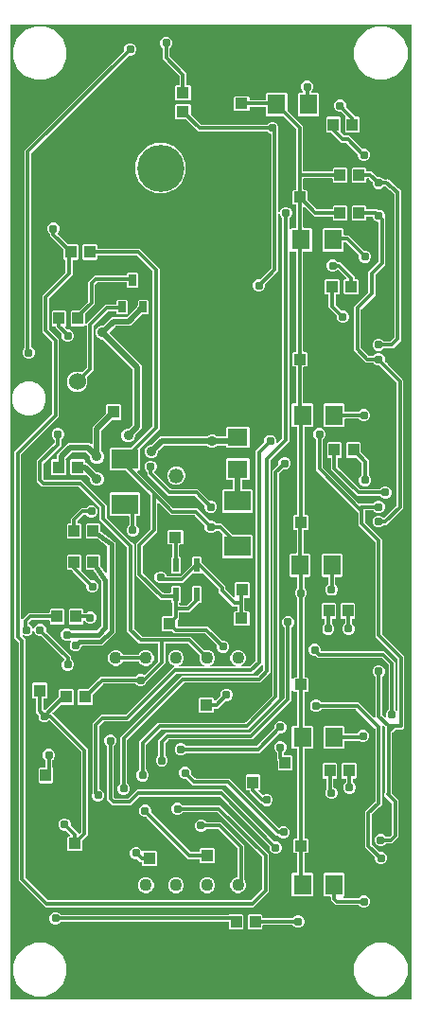
<source format=gbr>
G04 EAGLE Gerber RS-274X export*
G75*
%MOMM*%
%FSLAX34Y34*%
%LPD*%
%INBottom Copper*%
%IPPOS*%
%AMOC8*
5,1,8,0,0,1.08239X$1,22.5*%
G01*
%ADD10R,1.000000X1.100000*%
%ADD11R,1.100000X1.000000*%
%ADD12R,2.400000X1.800000*%
%ADD13R,1.530000X1.530000*%
%ADD14C,1.530000*%
%ADD15R,0.550000X1.200000*%
%ADD16C,1.108000*%
%ADD17P,2.336880X8X22.500000*%
%ADD18R,0.700000X1.000000*%
%ADD19C,4.216000*%
%ADD20C,3.816000*%
%ADD21P,1.429621X8X22.500000*%
%ADD22C,1.320800*%
%ADD23R,1.600000X1.803000*%
%ADD24R,1.803000X1.600000*%
%ADD25C,0.787400*%
%ADD26C,0.304800*%
%ADD27C,0.508000*%
%ADD28C,0.406400*%
%ADD29C,0.906400*%

G36*
X362020Y3242D02*
X362020Y3242D01*
X362039Y3240D01*
X362141Y3262D01*
X362243Y3279D01*
X362260Y3288D01*
X362280Y3292D01*
X362369Y3345D01*
X362460Y3394D01*
X362474Y3408D01*
X362491Y3418D01*
X362558Y3497D01*
X362630Y3572D01*
X362638Y3590D01*
X362651Y3605D01*
X362690Y3701D01*
X362733Y3795D01*
X362735Y3815D01*
X362743Y3833D01*
X362761Y4000D01*
X362761Y875000D01*
X362758Y875020D01*
X362760Y875039D01*
X362738Y875141D01*
X362722Y875243D01*
X362712Y875260D01*
X362708Y875280D01*
X362655Y875369D01*
X362606Y875460D01*
X362592Y875474D01*
X362582Y875491D01*
X362503Y875558D01*
X362428Y875630D01*
X362410Y875638D01*
X362395Y875651D01*
X362299Y875690D01*
X362205Y875733D01*
X362185Y875735D01*
X362167Y875743D01*
X362000Y875761D01*
X4000Y875761D01*
X3980Y875758D01*
X3961Y875760D01*
X3859Y875738D01*
X3757Y875722D01*
X3740Y875712D01*
X3720Y875708D01*
X3631Y875655D01*
X3540Y875606D01*
X3526Y875592D01*
X3509Y875582D01*
X3442Y875503D01*
X3371Y875428D01*
X3362Y875410D01*
X3349Y875395D01*
X3310Y875299D01*
X3267Y875205D01*
X3265Y875185D01*
X3257Y875167D01*
X3239Y875000D01*
X3239Y4000D01*
X3242Y3980D01*
X3240Y3961D01*
X3262Y3859D01*
X3279Y3757D01*
X3288Y3740D01*
X3292Y3720D01*
X3345Y3631D01*
X3394Y3540D01*
X3408Y3526D01*
X3418Y3509D01*
X3497Y3442D01*
X3572Y3371D01*
X3590Y3362D01*
X3605Y3349D01*
X3701Y3310D01*
X3795Y3267D01*
X3815Y3265D01*
X3833Y3257D01*
X4000Y3239D01*
X362000Y3239D01*
X362020Y3242D01*
G37*
%LPC*%
G36*
X256148Y95460D02*
X256148Y95460D01*
X255255Y96353D01*
X255255Y115647D01*
X256148Y116540D01*
X259690Y116540D01*
X259710Y116543D01*
X259729Y116541D01*
X259831Y116563D01*
X259933Y116579D01*
X259950Y116589D01*
X259970Y116593D01*
X260059Y116646D01*
X260150Y116695D01*
X260164Y116709D01*
X260181Y116719D01*
X260248Y116798D01*
X260320Y116873D01*
X260328Y116891D01*
X260341Y116906D01*
X260380Y117002D01*
X260423Y117096D01*
X260425Y117116D01*
X260433Y117134D01*
X260451Y117301D01*
X260451Y133714D01*
X260448Y133734D01*
X260450Y133753D01*
X260428Y133855D01*
X260412Y133957D01*
X260402Y133974D01*
X260398Y133994D01*
X260345Y134083D01*
X260296Y134174D01*
X260282Y134188D01*
X260272Y134205D01*
X260193Y134272D01*
X260118Y134344D01*
X260100Y134352D01*
X260085Y134365D01*
X259989Y134404D01*
X259895Y134447D01*
X259875Y134449D01*
X259857Y134457D01*
X259690Y134475D01*
X257368Y134475D01*
X256475Y135368D01*
X256475Y146632D01*
X257368Y147525D01*
X259690Y147525D01*
X259710Y147528D01*
X259729Y147526D01*
X259831Y147548D01*
X259933Y147564D01*
X259950Y147574D01*
X259970Y147578D01*
X260059Y147631D01*
X260150Y147680D01*
X260164Y147694D01*
X260181Y147704D01*
X260248Y147783D01*
X260320Y147858D01*
X260328Y147876D01*
X260341Y147891D01*
X260380Y147987D01*
X260423Y148081D01*
X260425Y148101D01*
X260433Y148119D01*
X260451Y148286D01*
X260451Y226699D01*
X260448Y226719D01*
X260450Y226738D01*
X260428Y226840D01*
X260412Y226942D01*
X260402Y226959D01*
X260398Y226979D01*
X260345Y227068D01*
X260296Y227159D01*
X260282Y227173D01*
X260272Y227190D01*
X260193Y227257D01*
X260118Y227329D01*
X260100Y227337D01*
X260085Y227350D01*
X259989Y227389D01*
X259895Y227432D01*
X259875Y227434D01*
X259857Y227442D01*
X259690Y227460D01*
X256148Y227460D01*
X255255Y228353D01*
X255255Y247647D01*
X256148Y248540D01*
X259690Y248540D01*
X259710Y248543D01*
X259729Y248541D01*
X259831Y248563D01*
X259933Y248579D01*
X259950Y248589D01*
X259970Y248593D01*
X260059Y248646D01*
X260150Y248695D01*
X260164Y248709D01*
X260181Y248719D01*
X260248Y248798D01*
X260320Y248873D01*
X260328Y248891D01*
X260341Y248906D01*
X260380Y249002D01*
X260423Y249096D01*
X260425Y249116D01*
X260433Y249134D01*
X260451Y249301D01*
X260451Y277714D01*
X260448Y277734D01*
X260450Y277753D01*
X260428Y277855D01*
X260412Y277957D01*
X260402Y277974D01*
X260398Y277994D01*
X260345Y278083D01*
X260296Y278174D01*
X260282Y278188D01*
X260272Y278205D01*
X260193Y278272D01*
X260118Y278344D01*
X260100Y278352D01*
X260085Y278365D01*
X259989Y278404D01*
X259895Y278447D01*
X259875Y278449D01*
X259857Y278457D01*
X259690Y278475D01*
X257368Y278475D01*
X256348Y279495D01*
X256290Y279537D01*
X256238Y279587D01*
X256191Y279609D01*
X256149Y279639D01*
X256080Y279660D01*
X256015Y279690D01*
X255963Y279696D01*
X255913Y279711D01*
X255842Y279709D01*
X255771Y279717D01*
X255720Y279706D01*
X255668Y279705D01*
X255600Y279680D01*
X255530Y279665D01*
X255485Y279638D01*
X255437Y279621D01*
X255381Y279576D01*
X255319Y279539D01*
X255285Y279499D01*
X255245Y279467D01*
X255206Y279407D01*
X255159Y279352D01*
X255140Y279304D01*
X255112Y279260D01*
X255094Y279190D01*
X255067Y279124D01*
X255059Y279053D01*
X255051Y279021D01*
X255053Y278998D01*
X255049Y278957D01*
X255049Y270737D01*
X220263Y235951D01*
X145578Y235951D01*
X145488Y235937D01*
X145397Y235929D01*
X145367Y235917D01*
X145335Y235912D01*
X145255Y235869D01*
X145171Y235833D01*
X145139Y235807D01*
X145118Y235796D01*
X145096Y235773D01*
X145040Y235728D01*
X142272Y232960D01*
X142219Y232886D01*
X142159Y232817D01*
X142147Y232787D01*
X142128Y232760D01*
X142101Y232673D01*
X142067Y232589D01*
X142063Y232548D01*
X142056Y232525D01*
X142057Y232493D01*
X142049Y232422D01*
X142049Y221991D01*
X142063Y221901D01*
X142071Y221810D01*
X142083Y221780D01*
X142088Y221748D01*
X142131Y221667D01*
X142167Y221583D01*
X142193Y221551D01*
X142204Y221531D01*
X142227Y221508D01*
X142272Y221452D01*
X143630Y220094D01*
X144462Y218086D01*
X144462Y215914D01*
X143630Y213906D01*
X142094Y212370D01*
X140086Y211538D01*
X137914Y211538D01*
X135906Y212370D01*
X134370Y213906D01*
X133538Y215914D01*
X133538Y218086D01*
X134370Y220094D01*
X135728Y221452D01*
X135781Y221526D01*
X135841Y221596D01*
X135853Y221626D01*
X135872Y221652D01*
X135899Y221739D01*
X135933Y221824D01*
X135937Y221865D01*
X135944Y221887D01*
X135943Y221919D01*
X135951Y221991D01*
X135951Y235263D01*
X142737Y242049D01*
X217422Y242049D01*
X217512Y242063D01*
X217603Y242071D01*
X217633Y242083D01*
X217665Y242088D01*
X217745Y242131D01*
X217829Y242167D01*
X217861Y242193D01*
X217882Y242204D01*
X217904Y242227D01*
X217960Y242272D01*
X248728Y273040D01*
X248781Y273114D01*
X248841Y273183D01*
X248853Y273213D01*
X248872Y273240D01*
X248899Y273327D01*
X248933Y273411D01*
X248937Y273452D01*
X248944Y273475D01*
X248943Y273507D01*
X248951Y273578D01*
X248951Y336009D01*
X248937Y336099D01*
X248929Y336190D01*
X248917Y336220D01*
X248912Y336252D01*
X248869Y336333D01*
X248833Y336417D01*
X248807Y336449D01*
X248796Y336469D01*
X248773Y336492D01*
X248728Y336548D01*
X247370Y337906D01*
X246538Y339914D01*
X246538Y342086D01*
X247370Y344094D01*
X248906Y345630D01*
X250914Y346462D01*
X253086Y346462D01*
X255094Y345630D01*
X256630Y344094D01*
X257462Y342086D01*
X257462Y339914D01*
X256630Y337906D01*
X255272Y336548D01*
X255219Y336474D01*
X255159Y336404D01*
X255147Y336374D01*
X255128Y336348D01*
X255101Y336261D01*
X255067Y336176D01*
X255063Y336135D01*
X255056Y336113D01*
X255057Y336081D01*
X255049Y336009D01*
X255049Y291043D01*
X255060Y290972D01*
X255062Y290900D01*
X255080Y290851D01*
X255088Y290800D01*
X255122Y290737D01*
X255147Y290669D01*
X255179Y290629D01*
X255204Y290583D01*
X255256Y290533D01*
X255300Y290477D01*
X255344Y290449D01*
X255382Y290413D01*
X255447Y290383D01*
X255507Y290344D01*
X255558Y290332D01*
X255605Y290310D01*
X255676Y290302D01*
X255746Y290284D01*
X255798Y290288D01*
X255849Y290283D01*
X255920Y290298D01*
X255991Y290303D01*
X256039Y290324D01*
X256090Y290335D01*
X256151Y290372D01*
X256217Y290400D01*
X256273Y290445D01*
X256301Y290461D01*
X256316Y290479D01*
X256348Y290505D01*
X257368Y291525D01*
X259690Y291525D01*
X259710Y291528D01*
X259729Y291526D01*
X259831Y291548D01*
X259933Y291564D01*
X259950Y291574D01*
X259970Y291578D01*
X260059Y291631D01*
X260150Y291680D01*
X260164Y291694D01*
X260181Y291704D01*
X260248Y291783D01*
X260320Y291858D01*
X260328Y291876D01*
X260341Y291891D01*
X260380Y291987D01*
X260423Y292081D01*
X260425Y292101D01*
X260433Y292119D01*
X260451Y292286D01*
X260451Y362009D01*
X260437Y362099D01*
X260429Y362190D01*
X260417Y362220D01*
X260412Y362252D01*
X260369Y362333D01*
X260333Y362417D01*
X260307Y362449D01*
X260296Y362469D01*
X260273Y362492D01*
X260228Y362548D01*
X258870Y363906D01*
X258038Y365914D01*
X258038Y368086D01*
X258870Y370094D01*
X260228Y371452D01*
X260281Y371526D01*
X260341Y371596D01*
X260353Y371626D01*
X260372Y371652D01*
X260399Y371739D01*
X260433Y371824D01*
X260437Y371865D01*
X260444Y371887D01*
X260443Y371919D01*
X260451Y371991D01*
X260451Y380699D01*
X260448Y380719D01*
X260450Y380738D01*
X260428Y380840D01*
X260412Y380942D01*
X260402Y380959D01*
X260398Y380979D01*
X260345Y381068D01*
X260296Y381159D01*
X260282Y381173D01*
X260272Y381190D01*
X260193Y381257D01*
X260118Y381329D01*
X260100Y381337D01*
X260085Y381350D01*
X259989Y381389D01*
X259895Y381432D01*
X259875Y381434D01*
X259857Y381442D01*
X259690Y381460D01*
X254148Y381460D01*
X253255Y382353D01*
X253255Y401647D01*
X254148Y402540D01*
X258970Y402540D01*
X258990Y402543D01*
X259009Y402541D01*
X259111Y402563D01*
X259213Y402579D01*
X259230Y402589D01*
X259250Y402593D01*
X259339Y402646D01*
X259430Y402695D01*
X259444Y402709D01*
X259461Y402719D01*
X259528Y402798D01*
X259600Y402873D01*
X259608Y402891D01*
X259621Y402906D01*
X259660Y403002D01*
X259703Y403096D01*
X259705Y403116D01*
X259713Y403134D01*
X259731Y403301D01*
X259731Y422714D01*
X259730Y422723D01*
X259730Y422727D01*
X259728Y422736D01*
X259730Y422753D01*
X259708Y422855D01*
X259692Y422957D01*
X259682Y422974D01*
X259678Y422994D01*
X259625Y423083D01*
X259576Y423174D01*
X259562Y423188D01*
X259552Y423205D01*
X259473Y423272D01*
X259398Y423344D01*
X259380Y423352D01*
X259365Y423365D01*
X259269Y423404D01*
X259175Y423447D01*
X259155Y423449D01*
X259137Y423457D01*
X258970Y423475D01*
X257368Y423475D01*
X256475Y424368D01*
X256475Y435632D01*
X257368Y436525D01*
X259690Y436525D01*
X259710Y436528D01*
X259729Y436526D01*
X259831Y436548D01*
X259933Y436564D01*
X259950Y436574D01*
X259970Y436578D01*
X260059Y436631D01*
X260150Y436680D01*
X260164Y436694D01*
X260181Y436704D01*
X260248Y436783D01*
X260320Y436858D01*
X260328Y436876D01*
X260341Y436891D01*
X260380Y436987D01*
X260423Y437081D01*
X260425Y437101D01*
X260433Y437119D01*
X260451Y437286D01*
X260451Y514699D01*
X260448Y514719D01*
X260450Y514738D01*
X260428Y514840D01*
X260412Y514942D01*
X260402Y514959D01*
X260398Y514979D01*
X260345Y515068D01*
X260296Y515159D01*
X260282Y515173D01*
X260272Y515190D01*
X260193Y515257D01*
X260118Y515329D01*
X260100Y515337D01*
X260085Y515350D01*
X259989Y515389D01*
X259895Y515432D01*
X259875Y515434D01*
X259857Y515442D01*
X259690Y515460D01*
X256148Y515460D01*
X255255Y516353D01*
X255255Y535647D01*
X256148Y536540D01*
X258690Y536540D01*
X258710Y536543D01*
X258729Y536541D01*
X258831Y536563D01*
X258933Y536579D01*
X258950Y536589D01*
X258970Y536593D01*
X259059Y536646D01*
X259150Y536695D01*
X259164Y536709D01*
X259181Y536719D01*
X259248Y536798D01*
X259320Y536873D01*
X259328Y536891D01*
X259341Y536906D01*
X259380Y537002D01*
X259423Y537096D01*
X259425Y537116D01*
X259433Y537134D01*
X259451Y537301D01*
X259451Y568714D01*
X259448Y568734D01*
X259450Y568753D01*
X259428Y568855D01*
X259412Y568957D01*
X259402Y568974D01*
X259398Y568994D01*
X259345Y569083D01*
X259296Y569174D01*
X259282Y569188D01*
X259272Y569205D01*
X259193Y569272D01*
X259118Y569344D01*
X259100Y569352D01*
X259085Y569365D01*
X258989Y569404D01*
X258895Y569447D01*
X258875Y569449D01*
X258857Y569457D01*
X258690Y569475D01*
X256368Y569475D01*
X255475Y570368D01*
X255475Y581632D01*
X256368Y582525D01*
X258690Y582525D01*
X258710Y582528D01*
X258729Y582526D01*
X258831Y582548D01*
X258933Y582564D01*
X258950Y582574D01*
X258970Y582578D01*
X259059Y582631D01*
X259150Y582680D01*
X259164Y582694D01*
X259181Y582704D01*
X259248Y582783D01*
X259320Y582858D01*
X259328Y582876D01*
X259341Y582891D01*
X259380Y582987D01*
X259423Y583081D01*
X259425Y583101D01*
X259433Y583119D01*
X259451Y583286D01*
X259451Y671699D01*
X259448Y671719D01*
X259450Y671738D01*
X259428Y671840D01*
X259412Y671942D01*
X259402Y671959D01*
X259398Y671979D01*
X259345Y672068D01*
X259296Y672159D01*
X259282Y672173D01*
X259272Y672190D01*
X259193Y672257D01*
X259118Y672329D01*
X259100Y672337D01*
X259085Y672350D01*
X258989Y672389D01*
X258895Y672432D01*
X258875Y672434D01*
X258857Y672442D01*
X258690Y672460D01*
X255148Y672460D01*
X254348Y673260D01*
X254290Y673302D01*
X254238Y673352D01*
X254191Y673374D01*
X254149Y673404D01*
X254080Y673425D01*
X254015Y673455D01*
X253963Y673461D01*
X253913Y673476D01*
X253842Y673474D01*
X253771Y673482D01*
X253720Y673471D01*
X253668Y673470D01*
X253600Y673445D01*
X253530Y673430D01*
X253485Y673403D01*
X253437Y673386D01*
X253381Y673341D01*
X253319Y673304D01*
X253285Y673264D01*
X253245Y673232D01*
X253206Y673172D01*
X253159Y673117D01*
X253140Y673069D01*
X253112Y673025D01*
X253094Y672955D01*
X253067Y672889D01*
X253059Y672818D01*
X253051Y672786D01*
X253053Y672763D01*
X253049Y672722D01*
X253049Y502737D01*
X236272Y485960D01*
X236219Y485886D01*
X236159Y485817D01*
X236147Y485787D01*
X236128Y485760D01*
X236101Y485673D01*
X236067Y485589D01*
X236063Y485548D01*
X236056Y485525D01*
X236057Y485493D01*
X236049Y485422D01*
X236049Y295737D01*
X234040Y293728D01*
X229272Y288960D01*
X227263Y286951D01*
X159578Y286951D01*
X159488Y286937D01*
X159397Y286929D01*
X159367Y286917D01*
X159335Y286912D01*
X159255Y286869D01*
X159171Y286833D01*
X159139Y286807D01*
X159118Y286796D01*
X159096Y286773D01*
X159040Y286728D01*
X108272Y235960D01*
X108224Y235894D01*
X108180Y235848D01*
X108174Y235834D01*
X108159Y235817D01*
X108147Y235787D01*
X108128Y235760D01*
X108105Y235686D01*
X108077Y235625D01*
X108075Y235608D01*
X108067Y235589D01*
X108063Y235548D01*
X108056Y235525D01*
X108057Y235493D01*
X108049Y235422D01*
X108049Y196991D01*
X108063Y196901D01*
X108071Y196810D01*
X108083Y196780D01*
X108088Y196748D01*
X108131Y196667D01*
X108167Y196583D01*
X108193Y196551D01*
X108204Y196531D01*
X108227Y196508D01*
X108272Y196452D01*
X109630Y195094D01*
X110462Y193086D01*
X110462Y190914D01*
X109630Y188906D01*
X108094Y187370D01*
X106086Y186538D01*
X103914Y186538D01*
X101906Y187370D01*
X100370Y188906D01*
X99538Y190914D01*
X99538Y193086D01*
X100370Y195094D01*
X101728Y196452D01*
X101781Y196526D01*
X101841Y196596D01*
X101853Y196626D01*
X101872Y196652D01*
X101899Y196739D01*
X101933Y196824D01*
X101937Y196865D01*
X101944Y196887D01*
X101943Y196919D01*
X101951Y196991D01*
X101951Y238263D01*
X103960Y240272D01*
X154728Y291040D01*
X156737Y293049D01*
X224422Y293049D01*
X224512Y293063D01*
X224603Y293071D01*
X224633Y293083D01*
X224665Y293088D01*
X224745Y293131D01*
X224829Y293167D01*
X224861Y293193D01*
X224882Y293204D01*
X224904Y293227D01*
X224960Y293272D01*
X229728Y298040D01*
X229781Y298114D01*
X229841Y298183D01*
X229853Y298213D01*
X229872Y298240D01*
X229899Y298327D01*
X229933Y298411D01*
X229937Y298452D01*
X229944Y298475D01*
X229943Y298507D01*
X229951Y298578D01*
X229951Y302802D01*
X229940Y302873D01*
X229938Y302944D01*
X229920Y302993D01*
X229912Y303045D01*
X229878Y303108D01*
X229853Y303175D01*
X229821Y303216D01*
X229796Y303262D01*
X229744Y303311D01*
X229700Y303367D01*
X229656Y303396D01*
X229618Y303431D01*
X229553Y303462D01*
X229493Y303500D01*
X229442Y303513D01*
X229395Y303535D01*
X229324Y303543D01*
X229254Y303560D01*
X229202Y303556D01*
X229151Y303562D01*
X229080Y303547D01*
X229009Y303541D01*
X228961Y303521D01*
X228910Y303510D01*
X228849Y303473D01*
X228783Y303445D01*
X228727Y303400D01*
X228699Y303384D01*
X228684Y303366D01*
X228652Y303340D01*
X227040Y301728D01*
X220263Y294951D01*
X152578Y294951D01*
X152488Y294937D01*
X152397Y294929D01*
X152367Y294917D01*
X152335Y294912D01*
X152255Y294869D01*
X152171Y294833D01*
X152139Y294807D01*
X152118Y294796D01*
X152096Y294773D01*
X152040Y294728D01*
X109263Y251951D01*
X87578Y251951D01*
X87488Y251937D01*
X87397Y251929D01*
X87367Y251917D01*
X87335Y251912D01*
X87255Y251869D01*
X87171Y251833D01*
X87139Y251807D01*
X87118Y251796D01*
X87096Y251773D01*
X87040Y251728D01*
X83272Y247960D01*
X83219Y247886D01*
X83159Y247817D01*
X83147Y247787D01*
X83128Y247760D01*
X83101Y247673D01*
X83067Y247589D01*
X83063Y247548D01*
X83056Y247525D01*
X83057Y247493D01*
X83049Y247422D01*
X83049Y191986D01*
X83068Y191871D01*
X83085Y191755D01*
X83087Y191749D01*
X83088Y191743D01*
X83143Y191641D01*
X83196Y191536D01*
X83201Y191531D01*
X83204Y191526D01*
X83288Y191446D01*
X83372Y191364D01*
X83378Y191360D01*
X83382Y191356D01*
X83399Y191349D01*
X83519Y191283D01*
X85094Y190630D01*
X86630Y189094D01*
X87462Y187086D01*
X87462Y184914D01*
X86630Y182906D01*
X85094Y181370D01*
X83086Y180538D01*
X80914Y180538D01*
X78906Y181370D01*
X77370Y182906D01*
X76538Y184914D01*
X76538Y187086D01*
X76893Y187944D01*
X76903Y187986D01*
X76918Y188018D01*
X76920Y188037D01*
X76933Y188068D01*
X76942Y188151D01*
X76949Y188183D01*
X76948Y188202D01*
X76951Y188235D01*
X76951Y250263D01*
X82728Y256040D01*
X84737Y258049D01*
X106422Y258049D01*
X106512Y258063D01*
X106603Y258071D01*
X106633Y258083D01*
X106665Y258088D01*
X106745Y258131D01*
X106829Y258167D01*
X106861Y258193D01*
X106882Y258204D01*
X106904Y258227D01*
X106960Y258272D01*
X149633Y300945D01*
X149660Y300982D01*
X149694Y301013D01*
X149731Y301081D01*
X149776Y301144D01*
X149790Y301188D01*
X149812Y301228D01*
X149826Y301305D01*
X149849Y301379D01*
X149848Y301425D01*
X149856Y301470D01*
X149845Y301547D01*
X149842Y301625D01*
X149827Y301668D01*
X149820Y301714D01*
X149785Y301783D01*
X149758Y301856D01*
X149729Y301892D01*
X149709Y301933D01*
X149653Y301988D01*
X149604Y302048D01*
X149566Y302073D01*
X149533Y302105D01*
X149413Y302171D01*
X149397Y302181D01*
X149393Y302183D01*
X149386Y302186D01*
X147781Y302851D01*
X145794Y304838D01*
X144718Y307435D01*
X144718Y310245D01*
X145794Y312842D01*
X147781Y314829D01*
X150378Y315905D01*
X153188Y315905D01*
X155785Y314829D01*
X157772Y312842D01*
X158848Y310245D01*
X158848Y307435D01*
X157772Y304838D01*
X155785Y302851D01*
X154970Y302513D01*
X154887Y302462D01*
X154801Y302416D01*
X154783Y302397D01*
X154761Y302384D01*
X154699Y302309D01*
X154632Y302238D01*
X154621Y302214D01*
X154604Y302194D01*
X154569Y302103D01*
X154528Y302015D01*
X154526Y301989D01*
X154516Y301965D01*
X154512Y301867D01*
X154501Y301771D01*
X154507Y301745D01*
X154506Y301719D01*
X154533Y301625D01*
X154554Y301530D01*
X154567Y301508D01*
X154574Y301483D01*
X154630Y301403D01*
X154680Y301319D01*
X154700Y301302D01*
X154715Y301281D01*
X154793Y301222D01*
X154867Y301159D01*
X154891Y301149D01*
X154912Y301134D01*
X155004Y301104D01*
X155095Y301067D01*
X155127Y301064D01*
X155146Y301058D01*
X155179Y301058D01*
X155262Y301049D01*
X176105Y301049D01*
X176201Y301064D01*
X176298Y301074D01*
X176322Y301084D01*
X176348Y301088D01*
X176433Y301134D01*
X176523Y301174D01*
X176542Y301191D01*
X176565Y301204D01*
X176632Y301274D01*
X176704Y301340D01*
X176716Y301363D01*
X176734Y301382D01*
X176775Y301470D01*
X176822Y301556D01*
X176827Y301581D01*
X176838Y301605D01*
X176849Y301702D01*
X176866Y301798D01*
X176862Y301824D01*
X176865Y301849D01*
X176844Y301944D01*
X176830Y302041D01*
X176818Y302064D01*
X176813Y302090D01*
X176763Y302174D01*
X176719Y302260D01*
X176700Y302278D01*
X176687Y302301D01*
X176613Y302364D01*
X176543Y302432D01*
X176515Y302448D01*
X176500Y302461D01*
X176469Y302473D01*
X176396Y302513D01*
X175581Y302851D01*
X173594Y304838D01*
X172518Y307435D01*
X172518Y310245D01*
X172719Y310728D01*
X172745Y310842D01*
X172774Y310956D01*
X172773Y310962D01*
X172775Y310968D01*
X172764Y311084D01*
X172755Y311201D01*
X172752Y311206D01*
X172752Y311213D01*
X172704Y311320D01*
X172658Y311427D01*
X172654Y311433D01*
X172652Y311437D01*
X172639Y311451D01*
X172554Y311558D01*
X162383Y321728D01*
X162309Y321781D01*
X162240Y321841D01*
X162210Y321853D01*
X162184Y321872D01*
X162097Y321899D01*
X162012Y321933D01*
X161971Y321937D01*
X161948Y321944D01*
X161916Y321943D01*
X161845Y321951D01*
X142810Y321951D01*
X142790Y321948D01*
X142771Y321950D01*
X142669Y321928D01*
X142567Y321912D01*
X142550Y321902D01*
X142530Y321898D01*
X142441Y321845D01*
X142350Y321796D01*
X142336Y321782D01*
X142319Y321772D01*
X142252Y321693D01*
X142180Y321618D01*
X142172Y321600D01*
X142159Y321585D01*
X142120Y321489D01*
X142077Y321395D01*
X142075Y321375D01*
X142067Y321357D01*
X142049Y321190D01*
X142049Y303737D01*
X125029Y286717D01*
X124991Y286664D01*
X124945Y286617D01*
X124905Y286544D01*
X124885Y286518D01*
X124880Y286499D01*
X124864Y286470D01*
X124630Y285906D01*
X123094Y284370D01*
X121086Y283538D01*
X118914Y283538D01*
X116906Y284370D01*
X115548Y285728D01*
X115474Y285781D01*
X115404Y285841D01*
X115374Y285853D01*
X115348Y285872D01*
X115261Y285899D01*
X115176Y285933D01*
X115135Y285937D01*
X115113Y285944D01*
X115081Y285943D01*
X115009Y285951D01*
X87078Y285951D01*
X86988Y285937D01*
X86897Y285929D01*
X86867Y285917D01*
X86835Y285912D01*
X86755Y285869D01*
X86671Y285833D01*
X86639Y285807D01*
X86618Y285796D01*
X86596Y285773D01*
X86540Y285728D01*
X77248Y276436D01*
X77195Y276362D01*
X77135Y276293D01*
X77123Y276263D01*
X77104Y276236D01*
X77077Y276149D01*
X77043Y276065D01*
X77039Y276024D01*
X77032Y276001D01*
X77033Y275969D01*
X77025Y275898D01*
X77025Y267868D01*
X76132Y266975D01*
X64868Y266975D01*
X63975Y267868D01*
X63975Y280132D01*
X64868Y281025D01*
X72898Y281025D01*
X72988Y281039D01*
X73079Y281047D01*
X73109Y281059D01*
X73141Y281064D01*
X73221Y281107D01*
X73305Y281143D01*
X73337Y281169D01*
X73358Y281180D01*
X73380Y281203D01*
X73436Y281248D01*
X84237Y292049D01*
X115009Y292049D01*
X115099Y292063D01*
X115190Y292071D01*
X115220Y292083D01*
X115252Y292088D01*
X115333Y292131D01*
X115417Y292167D01*
X115449Y292193D01*
X115469Y292204D01*
X115492Y292227D01*
X115548Y292272D01*
X116906Y293630D01*
X118914Y294462D01*
X121086Y294462D01*
X122783Y293759D01*
X122896Y293732D01*
X123010Y293704D01*
X123016Y293704D01*
X123022Y293703D01*
X123139Y293714D01*
X123255Y293723D01*
X123261Y293725D01*
X123267Y293726D01*
X123375Y293774D01*
X123482Y293819D01*
X123487Y293824D01*
X123492Y293826D01*
X123506Y293839D01*
X123612Y293924D01*
X135728Y306040D01*
X135781Y306114D01*
X135841Y306183D01*
X135853Y306213D01*
X135872Y306240D01*
X135899Y306327D01*
X135933Y306411D01*
X135937Y306452D01*
X135944Y306475D01*
X135943Y306507D01*
X135951Y306578D01*
X135951Y321190D01*
X135948Y321210D01*
X135950Y321229D01*
X135928Y321331D01*
X135912Y321433D01*
X135902Y321450D01*
X135898Y321470D01*
X135845Y321559D01*
X135796Y321650D01*
X135782Y321664D01*
X135772Y321681D01*
X135693Y321748D01*
X135618Y321820D01*
X135600Y321828D01*
X135585Y321841D01*
X135489Y321880D01*
X135395Y321923D01*
X135375Y321925D01*
X135357Y321933D01*
X135190Y321951D01*
X118737Y321951D01*
X107951Y332737D01*
X107951Y407422D01*
X107937Y407512D01*
X107929Y407603D01*
X107917Y407633D01*
X107912Y407665D01*
X107869Y407745D01*
X107833Y407829D01*
X107807Y407861D01*
X107796Y407882D01*
X107773Y407904D01*
X107728Y407960D01*
X85460Y430228D01*
X83451Y432237D01*
X83451Y442922D01*
X83437Y443012D01*
X83429Y443103D01*
X83417Y443133D01*
X83412Y443165D01*
X83369Y443245D01*
X83333Y443329D01*
X83307Y443361D01*
X83296Y443382D01*
X83273Y443404D01*
X83228Y443460D01*
X64960Y461728D01*
X64886Y461781D01*
X64817Y461841D01*
X64787Y461853D01*
X64760Y461872D01*
X64673Y461899D01*
X64589Y461933D01*
X64548Y461937D01*
X64525Y461944D01*
X64493Y461943D01*
X64422Y461951D01*
X31737Y461951D01*
X29728Y463960D01*
X26951Y466737D01*
X26951Y485263D01*
X42728Y501040D01*
X42781Y501114D01*
X42841Y501183D01*
X42853Y501213D01*
X42872Y501240D01*
X42899Y501327D01*
X42933Y501411D01*
X42937Y501452D01*
X42944Y501475D01*
X42943Y501507D01*
X42951Y501578D01*
X42951Y504009D01*
X42937Y504099D01*
X42929Y504190D01*
X42917Y504220D01*
X42912Y504252D01*
X42869Y504333D01*
X42833Y504417D01*
X42807Y504449D01*
X42796Y504469D01*
X42773Y504492D01*
X42728Y504548D01*
X41370Y505906D01*
X40538Y507914D01*
X40538Y510086D01*
X41370Y512094D01*
X42906Y513630D01*
X44914Y514462D01*
X47086Y514462D01*
X49094Y513630D01*
X50630Y512094D01*
X51462Y510086D01*
X51462Y507914D01*
X50630Y505906D01*
X49272Y504548D01*
X49219Y504474D01*
X49159Y504404D01*
X49147Y504374D01*
X49128Y504348D01*
X49101Y504261D01*
X49067Y504176D01*
X49063Y504135D01*
X49056Y504113D01*
X49057Y504081D01*
X49049Y504009D01*
X49049Y498737D01*
X33272Y482960D01*
X33219Y482886D01*
X33159Y482817D01*
X33147Y482787D01*
X33128Y482760D01*
X33101Y482673D01*
X33067Y482589D01*
X33063Y482548D01*
X33056Y482525D01*
X33057Y482493D01*
X33049Y482422D01*
X33049Y469578D01*
X33063Y469488D01*
X33071Y469397D01*
X33083Y469367D01*
X33088Y469335D01*
X33131Y469255D01*
X33167Y469171D01*
X33193Y469139D01*
X33204Y469118D01*
X33227Y469096D01*
X33272Y469040D01*
X34040Y468272D01*
X34114Y468219D01*
X34183Y468159D01*
X34213Y468147D01*
X34240Y468128D01*
X34327Y468101D01*
X34411Y468067D01*
X34452Y468063D01*
X34475Y468056D01*
X34507Y468057D01*
X34578Y468049D01*
X67263Y468049D01*
X89549Y445763D01*
X89549Y435078D01*
X89563Y434988D01*
X89571Y434897D01*
X89583Y434867D01*
X89588Y434835D01*
X89631Y434755D01*
X89667Y434671D01*
X89693Y434639D01*
X89704Y434618D01*
X89727Y434596D01*
X89772Y434540D01*
X112040Y412272D01*
X114049Y410263D01*
X114049Y335578D01*
X114063Y335488D01*
X114071Y335397D01*
X114083Y335367D01*
X114088Y335335D01*
X114131Y335255D01*
X114167Y335171D01*
X114193Y335139D01*
X114204Y335118D01*
X114227Y335096D01*
X114272Y335040D01*
X121040Y328272D01*
X121114Y328219D01*
X121183Y328159D01*
X121213Y328147D01*
X121240Y328128D01*
X121327Y328101D01*
X121411Y328067D01*
X121452Y328063D01*
X121475Y328056D01*
X121507Y328057D01*
X121578Y328049D01*
X164686Y328049D01*
X176865Y315870D01*
X176960Y315801D01*
X177054Y315732D01*
X177060Y315730D01*
X177065Y315726D01*
X177176Y315692D01*
X177288Y315655D01*
X177294Y315656D01*
X177300Y315654D01*
X177417Y315657D01*
X177534Y315658D01*
X177541Y315660D01*
X177546Y315660D01*
X177563Y315666D01*
X177695Y315705D01*
X178178Y315905D01*
X180988Y315905D01*
X183585Y314829D01*
X185572Y312842D01*
X186648Y310245D01*
X186648Y307435D01*
X185572Y304838D01*
X183585Y302851D01*
X182770Y302513D01*
X182687Y302462D01*
X182601Y302416D01*
X182583Y302397D01*
X182561Y302384D01*
X182499Y302309D01*
X182432Y302238D01*
X182421Y302214D01*
X182404Y302194D01*
X182369Y302103D01*
X182328Y302015D01*
X182326Y301989D01*
X182316Y301965D01*
X182312Y301867D01*
X182301Y301771D01*
X182307Y301745D01*
X182306Y301719D01*
X182333Y301625D01*
X182354Y301530D01*
X182367Y301508D01*
X182374Y301483D01*
X182430Y301403D01*
X182480Y301319D01*
X182500Y301302D01*
X182515Y301281D01*
X182593Y301222D01*
X182667Y301159D01*
X182691Y301149D01*
X182712Y301134D01*
X182804Y301104D01*
X182895Y301067D01*
X182927Y301064D01*
X182946Y301058D01*
X182979Y301058D01*
X183062Y301049D01*
X203905Y301049D01*
X204001Y301064D01*
X204098Y301074D01*
X204122Y301084D01*
X204148Y301088D01*
X204233Y301134D01*
X204323Y301174D01*
X204342Y301191D01*
X204365Y301204D01*
X204432Y301274D01*
X204504Y301340D01*
X204516Y301363D01*
X204534Y301382D01*
X204575Y301470D01*
X204622Y301556D01*
X204627Y301581D01*
X204638Y301605D01*
X204649Y301702D01*
X204666Y301798D01*
X204662Y301824D01*
X204665Y301849D01*
X204644Y301944D01*
X204630Y302041D01*
X204618Y302064D01*
X204613Y302090D01*
X204563Y302174D01*
X204519Y302260D01*
X204500Y302278D01*
X204487Y302301D01*
X204413Y302364D01*
X204343Y302432D01*
X204315Y302448D01*
X204300Y302461D01*
X204269Y302473D01*
X204196Y302513D01*
X203381Y302851D01*
X201394Y304838D01*
X200318Y307435D01*
X200318Y310245D01*
X201394Y312842D01*
X203381Y314829D01*
X205978Y315905D01*
X208788Y315905D01*
X211385Y314829D01*
X213372Y312842D01*
X214448Y310245D01*
X214448Y307435D01*
X213372Y304838D01*
X211385Y302851D01*
X210570Y302513D01*
X210487Y302462D01*
X210401Y302416D01*
X210383Y302397D01*
X210361Y302384D01*
X210299Y302309D01*
X210232Y302238D01*
X210221Y302214D01*
X210204Y302194D01*
X210169Y302103D01*
X210128Y302015D01*
X210126Y301989D01*
X210116Y301965D01*
X210112Y301867D01*
X210101Y301771D01*
X210107Y301745D01*
X210106Y301719D01*
X210133Y301625D01*
X210154Y301530D01*
X210167Y301508D01*
X210174Y301483D01*
X210230Y301403D01*
X210280Y301319D01*
X210300Y301302D01*
X210315Y301281D01*
X210393Y301222D01*
X210467Y301159D01*
X210491Y301149D01*
X210512Y301134D01*
X210604Y301104D01*
X210695Y301067D01*
X210727Y301064D01*
X210746Y301058D01*
X210779Y301058D01*
X210862Y301049D01*
X217422Y301049D01*
X217512Y301063D01*
X217603Y301071D01*
X217633Y301083D01*
X217665Y301088D01*
X217745Y301131D01*
X217829Y301167D01*
X217861Y301193D01*
X217882Y301204D01*
X217904Y301227D01*
X217960Y301272D01*
X222728Y306040D01*
X222781Y306114D01*
X222841Y306183D01*
X222853Y306213D01*
X222872Y306240D01*
X222899Y306327D01*
X222933Y306411D01*
X222937Y306452D01*
X222944Y306475D01*
X222943Y306507D01*
X222951Y306578D01*
X222951Y494263D01*
X230315Y501627D01*
X230368Y501701D01*
X230428Y501770D01*
X230440Y501800D01*
X230459Y501827D01*
X230486Y501914D01*
X230520Y501998D01*
X230524Y502039D01*
X230531Y502062D01*
X230530Y502094D01*
X230538Y502165D01*
X230538Y504086D01*
X231370Y506094D01*
X232906Y507630D01*
X234914Y508462D01*
X237086Y508462D01*
X239094Y507630D01*
X240630Y506094D01*
X241462Y504086D01*
X241462Y501914D01*
X241413Y501796D01*
X241391Y501701D01*
X241362Y501608D01*
X241363Y501582D01*
X241357Y501556D01*
X241366Y501459D01*
X241368Y501362D01*
X241377Y501337D01*
X241380Y501311D01*
X241419Y501223D01*
X241453Y501131D01*
X241469Y501110D01*
X241480Y501087D01*
X241545Y501015D01*
X241606Y500939D01*
X241629Y500925D01*
X241646Y500905D01*
X241731Y500859D01*
X241813Y500806D01*
X241839Y500799D01*
X241862Y500787D01*
X241958Y500770D01*
X242052Y500746D01*
X242078Y500748D01*
X242104Y500743D01*
X242200Y500757D01*
X242297Y500765D01*
X242321Y500775D01*
X242347Y500779D01*
X242434Y500823D01*
X242523Y500861D01*
X242549Y500882D01*
X242566Y500890D01*
X242589Y500914D01*
X242654Y500966D01*
X246728Y505040D01*
X246781Y505114D01*
X246841Y505183D01*
X246853Y505213D01*
X246872Y505240D01*
X246899Y505327D01*
X246933Y505411D01*
X246937Y505452D01*
X246944Y505475D01*
X246943Y505507D01*
X246951Y505578D01*
X246951Y702009D01*
X246937Y702099D01*
X246929Y702190D01*
X246917Y702220D01*
X246912Y702252D01*
X246869Y702333D01*
X246833Y702417D01*
X246807Y702449D01*
X246796Y702469D01*
X246773Y702492D01*
X246728Y702548D01*
X245370Y703906D01*
X244513Y705974D01*
X244462Y706057D01*
X244416Y706143D01*
X244398Y706161D01*
X244384Y706183D01*
X244308Y706245D01*
X244238Y706312D01*
X244214Y706323D01*
X244194Y706340D01*
X244103Y706375D01*
X244015Y706416D01*
X243989Y706419D01*
X243965Y706428D01*
X243867Y706432D01*
X243771Y706443D01*
X243745Y706437D01*
X243719Y706438D01*
X243625Y706411D01*
X243530Y706391D01*
X243508Y706377D01*
X243483Y706370D01*
X243403Y706314D01*
X243319Y706264D01*
X243302Y706245D01*
X243281Y706230D01*
X243222Y706151D01*
X243159Y706078D01*
X243149Y706053D01*
X243134Y706032D01*
X243104Y705940D01*
X243067Y705849D01*
X243064Y705817D01*
X243058Y705798D01*
X243058Y705765D01*
X243049Y705683D01*
X243049Y654737D01*
X231685Y643373D01*
X231632Y643299D01*
X231572Y643230D01*
X231560Y643200D01*
X231541Y643173D01*
X231514Y643086D01*
X231480Y643002D01*
X231476Y642961D01*
X231469Y642938D01*
X231470Y642906D01*
X231462Y642835D01*
X231462Y640914D01*
X230630Y638906D01*
X229094Y637370D01*
X227086Y636538D01*
X224914Y636538D01*
X222906Y637370D01*
X221370Y638906D01*
X220538Y640914D01*
X220538Y643086D01*
X221370Y645094D01*
X222906Y646630D01*
X224914Y647462D01*
X226835Y647462D01*
X226925Y647476D01*
X227016Y647484D01*
X227046Y647496D01*
X227078Y647501D01*
X227158Y647544D01*
X227242Y647580D01*
X227274Y647606D01*
X227295Y647617D01*
X227317Y647640D01*
X227373Y647685D01*
X236728Y657040D01*
X236781Y657114D01*
X236841Y657183D01*
X236853Y657213D01*
X236872Y657240D01*
X236899Y657327D01*
X236933Y657411D01*
X236937Y657452D01*
X236944Y657475D01*
X236943Y657507D01*
X236951Y657578D01*
X236951Y777014D01*
X236932Y777129D01*
X236915Y777245D01*
X236913Y777251D01*
X236912Y777257D01*
X236857Y777359D01*
X236804Y777464D01*
X236799Y777469D01*
X236796Y777474D01*
X236712Y777554D01*
X236628Y777636D01*
X236622Y777640D01*
X236618Y777644D01*
X236601Y777651D01*
X236481Y777717D01*
X234906Y778370D01*
X233548Y779728D01*
X233474Y779781D01*
X233404Y779841D01*
X233374Y779853D01*
X233348Y779872D01*
X233261Y779899D01*
X233176Y779933D01*
X233135Y779937D01*
X233113Y779944D01*
X233081Y779943D01*
X233009Y779951D01*
X171237Y779951D01*
X169228Y781960D01*
X160436Y790752D01*
X160362Y790805D01*
X160293Y790865D01*
X160263Y790877D01*
X160236Y790896D01*
X160149Y790923D01*
X160065Y790957D01*
X160024Y790961D01*
X160001Y790968D01*
X159969Y790967D01*
X159898Y790975D01*
X151868Y790975D01*
X150975Y791868D01*
X150975Y803132D01*
X151868Y804025D01*
X164132Y804025D01*
X165025Y803132D01*
X165025Y795102D01*
X165039Y795012D01*
X165047Y794921D01*
X165059Y794891D01*
X165064Y794859D01*
X165107Y794779D01*
X165143Y794695D01*
X165169Y794663D01*
X165180Y794642D01*
X165203Y794620D01*
X165248Y794564D01*
X173540Y786272D01*
X173614Y786219D01*
X173683Y786159D01*
X173713Y786147D01*
X173740Y786128D01*
X173827Y786101D01*
X173911Y786067D01*
X173952Y786063D01*
X173975Y786056D01*
X174007Y786057D01*
X174078Y786049D01*
X233009Y786049D01*
X233099Y786063D01*
X233190Y786071D01*
X233220Y786083D01*
X233252Y786088D01*
X233333Y786131D01*
X233417Y786167D01*
X233449Y786193D01*
X233469Y786204D01*
X233492Y786227D01*
X233548Y786272D01*
X234906Y787630D01*
X236914Y788462D01*
X239086Y788462D01*
X241094Y787630D01*
X242630Y786094D01*
X243462Y784086D01*
X243462Y781914D01*
X243107Y781056D01*
X243092Y780993D01*
X243067Y780932D01*
X243058Y780849D01*
X243051Y780817D01*
X243052Y780798D01*
X243049Y780765D01*
X243049Y708317D01*
X243064Y708221D01*
X243074Y708124D01*
X243084Y708100D01*
X243088Y708075D01*
X243134Y707989D01*
X243174Y707900D01*
X243191Y707880D01*
X243204Y707857D01*
X243274Y707790D01*
X243340Y707718D01*
X243363Y707706D01*
X243382Y707688D01*
X243470Y707647D01*
X243556Y707600D01*
X243581Y707595D01*
X243605Y707584D01*
X243702Y707574D01*
X243798Y707556D01*
X243824Y707560D01*
X243849Y707557D01*
X243945Y707578D01*
X244041Y707592D01*
X244064Y707604D01*
X244090Y707609D01*
X244173Y707659D01*
X244260Y707703D01*
X244279Y707722D01*
X244301Y707736D01*
X244364Y707809D01*
X244432Y707879D01*
X244448Y707908D01*
X244461Y707922D01*
X244473Y707953D01*
X244513Y708026D01*
X245370Y710094D01*
X246906Y711630D01*
X248914Y712462D01*
X251086Y712462D01*
X253094Y711630D01*
X254630Y710094D01*
X255462Y708086D01*
X255462Y705914D01*
X254630Y703906D01*
X253272Y702548D01*
X253219Y702474D01*
X253159Y702404D01*
X253147Y702374D01*
X253128Y702348D01*
X253101Y702261D01*
X253067Y702176D01*
X253063Y702135D01*
X253056Y702113D01*
X253057Y702081D01*
X253049Y702009D01*
X253049Y693278D01*
X253060Y693207D01*
X253062Y693135D01*
X253080Y693086D01*
X253088Y693035D01*
X253122Y692972D01*
X253147Y692904D01*
X253179Y692864D01*
X253204Y692818D01*
X253256Y692768D01*
X253300Y692712D01*
X253344Y692684D01*
X253382Y692648D01*
X253447Y692618D01*
X253507Y692579D01*
X253558Y692567D01*
X253605Y692545D01*
X253676Y692537D01*
X253746Y692519D01*
X253798Y692523D01*
X253849Y692518D01*
X253920Y692533D01*
X253991Y692538D01*
X254039Y692559D01*
X254090Y692570D01*
X254151Y692607D01*
X254217Y692635D01*
X254273Y692680D01*
X254301Y692696D01*
X254316Y692714D01*
X254348Y692740D01*
X255148Y693540D01*
X258690Y693540D01*
X258710Y693543D01*
X258729Y693541D01*
X258831Y693563D01*
X258933Y693579D01*
X258950Y693589D01*
X258970Y693593D01*
X259059Y693646D01*
X259150Y693695D01*
X259164Y693709D01*
X259181Y693719D01*
X259248Y693798D01*
X259320Y693873D01*
X259328Y693891D01*
X259341Y693906D01*
X259380Y694002D01*
X259423Y694096D01*
X259425Y694116D01*
X259433Y694134D01*
X259451Y694301D01*
X259451Y713714D01*
X259448Y713734D01*
X259450Y713753D01*
X259428Y713855D01*
X259412Y713957D01*
X259402Y713974D01*
X259398Y713994D01*
X259345Y714083D01*
X259296Y714174D01*
X259282Y714188D01*
X259272Y714205D01*
X259193Y714272D01*
X259118Y714344D01*
X259100Y714352D01*
X259085Y714365D01*
X258989Y714404D01*
X258895Y714447D01*
X258875Y714449D01*
X258857Y714457D01*
X258690Y714475D01*
X256368Y714475D01*
X255475Y715368D01*
X255475Y726632D01*
X256368Y727525D01*
X258690Y727525D01*
X258710Y727528D01*
X258729Y727526D01*
X258831Y727548D01*
X258933Y727564D01*
X258950Y727574D01*
X258970Y727578D01*
X259059Y727631D01*
X259150Y727680D01*
X259164Y727694D01*
X259181Y727704D01*
X259248Y727783D01*
X259320Y727858D01*
X259328Y727876D01*
X259341Y727891D01*
X259380Y727987D01*
X259423Y728081D01*
X259425Y728101D01*
X259433Y728119D01*
X259451Y728286D01*
X259451Y781702D01*
X259437Y781792D01*
X259429Y781883D01*
X259417Y781913D01*
X259412Y781945D01*
X259369Y782025D01*
X259333Y782109D01*
X259307Y782141D01*
X259296Y782162D01*
X259273Y782184D01*
X259228Y782240D01*
X248231Y793237D01*
X248157Y793290D01*
X248088Y793350D01*
X248058Y793362D01*
X248031Y793381D01*
X247944Y793408D01*
X247860Y793442D01*
X247819Y793446D01*
X247796Y793453D01*
X247764Y793452D01*
X247693Y793460D01*
X233148Y793460D01*
X232255Y794353D01*
X232255Y801190D01*
X232252Y801210D01*
X232254Y801229D01*
X232232Y801331D01*
X232216Y801433D01*
X232206Y801450D01*
X232202Y801470D01*
X232149Y801559D01*
X232100Y801650D01*
X232086Y801664D01*
X232076Y801681D01*
X231997Y801748D01*
X231922Y801820D01*
X231904Y801828D01*
X231889Y801841D01*
X231793Y801880D01*
X231699Y801923D01*
X231679Y801925D01*
X231661Y801933D01*
X231494Y801951D01*
X218286Y801951D01*
X218266Y801948D01*
X218247Y801950D01*
X218145Y801928D01*
X218043Y801912D01*
X218026Y801902D01*
X218006Y801898D01*
X217917Y801845D01*
X217826Y801796D01*
X217812Y801782D01*
X217795Y801772D01*
X217728Y801693D01*
X217656Y801618D01*
X217648Y801600D01*
X217635Y801585D01*
X217596Y801489D01*
X217553Y801395D01*
X217551Y801375D01*
X217543Y801357D01*
X217525Y801190D01*
X217525Y799368D01*
X216632Y798475D01*
X204368Y798475D01*
X203475Y799368D01*
X203475Y810632D01*
X204368Y811525D01*
X216632Y811525D01*
X217525Y810632D01*
X217525Y808810D01*
X217528Y808790D01*
X217526Y808771D01*
X217548Y808669D01*
X217564Y808567D01*
X217574Y808550D01*
X217578Y808530D01*
X217631Y808441D01*
X217680Y808350D01*
X217694Y808336D01*
X217704Y808319D01*
X217783Y808252D01*
X217858Y808180D01*
X217876Y808172D01*
X217891Y808159D01*
X217987Y808120D01*
X218081Y808077D01*
X218101Y808075D01*
X218119Y808067D01*
X218286Y808049D01*
X231494Y808049D01*
X231514Y808052D01*
X231533Y808050D01*
X231635Y808072D01*
X231737Y808088D01*
X231754Y808098D01*
X231774Y808102D01*
X231863Y808155D01*
X231954Y808204D01*
X231968Y808218D01*
X231985Y808228D01*
X232052Y808307D01*
X232124Y808382D01*
X232132Y808400D01*
X232145Y808415D01*
X232184Y808511D01*
X232227Y808605D01*
X232229Y808625D01*
X232237Y808643D01*
X232255Y808810D01*
X232255Y813647D01*
X233148Y814540D01*
X250412Y814540D01*
X251305Y813647D01*
X251305Y799102D01*
X251319Y799012D01*
X251327Y798921D01*
X251339Y798891D01*
X251344Y798859D01*
X251387Y798779D01*
X251423Y798695D01*
X251449Y798663D01*
X251460Y798642D01*
X251483Y798620D01*
X251528Y798564D01*
X263540Y786552D01*
X265549Y784543D01*
X265549Y744810D01*
X265552Y744790D01*
X265550Y744771D01*
X265572Y744669D01*
X265588Y744567D01*
X265598Y744550D01*
X265602Y744530D01*
X265655Y744441D01*
X265704Y744350D01*
X265718Y744336D01*
X265728Y744319D01*
X265807Y744252D01*
X265882Y744180D01*
X265900Y744172D01*
X265915Y744159D01*
X266011Y744120D01*
X266105Y744077D01*
X266125Y744075D01*
X266143Y744067D01*
X266310Y744049D01*
X291214Y744049D01*
X291234Y744052D01*
X291253Y744050D01*
X291355Y744072D01*
X291457Y744088D01*
X291474Y744098D01*
X291494Y744102D01*
X291583Y744155D01*
X291674Y744204D01*
X291688Y744218D01*
X291705Y744228D01*
X291772Y744307D01*
X291844Y744382D01*
X291852Y744400D01*
X291865Y744415D01*
X291904Y744511D01*
X291947Y744605D01*
X291949Y744625D01*
X291957Y744643D01*
X291975Y744810D01*
X291975Y747132D01*
X292868Y748025D01*
X304132Y748025D01*
X305025Y747132D01*
X305025Y734868D01*
X304132Y733975D01*
X292868Y733975D01*
X291975Y734868D01*
X291975Y737190D01*
X291972Y737210D01*
X291974Y737229D01*
X291952Y737331D01*
X291936Y737433D01*
X291926Y737450D01*
X291922Y737470D01*
X291869Y737559D01*
X291820Y737650D01*
X291806Y737664D01*
X291796Y737681D01*
X291717Y737748D01*
X291642Y737820D01*
X291624Y737828D01*
X291609Y737841D01*
X291513Y737880D01*
X291419Y737923D01*
X291399Y737925D01*
X291381Y737933D01*
X291214Y737951D01*
X266310Y737951D01*
X266290Y737948D01*
X266271Y737950D01*
X266169Y737928D01*
X266067Y737912D01*
X266050Y737902D01*
X266030Y737898D01*
X265941Y737845D01*
X265850Y737796D01*
X265836Y737782D01*
X265819Y737772D01*
X265752Y737693D01*
X265680Y737618D01*
X265672Y737600D01*
X265659Y737585D01*
X265620Y737489D01*
X265577Y737395D01*
X265575Y737375D01*
X265567Y737357D01*
X265549Y737190D01*
X265549Y728286D01*
X265552Y728266D01*
X265550Y728247D01*
X265572Y728145D01*
X265588Y728043D01*
X265598Y728026D01*
X265602Y728006D01*
X265655Y727917D01*
X265704Y727826D01*
X265718Y727812D01*
X265728Y727795D01*
X265807Y727728D01*
X265882Y727656D01*
X265900Y727648D01*
X265915Y727635D01*
X266011Y727596D01*
X266105Y727553D01*
X266125Y727551D01*
X266143Y727543D01*
X266310Y727525D01*
X268632Y727525D01*
X269525Y726632D01*
X269525Y718602D01*
X269539Y718512D01*
X269547Y718421D01*
X269559Y718391D01*
X269564Y718359D01*
X269607Y718279D01*
X269643Y718195D01*
X269669Y718163D01*
X269680Y718142D01*
X269703Y718120D01*
X269748Y718064D01*
X277540Y710272D01*
X277614Y710219D01*
X277683Y710159D01*
X277713Y710147D01*
X277740Y710128D01*
X277827Y710101D01*
X277911Y710067D01*
X277952Y710063D01*
X277975Y710056D01*
X278007Y710057D01*
X278078Y710049D01*
X291214Y710049D01*
X291234Y710052D01*
X291253Y710050D01*
X291355Y710072D01*
X291457Y710088D01*
X291474Y710098D01*
X291494Y710102D01*
X291583Y710155D01*
X291674Y710204D01*
X291688Y710218D01*
X291705Y710228D01*
X291772Y710307D01*
X291844Y710382D01*
X291852Y710400D01*
X291865Y710415D01*
X291904Y710511D01*
X291947Y710605D01*
X291949Y710625D01*
X291957Y710643D01*
X291975Y710810D01*
X291975Y713132D01*
X292868Y714025D01*
X304132Y714025D01*
X305025Y713132D01*
X305025Y700868D01*
X304132Y699975D01*
X292868Y699975D01*
X291975Y700868D01*
X291975Y703190D01*
X291972Y703210D01*
X291974Y703229D01*
X291952Y703331D01*
X291936Y703433D01*
X291926Y703450D01*
X291922Y703470D01*
X291869Y703559D01*
X291820Y703650D01*
X291806Y703664D01*
X291796Y703681D01*
X291717Y703748D01*
X291642Y703820D01*
X291624Y703828D01*
X291609Y703841D01*
X291513Y703880D01*
X291419Y703923D01*
X291399Y703925D01*
X291381Y703933D01*
X291214Y703951D01*
X275237Y703951D01*
X273228Y705960D01*
X266848Y712340D01*
X266790Y712382D01*
X266738Y712431D01*
X266691Y712453D01*
X266649Y712484D01*
X266580Y712505D01*
X266515Y712535D01*
X266463Y712541D01*
X266413Y712556D01*
X266342Y712554D01*
X266271Y712562D01*
X266220Y712551D01*
X266168Y712550D01*
X266100Y712525D01*
X266030Y712510D01*
X265985Y712483D01*
X265937Y712465D01*
X265881Y712420D01*
X265819Y712384D01*
X265785Y712344D01*
X265745Y712312D01*
X265706Y712251D01*
X265659Y712197D01*
X265640Y712148D01*
X265612Y712105D01*
X265594Y712035D01*
X265567Y711969D01*
X265559Y711897D01*
X265551Y711866D01*
X265553Y711843D01*
X265549Y711802D01*
X265549Y694301D01*
X265552Y694281D01*
X265550Y694262D01*
X265572Y694160D01*
X265588Y694058D01*
X265598Y694041D01*
X265602Y694021D01*
X265655Y693932D01*
X265704Y693841D01*
X265718Y693827D01*
X265728Y693810D01*
X265807Y693743D01*
X265882Y693671D01*
X265900Y693663D01*
X265915Y693650D01*
X266011Y693611D01*
X266105Y693568D01*
X266125Y693566D01*
X266143Y693558D01*
X266310Y693540D01*
X272412Y693540D01*
X273305Y692647D01*
X273305Y673353D01*
X272412Y672460D01*
X266310Y672460D01*
X266290Y672457D01*
X266271Y672459D01*
X266169Y672437D01*
X266067Y672421D01*
X266050Y672411D01*
X266030Y672407D01*
X265941Y672354D01*
X265850Y672305D01*
X265836Y672291D01*
X265819Y672281D01*
X265752Y672202D01*
X265680Y672127D01*
X265672Y672109D01*
X265659Y672094D01*
X265620Y671998D01*
X265577Y671904D01*
X265575Y671884D01*
X265567Y671866D01*
X265549Y671699D01*
X265549Y583286D01*
X265550Y583277D01*
X265550Y583272D01*
X265552Y583263D01*
X265550Y583247D01*
X265572Y583145D01*
X265588Y583043D01*
X265598Y583026D01*
X265602Y583006D01*
X265655Y582917D01*
X265704Y582826D01*
X265718Y582812D01*
X265728Y582795D01*
X265807Y582728D01*
X265882Y582656D01*
X265900Y582648D01*
X265915Y582635D01*
X266011Y582596D01*
X266105Y582553D01*
X266125Y582551D01*
X266143Y582543D01*
X266310Y582525D01*
X268632Y582525D01*
X269525Y581632D01*
X269525Y570368D01*
X268632Y569475D01*
X266310Y569475D01*
X266290Y569472D01*
X266271Y569474D01*
X266169Y569452D01*
X266067Y569436D01*
X266050Y569426D01*
X266030Y569422D01*
X265941Y569369D01*
X265850Y569320D01*
X265836Y569306D01*
X265819Y569296D01*
X265752Y569217D01*
X265680Y569142D01*
X265672Y569124D01*
X265659Y569109D01*
X265620Y569013D01*
X265577Y568919D01*
X265575Y568899D01*
X265567Y568881D01*
X265549Y568714D01*
X265549Y537301D01*
X265552Y537281D01*
X265550Y537262D01*
X265572Y537160D01*
X265588Y537058D01*
X265598Y537041D01*
X265602Y537021D01*
X265655Y536932D01*
X265704Y536841D01*
X265718Y536827D01*
X265728Y536810D01*
X265807Y536743D01*
X265882Y536671D01*
X265900Y536663D01*
X265915Y536650D01*
X266011Y536611D01*
X266105Y536568D01*
X266125Y536566D01*
X266143Y536558D01*
X266310Y536540D01*
X273412Y536540D01*
X274305Y535647D01*
X274305Y516353D01*
X273412Y515460D01*
X267310Y515460D01*
X267290Y515457D01*
X267271Y515459D01*
X267169Y515437D01*
X267067Y515421D01*
X267050Y515411D01*
X267030Y515407D01*
X266941Y515354D01*
X266850Y515305D01*
X266836Y515291D01*
X266819Y515281D01*
X266752Y515202D01*
X266680Y515127D01*
X266672Y515109D01*
X266659Y515094D01*
X266620Y514998D01*
X266577Y514904D01*
X266575Y514884D01*
X266567Y514866D01*
X266549Y514699D01*
X266549Y437286D01*
X266552Y437266D01*
X266550Y437247D01*
X266572Y437145D01*
X266588Y437043D01*
X266598Y437026D01*
X266602Y437006D01*
X266655Y436917D01*
X266704Y436826D01*
X266718Y436812D01*
X266728Y436795D01*
X266807Y436728D01*
X266882Y436656D01*
X266900Y436648D01*
X266915Y436635D01*
X267011Y436596D01*
X267105Y436553D01*
X267125Y436551D01*
X267143Y436543D01*
X267310Y436525D01*
X269632Y436525D01*
X270525Y435632D01*
X270525Y424368D01*
X269632Y423475D01*
X266590Y423475D01*
X266570Y423472D01*
X266551Y423474D01*
X266449Y423452D01*
X266347Y423436D01*
X266330Y423426D01*
X266310Y423422D01*
X266221Y423369D01*
X266130Y423320D01*
X266116Y423306D01*
X266099Y423296D01*
X266032Y423217D01*
X265960Y423142D01*
X265952Y423124D01*
X265939Y423109D01*
X265900Y423013D01*
X265857Y422919D01*
X265855Y422899D01*
X265847Y422881D01*
X265829Y422714D01*
X265829Y403301D01*
X265832Y403281D01*
X265830Y403262D01*
X265852Y403160D01*
X265868Y403058D01*
X265878Y403041D01*
X265882Y403021D01*
X265935Y402932D01*
X265984Y402841D01*
X265998Y402827D01*
X266008Y402810D01*
X266087Y402743D01*
X266162Y402671D01*
X266180Y402663D01*
X266195Y402650D01*
X266291Y402611D01*
X266385Y402568D01*
X266405Y402566D01*
X266423Y402558D01*
X266590Y402540D01*
X271412Y402540D01*
X272305Y401647D01*
X272305Y382353D01*
X271412Y381460D01*
X267310Y381460D01*
X267290Y381457D01*
X267271Y381459D01*
X267169Y381437D01*
X267067Y381421D01*
X267050Y381411D01*
X267030Y381407D01*
X266941Y381354D01*
X266850Y381305D01*
X266836Y381291D01*
X266819Y381281D01*
X266752Y381202D01*
X266680Y381127D01*
X266672Y381109D01*
X266659Y381094D01*
X266620Y380998D01*
X266577Y380904D01*
X266575Y380884D01*
X266567Y380866D01*
X266549Y380699D01*
X266549Y371991D01*
X266563Y371901D01*
X266571Y371810D01*
X266583Y371780D01*
X266588Y371748D01*
X266631Y371667D01*
X266667Y371583D01*
X266693Y371551D01*
X266704Y371531D01*
X266727Y371508D01*
X266772Y371452D01*
X268130Y370094D01*
X268962Y368086D01*
X268962Y365914D01*
X268130Y363906D01*
X266772Y362548D01*
X266719Y362474D01*
X266659Y362404D01*
X266647Y362374D01*
X266628Y362348D01*
X266601Y362261D01*
X266567Y362176D01*
X266563Y362135D01*
X266556Y362113D01*
X266557Y362081D01*
X266549Y362009D01*
X266549Y292286D01*
X266552Y292266D01*
X266550Y292247D01*
X266572Y292145D01*
X266588Y292043D01*
X266598Y292026D01*
X266602Y292006D01*
X266655Y291917D01*
X266704Y291826D01*
X266718Y291812D01*
X266728Y291795D01*
X266807Y291728D01*
X266882Y291656D01*
X266900Y291648D01*
X266915Y291635D01*
X267011Y291596D01*
X267105Y291553D01*
X267125Y291551D01*
X267143Y291543D01*
X267310Y291525D01*
X269632Y291525D01*
X270525Y290632D01*
X270525Y279368D01*
X269632Y278475D01*
X267310Y278475D01*
X267290Y278472D01*
X267271Y278474D01*
X267169Y278452D01*
X267067Y278436D01*
X267050Y278426D01*
X267030Y278422D01*
X266941Y278369D01*
X266850Y278320D01*
X266836Y278306D01*
X266819Y278296D01*
X266752Y278217D01*
X266680Y278142D01*
X266672Y278124D01*
X266659Y278109D01*
X266620Y278013D01*
X266577Y277919D01*
X266575Y277899D01*
X266567Y277881D01*
X266549Y277714D01*
X266549Y249301D01*
X266552Y249281D01*
X266550Y249262D01*
X266572Y249160D01*
X266588Y249058D01*
X266598Y249041D01*
X266602Y249021D01*
X266655Y248932D01*
X266704Y248841D01*
X266718Y248827D01*
X266728Y248810D01*
X266807Y248743D01*
X266882Y248671D01*
X266900Y248663D01*
X266915Y248650D01*
X267011Y248611D01*
X267105Y248568D01*
X267125Y248566D01*
X267143Y248558D01*
X267310Y248540D01*
X273412Y248540D01*
X274305Y247647D01*
X274305Y228353D01*
X273412Y227460D01*
X267310Y227460D01*
X267290Y227457D01*
X267271Y227459D01*
X267169Y227437D01*
X267067Y227421D01*
X267050Y227411D01*
X267030Y227407D01*
X266941Y227354D01*
X266850Y227305D01*
X266836Y227291D01*
X266819Y227281D01*
X266752Y227202D01*
X266680Y227127D01*
X266672Y227109D01*
X266659Y227094D01*
X266620Y226998D01*
X266577Y226904D01*
X266575Y226884D01*
X266567Y226866D01*
X266549Y226699D01*
X266549Y148286D01*
X266552Y148266D01*
X266550Y148247D01*
X266572Y148145D01*
X266588Y148043D01*
X266598Y148026D01*
X266602Y148006D01*
X266655Y147917D01*
X266704Y147826D01*
X266718Y147812D01*
X266728Y147795D01*
X266807Y147728D01*
X266882Y147656D01*
X266900Y147648D01*
X266915Y147635D01*
X267011Y147596D01*
X267105Y147553D01*
X267125Y147551D01*
X267143Y147543D01*
X267310Y147525D01*
X269632Y147525D01*
X270525Y146632D01*
X270525Y135368D01*
X269632Y134475D01*
X267310Y134475D01*
X267290Y134472D01*
X267271Y134474D01*
X267169Y134452D01*
X267067Y134436D01*
X267050Y134426D01*
X267030Y134422D01*
X266941Y134369D01*
X266850Y134320D01*
X266836Y134306D01*
X266819Y134296D01*
X266752Y134217D01*
X266680Y134142D01*
X266672Y134124D01*
X266659Y134109D01*
X266620Y134013D01*
X266577Y133919D01*
X266575Y133899D01*
X266567Y133881D01*
X266549Y133714D01*
X266549Y117301D01*
X266552Y117281D01*
X266550Y117262D01*
X266572Y117160D01*
X266588Y117058D01*
X266598Y117041D01*
X266602Y117021D01*
X266655Y116932D01*
X266704Y116841D01*
X266718Y116827D01*
X266728Y116810D01*
X266807Y116743D01*
X266882Y116671D01*
X266900Y116663D01*
X266915Y116650D01*
X267011Y116611D01*
X267105Y116568D01*
X267125Y116566D01*
X267143Y116558D01*
X267310Y116540D01*
X273412Y116540D01*
X274305Y115647D01*
X274305Y96353D01*
X273412Y95460D01*
X256148Y95460D01*
G37*
%LPD*%
%LPC*%
G36*
X34737Y85951D02*
X34737Y85951D01*
X10951Y109737D01*
X10951Y322544D01*
X10937Y322634D01*
X10929Y322725D01*
X10917Y322754D01*
X10912Y322786D01*
X10869Y322867D01*
X10833Y322951D01*
X10807Y322983D01*
X10796Y323004D01*
X10773Y323026D01*
X10728Y323082D01*
X8975Y324835D01*
X6966Y326844D01*
X6966Y493263D01*
X40789Y527086D01*
X40842Y527160D01*
X40902Y527229D01*
X40914Y527259D01*
X40933Y527285D01*
X40959Y527372D01*
X40994Y527457D01*
X40998Y527498D01*
X41005Y527521D01*
X41004Y527553D01*
X41012Y527624D01*
X41012Y591361D01*
X40997Y591451D01*
X40990Y591542D01*
X40978Y591572D01*
X40972Y591604D01*
X40930Y591684D01*
X40894Y591768D01*
X40868Y591800D01*
X40857Y591821D01*
X40834Y591843D01*
X40789Y591899D01*
X31951Y600737D01*
X31951Y633263D01*
X52728Y654040D01*
X52781Y654114D01*
X52841Y654183D01*
X52853Y654213D01*
X52872Y654240D01*
X52899Y654327D01*
X52933Y654411D01*
X52937Y654452D01*
X52944Y654475D01*
X52943Y654507D01*
X52951Y654578D01*
X52951Y664334D01*
X52948Y664354D01*
X52950Y664373D01*
X52928Y664475D01*
X52912Y664577D01*
X52902Y664594D01*
X52898Y664614D01*
X52845Y664703D01*
X52796Y664794D01*
X52782Y664808D01*
X52772Y664825D01*
X52693Y664892D01*
X52618Y664964D01*
X52600Y664972D01*
X52585Y664985D01*
X52489Y665024D01*
X52395Y665067D01*
X52375Y665069D01*
X52357Y665077D01*
X52190Y665095D01*
X52098Y665095D01*
X51205Y665988D01*
X51205Y674018D01*
X51191Y674108D01*
X51183Y674199D01*
X51171Y674229D01*
X51166Y674261D01*
X51123Y674341D01*
X51087Y674425D01*
X51061Y674457D01*
X51050Y674478D01*
X51027Y674500D01*
X50982Y674556D01*
X38951Y686587D01*
X38951Y688009D01*
X38937Y688099D01*
X38929Y688190D01*
X38917Y688220D01*
X38912Y688252D01*
X38869Y688333D01*
X38833Y688417D01*
X38807Y688449D01*
X38796Y688469D01*
X38773Y688492D01*
X38728Y688548D01*
X37370Y689906D01*
X36538Y691914D01*
X36538Y694086D01*
X37370Y696094D01*
X38906Y697630D01*
X40914Y698462D01*
X43086Y698462D01*
X45094Y697630D01*
X46630Y696094D01*
X47462Y694086D01*
X47462Y691914D01*
X46630Y689906D01*
X45981Y689257D01*
X45969Y689241D01*
X45954Y689228D01*
X45898Y689141D01*
X45838Y689057D01*
X45832Y689038D01*
X45821Y689022D01*
X45796Y688921D01*
X45765Y688822D01*
X45766Y688802D01*
X45761Y688783D01*
X45769Y688680D01*
X45772Y688576D01*
X45778Y688558D01*
X45780Y688538D01*
X45820Y688443D01*
X45856Y688345D01*
X45869Y688330D01*
X45876Y688311D01*
X45981Y688180D01*
X54794Y679368D01*
X54868Y679315D01*
X54937Y679255D01*
X54967Y679243D01*
X54994Y679224D01*
X55081Y679197D01*
X55165Y679163D01*
X55206Y679159D01*
X55229Y679152D01*
X55261Y679153D01*
X55332Y679145D01*
X63362Y679145D01*
X64255Y678252D01*
X64255Y665988D01*
X63362Y665095D01*
X59810Y665095D01*
X59790Y665092D01*
X59771Y665094D01*
X59669Y665072D01*
X59567Y665056D01*
X59550Y665046D01*
X59530Y665042D01*
X59441Y664989D01*
X59350Y664940D01*
X59336Y664926D01*
X59319Y664916D01*
X59252Y664837D01*
X59180Y664762D01*
X59172Y664744D01*
X59159Y664729D01*
X59120Y664633D01*
X59077Y664539D01*
X59075Y664519D01*
X59067Y664501D01*
X59049Y664334D01*
X59049Y651737D01*
X38272Y630960D01*
X38219Y630886D01*
X38159Y630817D01*
X38147Y630787D01*
X38128Y630760D01*
X38101Y630673D01*
X38067Y630589D01*
X38063Y630548D01*
X38056Y630525D01*
X38057Y630493D01*
X38049Y630422D01*
X38049Y603578D01*
X38063Y603488D01*
X38071Y603397D01*
X38083Y603367D01*
X38088Y603335D01*
X38131Y603255D01*
X38167Y603171D01*
X38193Y603139D01*
X38204Y603118D01*
X38227Y603096D01*
X38272Y603040D01*
X47110Y594202D01*
X47110Y524783D01*
X45101Y522774D01*
X13287Y490960D01*
X13242Y490898D01*
X13212Y490867D01*
X13207Y490855D01*
X13174Y490817D01*
X13162Y490787D01*
X13143Y490760D01*
X13116Y490673D01*
X13082Y490589D01*
X13078Y490548D01*
X13071Y490525D01*
X13072Y490493D01*
X13064Y490422D01*
X13064Y344213D01*
X13075Y344142D01*
X13077Y344071D01*
X13095Y344022D01*
X13103Y343970D01*
X13137Y343907D01*
X13162Y343840D01*
X13194Y343799D01*
X13219Y343753D01*
X13271Y343704D01*
X13315Y343648D01*
X13359Y343619D01*
X13397Y343584D01*
X13462Y343553D01*
X13522Y343515D01*
X13573Y343502D01*
X13620Y343480D01*
X13691Y343472D01*
X13761Y343455D01*
X13813Y343459D01*
X13864Y343453D01*
X13935Y343468D01*
X14006Y343474D01*
X14054Y343494D01*
X14105Y343505D01*
X14166Y343542D01*
X14232Y343570D01*
X14288Y343615D01*
X14316Y343631D01*
X14331Y343649D01*
X14363Y343675D01*
X15960Y345272D01*
X19681Y348993D01*
X37935Y348993D01*
X37955Y348996D01*
X37975Y348994D01*
X38076Y349016D01*
X38178Y349032D01*
X38196Y349042D01*
X38215Y349046D01*
X38304Y349099D01*
X38395Y349148D01*
X38409Y349162D01*
X38426Y349172D01*
X38494Y349251D01*
X38565Y349326D01*
X38573Y349344D01*
X38586Y349359D01*
X38625Y349455D01*
X38668Y349549D01*
X38671Y349569D01*
X38678Y349587D01*
X38696Y349754D01*
X38696Y352076D01*
X39590Y352969D01*
X50853Y352969D01*
X51746Y352076D01*
X51746Y339812D01*
X50853Y338919D01*
X39590Y338919D01*
X38696Y339812D01*
X38696Y342134D01*
X38693Y342154D01*
X38695Y342173D01*
X38673Y342275D01*
X38657Y342377D01*
X38647Y342394D01*
X38643Y342414D01*
X38590Y342503D01*
X38542Y342594D01*
X38527Y342608D01*
X38517Y342625D01*
X38438Y342692D01*
X38363Y342764D01*
X38345Y342772D01*
X38330Y342785D01*
X38234Y342824D01*
X38140Y342867D01*
X38120Y342869D01*
X38102Y342877D01*
X37935Y342895D01*
X22522Y342895D01*
X22432Y342881D01*
X22341Y342873D01*
X22311Y342861D01*
X22279Y342856D01*
X22199Y342813D01*
X22115Y342777D01*
X22083Y342751D01*
X22062Y342740D01*
X22040Y342717D01*
X21984Y342672D01*
X20272Y340960D01*
X20219Y340886D01*
X20159Y340817D01*
X20147Y340787D01*
X20128Y340760D01*
X20101Y340673D01*
X20067Y340589D01*
X20063Y340548D01*
X20056Y340525D01*
X20057Y340493D01*
X20049Y340422D01*
X20049Y339572D01*
X20068Y339457D01*
X20085Y339341D01*
X20087Y339335D01*
X20088Y339329D01*
X20143Y339226D01*
X20196Y339122D01*
X20201Y339117D01*
X20204Y339112D01*
X20288Y339032D01*
X20372Y338949D01*
X20378Y338946D01*
X20382Y338942D01*
X20399Y338934D01*
X20519Y338868D01*
X21094Y338630D01*
X22630Y337094D01*
X23297Y335485D01*
X23334Y335424D01*
X23364Y335358D01*
X23399Y335320D01*
X23426Y335276D01*
X23482Y335230D01*
X23530Y335177D01*
X23576Y335152D01*
X23616Y335119D01*
X23683Y335093D01*
X23746Y335059D01*
X23797Y335049D01*
X23845Y335031D01*
X23917Y335028D01*
X23988Y335015D01*
X24039Y335023D01*
X24091Y335020D01*
X24160Y335040D01*
X24231Y335051D01*
X24277Y335074D01*
X24327Y335089D01*
X24386Y335130D01*
X24450Y335162D01*
X24487Y335199D01*
X24529Y335229D01*
X24572Y335287D01*
X24622Y335338D01*
X24657Y335401D01*
X24676Y335427D01*
X24683Y335449D01*
X24703Y335485D01*
X25370Y337094D01*
X26906Y338630D01*
X28914Y339462D01*
X31086Y339462D01*
X33094Y338630D01*
X34630Y337094D01*
X35462Y335086D01*
X35462Y333165D01*
X35476Y333075D01*
X35484Y332984D01*
X35496Y332954D01*
X35501Y332922D01*
X35544Y332842D01*
X35580Y332758D01*
X35606Y332726D01*
X35617Y332705D01*
X35640Y332683D01*
X35685Y332627D01*
X58049Y310263D01*
X58049Y307991D01*
X58063Y307901D01*
X58071Y307810D01*
X58083Y307780D01*
X58088Y307748D01*
X58131Y307667D01*
X58167Y307583D01*
X58193Y307551D01*
X58204Y307531D01*
X58227Y307508D01*
X58272Y307452D01*
X59630Y306094D01*
X60462Y304086D01*
X60462Y301914D01*
X59630Y299906D01*
X58094Y298370D01*
X56086Y297538D01*
X53914Y297538D01*
X51906Y298370D01*
X50370Y299906D01*
X49538Y301914D01*
X49538Y304086D01*
X50370Y306094D01*
X51444Y307168D01*
X51456Y307184D01*
X51471Y307197D01*
X51527Y307284D01*
X51587Y307368D01*
X51593Y307387D01*
X51604Y307404D01*
X51629Y307504D01*
X51660Y307603D01*
X51659Y307623D01*
X51664Y307642D01*
X51656Y307745D01*
X51653Y307849D01*
X51647Y307867D01*
X51645Y307887D01*
X51605Y307982D01*
X51569Y308080D01*
X51556Y308095D01*
X51549Y308114D01*
X51444Y308245D01*
X31373Y328315D01*
X31299Y328368D01*
X31230Y328428D01*
X31200Y328440D01*
X31173Y328459D01*
X31086Y328486D01*
X31002Y328520D01*
X30961Y328524D01*
X30938Y328531D01*
X30906Y328530D01*
X30835Y328538D01*
X28914Y328538D01*
X26906Y329370D01*
X25370Y330906D01*
X24703Y332515D01*
X24666Y332576D01*
X24636Y332642D01*
X24601Y332680D01*
X24574Y332724D01*
X24518Y332770D01*
X24470Y332823D01*
X24424Y332848D01*
X24384Y332881D01*
X24317Y332907D01*
X24254Y332941D01*
X24203Y332951D01*
X24155Y332969D01*
X24083Y332972D01*
X24012Y332985D01*
X23961Y332977D01*
X23909Y332980D01*
X23840Y332960D01*
X23769Y332949D01*
X23723Y332926D01*
X23673Y332911D01*
X23614Y332870D01*
X23550Y332838D01*
X23513Y332801D01*
X23471Y332771D01*
X23428Y332713D01*
X23378Y332662D01*
X23343Y332599D01*
X23324Y332573D01*
X23317Y332551D01*
X23297Y332515D01*
X22630Y330906D01*
X21094Y329370D01*
X19086Y328538D01*
X16914Y328538D01*
X15296Y329208D01*
X15201Y329230D01*
X15108Y329259D01*
X15082Y329258D01*
X15057Y329264D01*
X14960Y329255D01*
X14862Y329253D01*
X14838Y329244D01*
X14812Y329241D01*
X14723Y329202D01*
X14631Y329168D01*
X14611Y329152D01*
X14587Y329141D01*
X14516Y329075D01*
X14439Y329015D01*
X14425Y328993D01*
X14406Y328975D01*
X14359Y328889D01*
X14306Y328808D01*
X14300Y328782D01*
X14287Y328759D01*
X14270Y328663D01*
X14246Y328569D01*
X14248Y328543D01*
X14244Y328517D01*
X14258Y328421D01*
X14266Y328324D01*
X14276Y328300D01*
X14280Y328274D01*
X14324Y328187D01*
X14362Y328098D01*
X14382Y328072D01*
X14391Y328055D01*
X14415Y328031D01*
X14467Y327967D01*
X15040Y327393D01*
X17049Y325385D01*
X17049Y112578D01*
X17063Y112488D01*
X17071Y112397D01*
X17083Y112367D01*
X17088Y112335D01*
X17131Y112255D01*
X17167Y112171D01*
X17193Y112139D01*
X17204Y112118D01*
X17227Y112096D01*
X17272Y112040D01*
X37040Y92272D01*
X37114Y92219D01*
X37183Y92159D01*
X37213Y92147D01*
X37240Y92128D01*
X37327Y92101D01*
X37411Y92067D01*
X37452Y92063D01*
X37475Y92056D01*
X37507Y92057D01*
X37578Y92049D01*
X218422Y92049D01*
X218512Y92063D01*
X218603Y92071D01*
X218633Y92083D01*
X218665Y92088D01*
X218745Y92131D01*
X218829Y92167D01*
X218861Y92193D01*
X218882Y92204D01*
X218904Y92227D01*
X218960Y92272D01*
X228728Y102040D01*
X228781Y102114D01*
X228841Y102183D01*
X228853Y102213D01*
X228872Y102240D01*
X228899Y102327D01*
X228933Y102411D01*
X228937Y102452D01*
X228944Y102475D01*
X228943Y102507D01*
X228951Y102578D01*
X228951Y130422D01*
X228937Y130512D01*
X228929Y130603D01*
X228917Y130633D01*
X228912Y130665D01*
X228869Y130745D01*
X228833Y130829D01*
X228807Y130861D01*
X228796Y130882D01*
X228773Y130904D01*
X228728Y130960D01*
X188960Y170728D01*
X188886Y170781D01*
X188817Y170841D01*
X188787Y170853D01*
X188760Y170872D01*
X188673Y170899D01*
X188589Y170933D01*
X188548Y170937D01*
X188525Y170944D01*
X188493Y170943D01*
X188422Y170951D01*
X157991Y170951D01*
X157901Y170937D01*
X157810Y170929D01*
X157780Y170917D01*
X157748Y170912D01*
X157667Y170869D01*
X157583Y170833D01*
X157551Y170807D01*
X157531Y170796D01*
X157508Y170773D01*
X157452Y170728D01*
X156094Y169370D01*
X154086Y168538D01*
X151914Y168538D01*
X149906Y169370D01*
X148370Y170906D01*
X147538Y172914D01*
X147538Y175086D01*
X148370Y177094D01*
X149906Y178630D01*
X151914Y179462D01*
X154086Y179462D01*
X156094Y178630D01*
X157452Y177272D01*
X157526Y177219D01*
X157596Y177159D01*
X157626Y177147D01*
X157652Y177128D01*
X157739Y177101D01*
X157824Y177067D01*
X157865Y177063D01*
X157887Y177056D01*
X157919Y177057D01*
X157991Y177049D01*
X191263Y177049D01*
X235049Y133263D01*
X235049Y99737D01*
X221263Y85951D01*
X34737Y85951D01*
G37*
%LPD*%
%LPC*%
G36*
X333974Y124477D02*
X333974Y124477D01*
X331967Y125309D01*
X330431Y126845D01*
X329599Y128853D01*
X329599Y130774D01*
X329584Y130864D01*
X329577Y130955D01*
X329565Y130985D01*
X329559Y131017D01*
X329517Y131097D01*
X329481Y131181D01*
X329455Y131213D01*
X329444Y131234D01*
X329421Y131256D01*
X329376Y131312D01*
X322960Y137728D01*
X320951Y139737D01*
X320951Y171263D01*
X322960Y173272D01*
X329728Y180040D01*
X329781Y180114D01*
X329841Y180183D01*
X329853Y180213D01*
X329872Y180240D01*
X329899Y180327D01*
X329933Y180411D01*
X329937Y180452D01*
X329944Y180475D01*
X329943Y180507D01*
X329951Y180578D01*
X329951Y245422D01*
X329937Y245512D01*
X329929Y245603D01*
X329917Y245633D01*
X329912Y245665D01*
X329869Y245745D01*
X329833Y245829D01*
X329807Y245861D01*
X329796Y245882D01*
X329773Y245904D01*
X329728Y245960D01*
X312960Y262728D01*
X312886Y262781D01*
X312817Y262841D01*
X312787Y262853D01*
X312760Y262872D01*
X312673Y262899D01*
X312589Y262933D01*
X312548Y262937D01*
X312525Y262944D01*
X312493Y262943D01*
X312422Y262951D01*
X281991Y262951D01*
X281901Y262937D01*
X281810Y262929D01*
X281780Y262917D01*
X281748Y262912D01*
X281667Y262869D01*
X281583Y262833D01*
X281551Y262807D01*
X281531Y262796D01*
X281508Y262773D01*
X281452Y262728D01*
X280094Y261370D01*
X278086Y260538D01*
X275914Y260538D01*
X273906Y261370D01*
X272370Y262906D01*
X271538Y264914D01*
X271538Y267086D01*
X272370Y269094D01*
X273906Y270630D01*
X275914Y271462D01*
X278086Y271462D01*
X280094Y270630D01*
X281452Y269272D01*
X281526Y269219D01*
X281596Y269159D01*
X281626Y269147D01*
X281652Y269128D01*
X281739Y269101D01*
X281824Y269067D01*
X281865Y269063D01*
X281887Y269056D01*
X281919Y269057D01*
X281991Y269049D01*
X315263Y269049D01*
X328652Y255660D01*
X328710Y255618D01*
X328762Y255569D01*
X328809Y255547D01*
X328851Y255516D01*
X328920Y255495D01*
X328985Y255465D01*
X329037Y255459D01*
X329087Y255444D01*
X329158Y255446D01*
X329229Y255438D01*
X329280Y255449D01*
X329332Y255450D01*
X329400Y255475D01*
X329470Y255490D01*
X329515Y255517D01*
X329563Y255535D01*
X329619Y255580D01*
X329681Y255616D01*
X329715Y255656D01*
X329755Y255688D01*
X329794Y255749D01*
X329841Y255803D01*
X329860Y255852D01*
X329888Y255895D01*
X329906Y255965D01*
X329933Y256031D01*
X329941Y256103D01*
X329949Y256134D01*
X329947Y256157D01*
X329951Y256198D01*
X329951Y292009D01*
X329937Y292099D01*
X329929Y292190D01*
X329917Y292220D01*
X329912Y292252D01*
X329869Y292333D01*
X329833Y292417D01*
X329807Y292449D01*
X329796Y292469D01*
X329773Y292492D01*
X329728Y292548D01*
X328370Y293906D01*
X327538Y295914D01*
X327538Y298086D01*
X328370Y300094D01*
X329906Y301630D01*
X331914Y302462D01*
X334086Y302462D01*
X336094Y301630D01*
X337630Y300094D01*
X338462Y298086D01*
X338462Y295914D01*
X337630Y293906D01*
X336272Y292548D01*
X336219Y292474D01*
X336159Y292404D01*
X336147Y292374D01*
X336128Y292348D01*
X336101Y292261D01*
X336067Y292176D01*
X336063Y292135D01*
X336056Y292113D01*
X336057Y292081D01*
X336049Y292009D01*
X336049Y258578D01*
X336063Y258488D01*
X336071Y258397D01*
X336083Y258367D01*
X336088Y258335D01*
X336131Y258255D01*
X336167Y258171D01*
X336193Y258139D01*
X336204Y258118D01*
X336227Y258096D01*
X336272Y258040D01*
X338346Y255966D01*
X338425Y255909D01*
X338500Y255847D01*
X338524Y255838D01*
X338545Y255822D01*
X338638Y255794D01*
X338729Y255759D01*
X338755Y255758D01*
X338780Y255750D01*
X338878Y255753D01*
X338975Y255748D01*
X339000Y255756D01*
X339026Y255756D01*
X339118Y255790D01*
X339211Y255817D01*
X339233Y255832D01*
X339257Y255841D01*
X339333Y255902D01*
X339413Y255957D01*
X339429Y255978D01*
X339449Y255995D01*
X339502Y256076D01*
X339560Y256155D01*
X339568Y256180D01*
X339582Y256202D01*
X339606Y256296D01*
X339636Y256389D01*
X339636Y256415D01*
X339642Y256440D01*
X339635Y256537D01*
X339634Y256635D01*
X339625Y256666D01*
X339623Y256685D01*
X339610Y256716D01*
X339587Y256796D01*
X339538Y256914D01*
X339538Y259086D01*
X340370Y261094D01*
X341728Y262452D01*
X341781Y262526D01*
X341841Y262596D01*
X341853Y262626D01*
X341872Y262652D01*
X341899Y262739D01*
X341933Y262824D01*
X341937Y262865D01*
X341944Y262887D01*
X341943Y262919D01*
X341951Y262991D01*
X341951Y302422D01*
X341949Y302437D01*
X341950Y302449D01*
X341936Y302513D01*
X341929Y302603D01*
X341917Y302633D01*
X341912Y302665D01*
X341869Y302745D01*
X341833Y302829D01*
X341807Y302861D01*
X341796Y302882D01*
X341773Y302904D01*
X341728Y302960D01*
X335945Y308743D01*
X335871Y308796D01*
X335802Y308856D01*
X335772Y308868D01*
X335745Y308887D01*
X335658Y308914D01*
X335574Y308948D01*
X335533Y308952D01*
X335510Y308959D01*
X335478Y308958D01*
X335407Y308966D01*
X278722Y308966D01*
X277373Y310315D01*
X277299Y310368D01*
X277230Y310428D01*
X277200Y310440D01*
X277173Y310459D01*
X277086Y310486D01*
X277002Y310520D01*
X276961Y310524D01*
X276938Y310531D01*
X276906Y310530D01*
X276835Y310538D01*
X274914Y310538D01*
X272906Y311370D01*
X271370Y312906D01*
X270538Y314914D01*
X270538Y317086D01*
X271370Y319094D01*
X272906Y320630D01*
X274914Y321462D01*
X277086Y321462D01*
X279094Y320630D01*
X280630Y319094D01*
X281462Y317086D01*
X281462Y315825D01*
X281465Y315805D01*
X281463Y315786D01*
X281485Y315684D01*
X281501Y315582D01*
X281511Y315565D01*
X281515Y315545D01*
X281568Y315456D01*
X281617Y315365D01*
X281631Y315351D01*
X281641Y315334D01*
X281720Y315267D01*
X281795Y315195D01*
X281813Y315187D01*
X281828Y315174D01*
X281924Y315135D01*
X282018Y315092D01*
X282038Y315090D01*
X282056Y315082D01*
X282223Y315064D01*
X338248Y315064D01*
X348049Y305263D01*
X348049Y262991D01*
X348063Y262901D01*
X348071Y262810D01*
X348083Y262780D01*
X348088Y262748D01*
X348131Y262667D01*
X348167Y262583D01*
X348193Y262551D01*
X348204Y262531D01*
X348227Y262508D01*
X348272Y262452D01*
X348652Y262072D01*
X348710Y262031D01*
X348762Y261981D01*
X348809Y261959D01*
X348851Y261929D01*
X348920Y261908D01*
X348985Y261877D01*
X349037Y261872D01*
X349087Y261856D01*
X349158Y261858D01*
X349229Y261850D01*
X349280Y261861D01*
X349332Y261863D01*
X349400Y261887D01*
X349470Y261903D01*
X349515Y261929D01*
X349563Y261947D01*
X349619Y261992D01*
X349681Y262029D01*
X349715Y262068D01*
X349755Y262101D01*
X349794Y262161D01*
X349841Y262216D01*
X349860Y262264D01*
X349888Y262308D01*
X349906Y262377D01*
X349933Y262444D01*
X349941Y262515D01*
X349949Y262546D01*
X349947Y262570D01*
X349951Y262611D01*
X349951Y307422D01*
X349937Y307512D01*
X349929Y307603D01*
X349917Y307633D01*
X349912Y307665D01*
X349869Y307745D01*
X349833Y307829D01*
X349807Y307861D01*
X349796Y307882D01*
X349773Y307904D01*
X349728Y307960D01*
X329951Y327737D01*
X329951Y412422D01*
X329937Y412512D01*
X329929Y412603D01*
X329917Y412633D01*
X329912Y412665D01*
X329869Y412745D01*
X329833Y412829D01*
X329807Y412861D01*
X329796Y412882D01*
X329773Y412904D01*
X329728Y412960D01*
X314951Y427737D01*
X314951Y438422D01*
X314937Y438512D01*
X314929Y438603D01*
X314917Y438633D01*
X314912Y438665D01*
X314869Y438745D01*
X314833Y438829D01*
X314807Y438861D01*
X314796Y438882D01*
X314773Y438904D01*
X314728Y438960D01*
X276951Y476737D01*
X276951Y504009D01*
X276937Y504099D01*
X276929Y504190D01*
X276917Y504220D01*
X276912Y504252D01*
X276869Y504333D01*
X276833Y504417D01*
X276807Y504449D01*
X276796Y504469D01*
X276773Y504492D01*
X276728Y504548D01*
X275370Y505906D01*
X274538Y507914D01*
X274538Y510086D01*
X275370Y512094D01*
X276906Y513630D01*
X278914Y514462D01*
X281086Y514462D01*
X283094Y513630D01*
X284630Y512094D01*
X285462Y510086D01*
X285462Y507914D01*
X284630Y505906D01*
X283272Y504548D01*
X283219Y504474D01*
X283159Y504404D01*
X283147Y504374D01*
X283128Y504348D01*
X283101Y504261D01*
X283067Y504176D01*
X283063Y504135D01*
X283056Y504113D01*
X283057Y504081D01*
X283049Y504009D01*
X283049Y479578D01*
X283063Y479488D01*
X283071Y479397D01*
X283083Y479367D01*
X283088Y479335D01*
X283131Y479255D01*
X283167Y479171D01*
X283193Y479139D01*
X283204Y479118D01*
X283227Y479096D01*
X283272Y479040D01*
X315462Y446850D01*
X315478Y446838D01*
X315490Y446823D01*
X315578Y446767D01*
X315661Y446706D01*
X315680Y446700D01*
X315697Y446690D01*
X315798Y446664D01*
X315897Y446634D01*
X315917Y446634D01*
X315936Y446630D01*
X316039Y446638D01*
X316142Y446640D01*
X316161Y446647D01*
X316181Y446649D01*
X316276Y446689D01*
X316373Y446725D01*
X316389Y446737D01*
X316407Y446745D01*
X316538Y446850D01*
X316737Y447049D01*
X328009Y447049D01*
X328099Y447063D01*
X328190Y447071D01*
X328220Y447083D01*
X328252Y447088D01*
X328333Y447131D01*
X328417Y447167D01*
X328449Y447193D01*
X328469Y447204D01*
X328492Y447227D01*
X328548Y447272D01*
X329906Y448630D01*
X331914Y449462D01*
X334086Y449462D01*
X336094Y448630D01*
X337630Y447094D01*
X338462Y445086D01*
X338462Y442914D01*
X337630Y440906D01*
X336094Y439370D01*
X334086Y438538D01*
X331914Y438538D01*
X329906Y439370D01*
X328548Y440728D01*
X328474Y440781D01*
X328404Y440841D01*
X328374Y440853D01*
X328348Y440872D01*
X328261Y440899D01*
X328176Y440933D01*
X328135Y440937D01*
X328113Y440944D01*
X328081Y440943D01*
X328009Y440951D01*
X321810Y440951D01*
X321790Y440948D01*
X321771Y440950D01*
X321669Y440928D01*
X321567Y440912D01*
X321550Y440902D01*
X321530Y440898D01*
X321441Y440845D01*
X321350Y440796D01*
X321336Y440782D01*
X321319Y440772D01*
X321252Y440693D01*
X321180Y440618D01*
X321172Y440600D01*
X321159Y440585D01*
X321120Y440489D01*
X321077Y440395D01*
X321075Y440375D01*
X321067Y440357D01*
X321049Y440190D01*
X321049Y430578D01*
X321063Y430488D01*
X321071Y430397D01*
X321083Y430367D01*
X321088Y430335D01*
X321131Y430255D01*
X321167Y430171D01*
X321193Y430139D01*
X321204Y430118D01*
X321227Y430096D01*
X321272Y430040D01*
X336049Y415263D01*
X336049Y330578D01*
X336053Y330551D01*
X336052Y330537D01*
X336064Y330479D01*
X336071Y330397D01*
X336083Y330367D01*
X336088Y330335D01*
X336100Y330313D01*
X336104Y330296D01*
X336137Y330241D01*
X336167Y330171D01*
X336193Y330139D01*
X336204Y330118D01*
X336220Y330103D01*
X336230Y330085D01*
X336247Y330071D01*
X336272Y330040D01*
X356049Y310263D01*
X356049Y246737D01*
X354263Y244951D01*
X348578Y244951D01*
X348488Y244937D01*
X348397Y244929D01*
X348367Y244917D01*
X348335Y244912D01*
X348255Y244869D01*
X348171Y244833D01*
X348139Y244807D01*
X348118Y244796D01*
X348096Y244773D01*
X348040Y244728D01*
X345272Y241960D01*
X345219Y241886D01*
X345159Y241817D01*
X345147Y241787D01*
X345128Y241760D01*
X345101Y241673D01*
X345067Y241589D01*
X345063Y241548D01*
X345056Y241525D01*
X345057Y241493D01*
X345049Y241422D01*
X345049Y187578D01*
X345063Y187488D01*
X345071Y187397D01*
X345083Y187367D01*
X345088Y187335D01*
X345131Y187255D01*
X345167Y187171D01*
X345193Y187139D01*
X345204Y187118D01*
X345227Y187096D01*
X345272Y187040D01*
X351049Y181263D01*
X351049Y148737D01*
X345263Y142951D01*
X339991Y142951D01*
X339901Y142937D01*
X339810Y142929D01*
X339780Y142917D01*
X339748Y142912D01*
X339667Y142869D01*
X339583Y142833D01*
X339551Y142807D01*
X339531Y142796D01*
X339508Y142773D01*
X339452Y142728D01*
X338094Y141370D01*
X336086Y140538D01*
X333914Y140538D01*
X331906Y141370D01*
X330370Y142906D01*
X329538Y144914D01*
X329538Y147086D01*
X330370Y149094D01*
X331906Y150630D01*
X333914Y151462D01*
X336086Y151462D01*
X338094Y150630D01*
X339452Y149272D01*
X339526Y149219D01*
X339596Y149159D01*
X339626Y149147D01*
X339652Y149128D01*
X339739Y149101D01*
X339824Y149067D01*
X339865Y149063D01*
X339887Y149056D01*
X339919Y149057D01*
X339991Y149049D01*
X342422Y149049D01*
X342512Y149063D01*
X342603Y149071D01*
X342633Y149083D01*
X342665Y149088D01*
X342745Y149131D01*
X342829Y149167D01*
X342861Y149193D01*
X342882Y149204D01*
X342904Y149227D01*
X342960Y149272D01*
X344728Y151040D01*
X344781Y151114D01*
X344841Y151183D01*
X344853Y151213D01*
X344872Y151240D01*
X344899Y151327D01*
X344933Y151411D01*
X344937Y151452D01*
X344944Y151475D01*
X344943Y151507D01*
X344951Y151578D01*
X344951Y178422D01*
X344937Y178512D01*
X344929Y178603D01*
X344917Y178633D01*
X344912Y178665D01*
X344869Y178745D01*
X344833Y178829D01*
X344807Y178861D01*
X344796Y178882D01*
X344773Y178904D01*
X344728Y178960D01*
X337951Y185737D01*
X337951Y188263D01*
X338728Y189040D01*
X338781Y189114D01*
X338841Y189183D01*
X338853Y189213D01*
X338872Y189240D01*
X338899Y189327D01*
X338933Y189411D01*
X338937Y189452D01*
X338944Y189475D01*
X338943Y189507D01*
X338951Y189578D01*
X338951Y246422D01*
X338937Y246512D01*
X338929Y246603D01*
X338917Y246633D01*
X338912Y246665D01*
X338869Y246745D01*
X338833Y246829D01*
X338807Y246861D01*
X338796Y246882D01*
X338773Y246904D01*
X338728Y246960D01*
X337348Y248340D01*
X337290Y248382D01*
X337238Y248431D01*
X337191Y248453D01*
X337149Y248484D01*
X337080Y248505D01*
X337015Y248535D01*
X336963Y248541D01*
X336913Y248556D01*
X336842Y248554D01*
X336771Y248562D01*
X336720Y248551D01*
X336668Y248550D01*
X336600Y248525D01*
X336530Y248510D01*
X336486Y248483D01*
X336437Y248465D01*
X336381Y248420D01*
X336319Y248384D01*
X336285Y248344D01*
X336245Y248312D01*
X336206Y248251D01*
X336159Y248197D01*
X336140Y248148D01*
X336112Y248105D01*
X336094Y248035D01*
X336067Y247969D01*
X336059Y247897D01*
X336051Y247866D01*
X336053Y247843D01*
X336049Y247802D01*
X336049Y177737D01*
X334040Y175728D01*
X327272Y168960D01*
X327229Y168900D01*
X327189Y168858D01*
X327182Y168843D01*
X327159Y168817D01*
X327147Y168787D01*
X327128Y168760D01*
X327101Y168673D01*
X327092Y168650D01*
X327085Y168635D01*
X327085Y168632D01*
X327067Y168589D01*
X327063Y168548D01*
X327056Y168525D01*
X327057Y168493D01*
X327049Y168422D01*
X327049Y142578D01*
X327063Y142488D01*
X327071Y142397D01*
X327083Y142367D01*
X327088Y142335D01*
X327131Y142255D01*
X327167Y142171D01*
X327193Y142139D01*
X327204Y142118D01*
X327227Y142096D01*
X327272Y142040D01*
X333688Y135624D01*
X333762Y135571D01*
X333831Y135511D01*
X333861Y135499D01*
X333887Y135480D01*
X333974Y135454D01*
X334059Y135419D01*
X334100Y135415D01*
X334123Y135408D01*
X334155Y135409D01*
X334226Y135401D01*
X336147Y135401D01*
X338155Y134569D01*
X339691Y133033D01*
X340523Y131026D01*
X340523Y128853D01*
X339691Y126845D01*
X338155Y125309D01*
X336147Y124477D01*
X333974Y124477D01*
G37*
%LPD*%
%LPC*%
G36*
X192914Y313538D02*
X192914Y313538D01*
X190906Y314370D01*
X189370Y315906D01*
X188538Y317914D01*
X188538Y319835D01*
X188524Y319925D01*
X188516Y320016D01*
X188504Y320046D01*
X188499Y320078D01*
X188456Y320158D01*
X188420Y320242D01*
X188394Y320274D01*
X188383Y320295D01*
X188360Y320317D01*
X188315Y320373D01*
X177960Y330728D01*
X177886Y330781D01*
X177817Y330841D01*
X177787Y330853D01*
X177760Y330872D01*
X177673Y330899D01*
X177589Y330933D01*
X177548Y330937D01*
X177525Y330944D01*
X177493Y330943D01*
X177422Y330951D01*
X150297Y330951D01*
X148406Y332842D01*
X148332Y332895D01*
X148263Y332955D01*
X148233Y332967D01*
X148206Y332986D01*
X148119Y333013D01*
X148035Y333047D01*
X147994Y333051D01*
X147971Y333058D01*
X147939Y333057D01*
X147868Y333065D01*
X139838Y333065D01*
X138945Y333958D01*
X138945Y345222D01*
X139838Y346115D01*
X147670Y346115D01*
X147690Y346118D01*
X147709Y346116D01*
X147811Y346138D01*
X147913Y346154D01*
X147930Y346164D01*
X147950Y346168D01*
X148039Y346221D01*
X148130Y346270D01*
X148144Y346284D01*
X148161Y346294D01*
X148228Y346373D01*
X148300Y346448D01*
X148308Y346466D01*
X148321Y346481D01*
X148360Y346577D01*
X148403Y346671D01*
X148405Y346691D01*
X148413Y346709D01*
X148431Y346876D01*
X148431Y357706D01*
X148417Y357796D01*
X148409Y357887D01*
X148397Y357917D01*
X148392Y357949D01*
X148349Y358030D01*
X148313Y358113D01*
X148287Y358146D01*
X148276Y358166D01*
X148253Y358188D01*
X148208Y358244D01*
X147205Y359247D01*
X147205Y360190D01*
X147202Y360210D01*
X147204Y360229D01*
X147182Y360331D01*
X147166Y360433D01*
X147156Y360450D01*
X147152Y360470D01*
X147099Y360559D01*
X147050Y360650D01*
X147036Y360664D01*
X147026Y360681D01*
X146947Y360748D01*
X146872Y360820D01*
X146854Y360828D01*
X146839Y360841D01*
X146743Y360880D01*
X146649Y360923D01*
X146629Y360925D01*
X146611Y360933D01*
X146444Y360951D01*
X137737Y360951D01*
X115951Y382737D01*
X115951Y411513D01*
X117960Y413522D01*
X128603Y424165D01*
X128656Y424239D01*
X128716Y424308D01*
X128728Y424338D01*
X128747Y424365D01*
X128774Y424452D01*
X128808Y424536D01*
X128812Y424577D01*
X128819Y424600D01*
X128818Y424632D01*
X128826Y424703D01*
X128826Y454547D01*
X128812Y454637D01*
X128804Y454728D01*
X128792Y454758D01*
X128787Y454790D01*
X128744Y454870D01*
X128708Y454954D01*
X128682Y454986D01*
X128671Y455007D01*
X128648Y455029D01*
X128603Y455085D01*
X107586Y476102D01*
X107512Y476155D01*
X107443Y476215D01*
X107413Y476227D01*
X107386Y476246D01*
X107299Y476273D01*
X107215Y476307D01*
X107174Y476311D01*
X107151Y476318D01*
X107119Y476317D01*
X107048Y476325D01*
X93228Y476325D01*
X92335Y477218D01*
X92335Y496482D01*
X93228Y497375D01*
X111758Y497375D01*
X111848Y497389D01*
X111939Y497397D01*
X111969Y497409D01*
X112001Y497414D01*
X112081Y497457D01*
X112165Y497493D01*
X112197Y497519D01*
X112218Y497530D01*
X112240Y497553D01*
X112296Y497598D01*
X130588Y515890D01*
X130641Y515964D01*
X130701Y516033D01*
X130713Y516063D01*
X130732Y516090D01*
X130759Y516177D01*
X130793Y516261D01*
X130797Y516302D01*
X130804Y516325D01*
X130803Y516357D01*
X130811Y516428D01*
X130811Y654562D01*
X130797Y654652D01*
X130789Y654743D01*
X130777Y654773D01*
X130772Y654805D01*
X130729Y654885D01*
X130693Y654969D01*
X130667Y655001D01*
X130656Y655022D01*
X130633Y655044D01*
X130588Y655100D01*
X116840Y668848D01*
X116766Y668901D01*
X116697Y668961D01*
X116667Y668973D01*
X116640Y668992D01*
X116553Y669019D01*
X116469Y669053D01*
X116428Y669057D01*
X116405Y669064D01*
X116373Y669063D01*
X116302Y669071D01*
X82016Y669071D01*
X81996Y669068D01*
X81977Y669070D01*
X81875Y669048D01*
X81773Y669032D01*
X81756Y669022D01*
X81736Y669018D01*
X81647Y668965D01*
X81556Y668916D01*
X81542Y668902D01*
X81525Y668892D01*
X81458Y668813D01*
X81386Y668738D01*
X81378Y668720D01*
X81365Y668705D01*
X81326Y668609D01*
X81283Y668515D01*
X81281Y668495D01*
X81273Y668477D01*
X81255Y668310D01*
X81255Y665988D01*
X80362Y665095D01*
X69098Y665095D01*
X68205Y665988D01*
X68205Y678252D01*
X69098Y679145D01*
X80362Y679145D01*
X81255Y678252D01*
X81255Y675930D01*
X81258Y675910D01*
X81256Y675891D01*
X81278Y675789D01*
X81294Y675687D01*
X81304Y675670D01*
X81308Y675650D01*
X81361Y675561D01*
X81410Y675470D01*
X81424Y675456D01*
X81434Y675439D01*
X81513Y675372D01*
X81588Y675300D01*
X81606Y675292D01*
X81621Y675279D01*
X81717Y675240D01*
X81811Y675197D01*
X81831Y675195D01*
X81849Y675187D01*
X82016Y675169D01*
X119143Y675169D01*
X136909Y657403D01*
X136909Y513587D01*
X119608Y496286D01*
X119563Y496224D01*
X119536Y496196D01*
X119531Y496185D01*
X119495Y496143D01*
X119483Y496113D01*
X119464Y496086D01*
X119437Y495999D01*
X119403Y495915D01*
X119399Y495874D01*
X119392Y495851D01*
X119393Y495819D01*
X119385Y495748D01*
X119385Y477218D01*
X118492Y476325D01*
X117824Y476325D01*
X117753Y476314D01*
X117682Y476312D01*
X117633Y476294D01*
X117581Y476286D01*
X117518Y476252D01*
X117451Y476227D01*
X117410Y476195D01*
X117364Y476170D01*
X117315Y476118D01*
X117259Y476074D01*
X117230Y476030D01*
X117195Y475992D01*
X117164Y475927D01*
X117126Y475867D01*
X117113Y475816D01*
X117091Y475769D01*
X117083Y475698D01*
X117066Y475628D01*
X117070Y475576D01*
X117064Y475525D01*
X117079Y475454D01*
X117085Y475383D01*
X117105Y475335D01*
X117116Y475284D01*
X117153Y475223D01*
X117181Y475157D01*
X117226Y475101D01*
X117242Y475073D01*
X117260Y475058D01*
X117286Y475026D01*
X135147Y457165D01*
X149415Y442897D01*
X149489Y442844D01*
X149558Y442784D01*
X149588Y442772D01*
X149615Y442753D01*
X149702Y442726D01*
X149786Y442692D01*
X149827Y442688D01*
X149850Y442681D01*
X149882Y442682D01*
X149953Y442674D01*
X170888Y442674D01*
X172897Y440665D01*
X181877Y431685D01*
X181951Y431632D01*
X182020Y431572D01*
X182050Y431560D01*
X182077Y431541D01*
X182164Y431514D01*
X182248Y431480D01*
X182289Y431476D01*
X182312Y431469D01*
X182344Y431470D01*
X182415Y431462D01*
X184086Y431462D01*
X186094Y430630D01*
X187452Y429272D01*
X187526Y429219D01*
X187596Y429159D01*
X187626Y429147D01*
X187652Y429128D01*
X187739Y429101D01*
X187824Y429067D01*
X187865Y429063D01*
X187887Y429056D01*
X187919Y429057D01*
X187991Y429049D01*
X192513Y429049D01*
X194522Y427040D01*
X202064Y419498D01*
X202138Y419445D01*
X202207Y419385D01*
X202237Y419373D01*
X202264Y419354D01*
X202351Y419327D01*
X202435Y419293D01*
X202476Y419289D01*
X202499Y419282D01*
X202531Y419283D01*
X202602Y419275D01*
X219132Y419275D01*
X220025Y418382D01*
X220025Y399118D01*
X219132Y398225D01*
X193868Y398225D01*
X192975Y399118D01*
X192975Y418382D01*
X193228Y418634D01*
X193239Y418650D01*
X193255Y418663D01*
X193311Y418750D01*
X193371Y418834D01*
X193377Y418853D01*
X193388Y418870D01*
X193413Y418970D01*
X193444Y419069D01*
X193443Y419089D01*
X193448Y419108D01*
X193440Y419211D01*
X193437Y419315D01*
X193430Y419334D01*
X193429Y419353D01*
X193389Y419448D01*
X193353Y419546D01*
X193340Y419561D01*
X193333Y419580D01*
X193228Y419711D01*
X190210Y422728D01*
X190136Y422781D01*
X190067Y422841D01*
X190037Y422853D01*
X190010Y422872D01*
X189923Y422899D01*
X189839Y422933D01*
X189798Y422937D01*
X189775Y422944D01*
X189743Y422943D01*
X189672Y422951D01*
X187991Y422951D01*
X187901Y422937D01*
X187810Y422929D01*
X187780Y422917D01*
X187748Y422912D01*
X187667Y422869D01*
X187583Y422833D01*
X187551Y422807D01*
X187531Y422796D01*
X187508Y422773D01*
X187452Y422728D01*
X186094Y421370D01*
X184086Y420538D01*
X181914Y420538D01*
X179906Y421370D01*
X178370Y422906D01*
X177538Y424914D01*
X177538Y427085D01*
X177524Y427175D01*
X177516Y427266D01*
X177504Y427296D01*
X177499Y427328D01*
X177456Y427408D01*
X177420Y427492D01*
X177394Y427524D01*
X177383Y427545D01*
X177360Y427567D01*
X177315Y427623D01*
X168585Y436353D01*
X168511Y436406D01*
X168442Y436466D01*
X168412Y436478D01*
X168385Y436497D01*
X168298Y436524D01*
X168214Y436558D01*
X168173Y436562D01*
X168150Y436569D01*
X168118Y436568D01*
X168047Y436576D01*
X147112Y436576D01*
X136223Y447465D01*
X136165Y447507D01*
X136113Y447556D01*
X136066Y447578D01*
X136024Y447609D01*
X135955Y447630D01*
X135890Y447660D01*
X135838Y447666D01*
X135788Y447681D01*
X135717Y447679D01*
X135646Y447687D01*
X135595Y447676D01*
X135543Y447675D01*
X135475Y447650D01*
X135405Y447635D01*
X135360Y447608D01*
X135312Y447590D01*
X135256Y447545D01*
X135194Y447509D01*
X135160Y447469D01*
X135120Y447437D01*
X135081Y447376D01*
X135034Y447322D01*
X135015Y447273D01*
X134987Y447230D01*
X134969Y447160D01*
X134942Y447094D01*
X134934Y447022D01*
X134926Y446991D01*
X134928Y446968D01*
X134924Y446927D01*
X134924Y421862D01*
X132915Y419853D01*
X122272Y409210D01*
X122219Y409136D01*
X122159Y409067D01*
X122147Y409037D01*
X122128Y409010D01*
X122101Y408923D01*
X122067Y408839D01*
X122063Y408798D01*
X122056Y408775D01*
X122057Y408743D01*
X122049Y408672D01*
X122049Y385578D01*
X122063Y385488D01*
X122071Y385397D01*
X122083Y385367D01*
X122088Y385335D01*
X122131Y385255D01*
X122167Y385171D01*
X122193Y385139D01*
X122204Y385118D01*
X122227Y385096D01*
X122272Y385040D01*
X140040Y367272D01*
X140114Y367219D01*
X140183Y367159D01*
X140213Y367147D01*
X140240Y367128D01*
X140327Y367101D01*
X140411Y367067D01*
X140452Y367063D01*
X140475Y367056D01*
X140507Y367057D01*
X140578Y367049D01*
X146444Y367049D01*
X146464Y367052D01*
X146483Y367050D01*
X146585Y367072D01*
X146687Y367088D01*
X146704Y367098D01*
X146724Y367102D01*
X146813Y367155D01*
X146904Y367204D01*
X146918Y367218D01*
X146935Y367228D01*
X147002Y367307D01*
X147074Y367382D01*
X147082Y367400D01*
X147095Y367415D01*
X147134Y367511D01*
X147177Y367605D01*
X147179Y367625D01*
X147187Y367643D01*
X147205Y367810D01*
X147205Y372511D01*
X148098Y373404D01*
X154862Y373404D01*
X155755Y372511D01*
X155755Y359247D01*
X154752Y358244D01*
X154699Y358170D01*
X154639Y358101D01*
X154627Y358071D01*
X154608Y358045D01*
X154581Y357958D01*
X154547Y357873D01*
X154543Y357832D01*
X154536Y357810D01*
X154537Y357777D01*
X154529Y357706D01*
X154529Y356810D01*
X154532Y356790D01*
X154530Y356771D01*
X154552Y356669D01*
X154568Y356567D01*
X154578Y356550D01*
X154582Y356530D01*
X154635Y356441D01*
X154684Y356350D01*
X154698Y356336D01*
X154708Y356319D01*
X154787Y356252D01*
X154862Y356180D01*
X154880Y356172D01*
X154895Y356159D01*
X154991Y356120D01*
X155085Y356077D01*
X155105Y356075D01*
X155123Y356067D01*
X155290Y356049D01*
X161422Y356049D01*
X161512Y356063D01*
X161603Y356071D01*
X161633Y356083D01*
X161665Y356088D01*
X161745Y356131D01*
X161829Y356167D01*
X161861Y356193D01*
X161882Y356204D01*
X161904Y356227D01*
X161960Y356272D01*
X165982Y360294D01*
X166035Y360368D01*
X166095Y360437D01*
X166107Y360467D01*
X166126Y360494D01*
X166153Y360581D01*
X166187Y360665D01*
X166191Y360706D01*
X166198Y360729D01*
X166197Y360761D01*
X166205Y360832D01*
X166205Y372511D01*
X167098Y373404D01*
X173862Y373404D01*
X174755Y372511D01*
X174755Y359247D01*
X173862Y358354D01*
X172981Y358354D01*
X172891Y358340D01*
X172800Y358332D01*
X172770Y358320D01*
X172738Y358315D01*
X172658Y358272D01*
X172574Y358236D01*
X172542Y358210D01*
X172521Y358199D01*
X172499Y358176D01*
X172443Y358131D01*
X164263Y349951D01*
X155290Y349951D01*
X155270Y349948D01*
X155251Y349950D01*
X155149Y349928D01*
X155047Y349912D01*
X155030Y349902D01*
X155010Y349898D01*
X154921Y349845D01*
X154830Y349796D01*
X154816Y349782D01*
X154799Y349772D01*
X154732Y349693D01*
X154660Y349618D01*
X154652Y349600D01*
X154639Y349585D01*
X154600Y349489D01*
X154557Y349395D01*
X154555Y349375D01*
X154547Y349357D01*
X154529Y349190D01*
X154529Y343837D01*
X153218Y342526D01*
X153175Y342466D01*
X153134Y342423D01*
X153127Y342408D01*
X153105Y342383D01*
X153093Y342353D01*
X153074Y342326D01*
X153047Y342239D01*
X153041Y342224D01*
X153030Y342200D01*
X153029Y342195D01*
X153013Y342155D01*
X153009Y342114D01*
X153002Y342091D01*
X153003Y342059D01*
X152995Y341988D01*
X152995Y337810D01*
X152998Y337790D01*
X152996Y337771D01*
X153018Y337669D01*
X153034Y337567D01*
X153044Y337550D01*
X153048Y337530D01*
X153101Y337441D01*
X153150Y337350D01*
X153164Y337336D01*
X153174Y337319D01*
X153253Y337252D01*
X153328Y337180D01*
X153346Y337172D01*
X153361Y337159D01*
X153457Y337120D01*
X153551Y337077D01*
X153571Y337075D01*
X153589Y337067D01*
X153756Y337049D01*
X180263Y337049D01*
X192627Y324685D01*
X192701Y324632D01*
X192770Y324572D01*
X192800Y324560D01*
X192827Y324541D01*
X192914Y324514D01*
X192998Y324480D01*
X193039Y324476D01*
X193062Y324469D01*
X193094Y324470D01*
X193165Y324462D01*
X195086Y324462D01*
X197094Y323630D01*
X198630Y322094D01*
X199462Y320086D01*
X199462Y317914D01*
X198630Y315906D01*
X197094Y314370D01*
X195086Y313538D01*
X192914Y313538D01*
G37*
%LPD*%
%LPC*%
G36*
X120914Y198538D02*
X120914Y198538D01*
X118906Y199370D01*
X117370Y200906D01*
X116538Y202914D01*
X116538Y205086D01*
X117370Y207094D01*
X118728Y208452D01*
X118781Y208526D01*
X118841Y208596D01*
X118853Y208626D01*
X118872Y208652D01*
X118899Y208739D01*
X118933Y208824D01*
X118937Y208865D01*
X118944Y208887D01*
X118943Y208919D01*
X118951Y208991D01*
X118951Y234263D01*
X135737Y251049D01*
X213422Y251049D01*
X213512Y251063D01*
X213603Y251071D01*
X213633Y251083D01*
X213665Y251088D01*
X213745Y251131D01*
X213829Y251167D01*
X213861Y251193D01*
X213882Y251204D01*
X213904Y251227D01*
X213960Y251272D01*
X237728Y275040D01*
X237781Y275114D01*
X237841Y275183D01*
X237853Y275213D01*
X237872Y275240D01*
X237899Y275327D01*
X237933Y275411D01*
X237937Y275452D01*
X237944Y275475D01*
X237943Y275507D01*
X237951Y275578D01*
X237951Y476263D01*
X243315Y481627D01*
X243368Y481701D01*
X243428Y481770D01*
X243440Y481800D01*
X243459Y481827D01*
X243486Y481914D01*
X243520Y481998D01*
X243524Y482039D01*
X243531Y482062D01*
X243530Y482094D01*
X243538Y482165D01*
X243538Y484086D01*
X244370Y486094D01*
X245906Y487630D01*
X247914Y488462D01*
X250086Y488462D01*
X252094Y487630D01*
X253630Y486094D01*
X254462Y484086D01*
X254462Y481914D01*
X253630Y479906D01*
X252094Y478370D01*
X250086Y477538D01*
X248165Y477538D01*
X248075Y477524D01*
X247984Y477516D01*
X247954Y477504D01*
X247922Y477499D01*
X247842Y477456D01*
X247758Y477420D01*
X247726Y477394D01*
X247705Y477383D01*
X247683Y477360D01*
X247627Y477315D01*
X244272Y473960D01*
X244219Y473886D01*
X244159Y473817D01*
X244147Y473787D01*
X244128Y473760D01*
X244101Y473673D01*
X244067Y473589D01*
X244063Y473548D01*
X244056Y473525D01*
X244057Y473493D01*
X244049Y473422D01*
X244049Y272737D01*
X216263Y244951D01*
X138578Y244951D01*
X138488Y244937D01*
X138397Y244929D01*
X138367Y244917D01*
X138335Y244912D01*
X138255Y244869D01*
X138171Y244833D01*
X138139Y244807D01*
X138118Y244796D01*
X138096Y244773D01*
X138040Y244728D01*
X125272Y231960D01*
X125219Y231886D01*
X125159Y231817D01*
X125147Y231787D01*
X125128Y231760D01*
X125101Y231673D01*
X125067Y231589D01*
X125063Y231548D01*
X125056Y231525D01*
X125057Y231493D01*
X125049Y231422D01*
X125049Y208991D01*
X125063Y208901D01*
X125071Y208810D01*
X125083Y208780D01*
X125088Y208748D01*
X125131Y208667D01*
X125167Y208583D01*
X125193Y208551D01*
X125204Y208531D01*
X125227Y208508D01*
X125272Y208452D01*
X126630Y207094D01*
X127462Y205086D01*
X127462Y202914D01*
X126630Y200906D01*
X125094Y199370D01*
X123086Y198538D01*
X120914Y198538D01*
G37*
%LPD*%
%LPC*%
G36*
X331914Y425538D02*
X331914Y425538D01*
X329906Y426370D01*
X328370Y427906D01*
X327538Y429914D01*
X327538Y432086D01*
X328370Y434094D01*
X329906Y435630D01*
X331914Y436462D01*
X334086Y436462D01*
X336094Y435630D01*
X337168Y434556D01*
X337184Y434545D01*
X337197Y434529D01*
X337284Y434473D01*
X337368Y434413D01*
X337387Y434407D01*
X337404Y434396D01*
X337504Y434371D01*
X337603Y434340D01*
X337623Y434341D01*
X337642Y434336D01*
X337745Y434344D01*
X337849Y434347D01*
X337867Y434353D01*
X337887Y434355D01*
X337982Y434395D01*
X338080Y434431D01*
X338095Y434444D01*
X338114Y434451D01*
X338245Y434556D01*
X348728Y445040D01*
X348781Y445114D01*
X348841Y445183D01*
X348853Y445213D01*
X348872Y445240D01*
X348899Y445327D01*
X348933Y445411D01*
X348937Y445452D01*
X348944Y445475D01*
X348943Y445507D01*
X348951Y445578D01*
X348951Y554479D01*
X348938Y554559D01*
X348934Y554641D01*
X348918Y554680D01*
X348912Y554722D01*
X348873Y554794D01*
X348843Y554870D01*
X348810Y554914D01*
X348796Y554939D01*
X348776Y554959D01*
X348742Y555003D01*
X335692Y568739D01*
X335686Y568744D01*
X335679Y568753D01*
X334117Y570315D01*
X334043Y570368D01*
X333973Y570428D01*
X333943Y570440D01*
X333917Y570459D01*
X333830Y570486D01*
X333745Y570520D01*
X333704Y570524D01*
X333682Y570531D01*
X333650Y570530D01*
X333579Y570538D01*
X331914Y570538D01*
X329906Y571370D01*
X328548Y572728D01*
X328474Y572781D01*
X328404Y572841D01*
X328374Y572853D01*
X328348Y572872D01*
X328261Y572899D01*
X328176Y572933D01*
X328135Y572937D01*
X328113Y572944D01*
X328081Y572943D01*
X328009Y572951D01*
X321737Y572951D01*
X310951Y583737D01*
X310951Y623263D01*
X323728Y636040D01*
X323781Y636114D01*
X323841Y636183D01*
X323853Y636213D01*
X323872Y636240D01*
X323899Y636327D01*
X323933Y636411D01*
X323937Y636452D01*
X323944Y636475D01*
X323943Y636507D01*
X323951Y636578D01*
X323951Y654263D01*
X332728Y663040D01*
X332781Y663114D01*
X332841Y663183D01*
X332853Y663213D01*
X332872Y663240D01*
X332899Y663327D01*
X332933Y663411D01*
X332937Y663452D01*
X332944Y663475D01*
X332943Y663507D01*
X332951Y663578D01*
X332951Y698277D01*
X332949Y698290D01*
X332950Y698299D01*
X332949Y698305D01*
X332950Y698316D01*
X332928Y698418D01*
X332912Y698520D01*
X332902Y698537D01*
X332898Y698557D01*
X332845Y698646D01*
X332796Y698737D01*
X332782Y698751D01*
X332772Y698768D01*
X332693Y698835D01*
X332618Y698907D01*
X332600Y698915D01*
X332585Y698928D01*
X332489Y698967D01*
X332395Y699010D01*
X332375Y699012D01*
X332357Y699020D01*
X332190Y699038D01*
X331914Y699038D01*
X329906Y699870D01*
X328370Y701406D01*
X327510Y703481D01*
X327448Y703581D01*
X327389Y703681D01*
X327384Y703685D01*
X327381Y703690D01*
X327290Y703765D01*
X327202Y703841D01*
X327196Y703843D01*
X327191Y703847D01*
X327083Y703889D01*
X326974Y703933D01*
X326966Y703934D01*
X326962Y703935D01*
X326943Y703936D01*
X326807Y703951D01*
X322786Y703951D01*
X322766Y703948D01*
X322747Y703950D01*
X322645Y703928D01*
X322543Y703912D01*
X322526Y703902D01*
X322506Y703898D01*
X322417Y703845D01*
X322326Y703796D01*
X322312Y703782D01*
X322295Y703772D01*
X322228Y703693D01*
X322156Y703618D01*
X322148Y703600D01*
X322135Y703585D01*
X322096Y703489D01*
X322053Y703395D01*
X322051Y703375D01*
X322043Y703357D01*
X322025Y703190D01*
X322025Y700868D01*
X321132Y699975D01*
X309868Y699975D01*
X308975Y700868D01*
X308975Y713132D01*
X309868Y714025D01*
X321132Y714025D01*
X322025Y713132D01*
X322025Y710810D01*
X322028Y710790D01*
X322026Y710771D01*
X322048Y710669D01*
X322064Y710567D01*
X322074Y710550D01*
X322078Y710530D01*
X322131Y710441D01*
X322180Y710350D01*
X322194Y710336D01*
X322204Y710319D01*
X322283Y710252D01*
X322358Y710180D01*
X322376Y710172D01*
X322391Y710159D01*
X322487Y710120D01*
X322581Y710077D01*
X322601Y710075D01*
X322619Y710067D01*
X322786Y710049D01*
X331816Y710049D01*
X331827Y710041D01*
X331914Y710014D01*
X331998Y709980D01*
X332039Y709976D01*
X332062Y709969D01*
X332094Y709970D01*
X332165Y709962D01*
X334086Y709962D01*
X336094Y709130D01*
X337630Y707594D01*
X338462Y705586D01*
X338462Y703665D01*
X338476Y703575D01*
X338484Y703484D01*
X338496Y703454D01*
X338501Y703422D01*
X338544Y703342D01*
X338580Y703258D01*
X338606Y703226D01*
X338617Y703205D01*
X338640Y703183D01*
X338685Y703127D01*
X339049Y702763D01*
X339049Y660737D01*
X330272Y651960D01*
X330219Y651886D01*
X330159Y651817D01*
X330147Y651787D01*
X330128Y651760D01*
X330101Y651673D01*
X330067Y651589D01*
X330063Y651548D01*
X330056Y651525D01*
X330057Y651493D01*
X330049Y651422D01*
X330049Y633737D01*
X317272Y620960D01*
X317219Y620886D01*
X317159Y620817D01*
X317147Y620787D01*
X317128Y620760D01*
X317101Y620673D01*
X317067Y620589D01*
X317063Y620548D01*
X317056Y620525D01*
X317057Y620493D01*
X317049Y620422D01*
X317049Y586578D01*
X317063Y586488D01*
X317071Y586397D01*
X317083Y586367D01*
X317088Y586335D01*
X317131Y586255D01*
X317167Y586171D01*
X317193Y586139D01*
X317204Y586118D01*
X317227Y586096D01*
X317272Y586040D01*
X324040Y579272D01*
X324114Y579219D01*
X324183Y579159D01*
X324213Y579147D01*
X324240Y579128D01*
X324327Y579101D01*
X324411Y579067D01*
X324452Y579063D01*
X324475Y579056D01*
X324507Y579057D01*
X324578Y579049D01*
X328009Y579049D01*
X328099Y579063D01*
X328190Y579071D01*
X328220Y579083D01*
X328252Y579088D01*
X328333Y579131D01*
X328417Y579167D01*
X328449Y579193D01*
X328469Y579204D01*
X328492Y579227D01*
X328548Y579272D01*
X329906Y580630D01*
X331914Y581462D01*
X334086Y581462D01*
X336094Y580630D01*
X337630Y579094D01*
X338462Y577086D01*
X338462Y574981D01*
X338475Y574901D01*
X338479Y574819D01*
X338495Y574780D01*
X338501Y574738D01*
X338540Y574666D01*
X338570Y574590D01*
X338603Y574546D01*
X338617Y574521D01*
X338637Y574501D01*
X338671Y574457D01*
X340045Y573011D01*
X340051Y573006D01*
X340058Y572997D01*
X341009Y572046D01*
X341025Y572006D01*
X341059Y571961D01*
X341072Y571936D01*
X341093Y571917D01*
X341127Y571872D01*
X341166Y571831D01*
X354176Y558136D01*
X354183Y558131D01*
X354190Y558122D01*
X355081Y557230D01*
X355049Y555971D01*
X355050Y555963D01*
X355049Y555952D01*
X355049Y442737D01*
X353040Y440728D01*
X342272Y429960D01*
X340263Y427951D01*
X337991Y427951D01*
X337901Y427937D01*
X337810Y427929D01*
X337780Y427917D01*
X337748Y427912D01*
X337667Y427869D01*
X337583Y427833D01*
X337551Y427807D01*
X337531Y427796D01*
X337508Y427773D01*
X337452Y427728D01*
X336094Y426370D01*
X334086Y425538D01*
X331914Y425538D01*
G37*
%LPD*%
%LPC*%
G36*
X18914Y576538D02*
X18914Y576538D01*
X16906Y577370D01*
X15370Y578906D01*
X14538Y580914D01*
X14538Y583086D01*
X15370Y585094D01*
X15728Y585452D01*
X15781Y585526D01*
X15841Y585596D01*
X15853Y585626D01*
X15872Y585652D01*
X15899Y585739D01*
X15933Y585824D01*
X15937Y585865D01*
X15944Y585887D01*
X15943Y585919D01*
X15951Y585991D01*
X15951Y762940D01*
X105026Y852014D01*
X105079Y852088D01*
X105138Y852157D01*
X105151Y852188D01*
X105169Y852214D01*
X105196Y852301D01*
X105230Y852386D01*
X105235Y852427D01*
X105242Y852449D01*
X105241Y852481D01*
X105249Y852552D01*
X105249Y854474D01*
X106080Y856481D01*
X107617Y858017D01*
X109624Y858849D01*
X111797Y858849D01*
X113804Y858017D01*
X115341Y856481D01*
X116172Y854474D01*
X116172Y852301D01*
X115341Y850293D01*
X113804Y848757D01*
X111797Y847925D01*
X109876Y847925D01*
X109786Y847911D01*
X109695Y847904D01*
X109665Y847891D01*
X109633Y847886D01*
X109552Y847843D01*
X109468Y847807D01*
X109436Y847782D01*
X109416Y847771D01*
X109393Y847747D01*
X109337Y847702D01*
X22272Y760637D01*
X22219Y760563D01*
X22159Y760493D01*
X22147Y760463D01*
X22128Y760437D01*
X22101Y760350D01*
X22067Y760265D01*
X22063Y760224D01*
X22056Y760202D01*
X22057Y760170D01*
X22049Y760098D01*
X22049Y587572D01*
X22067Y587457D01*
X22085Y587341D01*
X22087Y587335D01*
X22088Y587329D01*
X22143Y587226D01*
X22196Y587122D01*
X22201Y587117D01*
X22204Y587112D01*
X22288Y587031D01*
X22372Y586949D01*
X22378Y586946D01*
X22382Y586942D01*
X22399Y586934D01*
X22519Y586868D01*
X23094Y586630D01*
X24630Y585094D01*
X25462Y583086D01*
X25462Y580914D01*
X24630Y578906D01*
X23094Y577370D01*
X21086Y576538D01*
X18914Y576538D01*
G37*
%LPD*%
%LPC*%
G36*
X60860Y314839D02*
X60860Y314839D01*
X58853Y315671D01*
X57316Y317207D01*
X56485Y319215D01*
X56485Y321387D01*
X57324Y323413D01*
X57354Y323455D01*
X57416Y323530D01*
X57425Y323554D01*
X57440Y323575D01*
X57469Y323668D01*
X57504Y323759D01*
X57505Y323785D01*
X57513Y323810D01*
X57510Y323908D01*
X57514Y324005D01*
X57507Y324030D01*
X57507Y324056D01*
X57473Y324148D01*
X57446Y324241D01*
X57431Y324263D01*
X57422Y324287D01*
X57361Y324363D01*
X57306Y324443D01*
X57285Y324459D01*
X57268Y324479D01*
X57187Y324532D01*
X57108Y324590D01*
X57084Y324598D01*
X57062Y324612D01*
X56967Y324636D01*
X56874Y324666D01*
X56848Y324666D01*
X56823Y324672D01*
X56726Y324665D01*
X56628Y324664D01*
X56597Y324655D01*
X56578Y324653D01*
X56548Y324640D01*
X56467Y324617D01*
X55200Y324092D01*
X53027Y324092D01*
X51020Y324924D01*
X49483Y326460D01*
X48652Y328468D01*
X48652Y330640D01*
X49483Y332648D01*
X51020Y334184D01*
X53027Y335016D01*
X55200Y335016D01*
X57207Y334184D01*
X57818Y333574D01*
X57892Y333521D01*
X57961Y333461D01*
X57992Y333449D01*
X58018Y333430D01*
X58105Y333403D01*
X58190Y333369D01*
X58230Y333365D01*
X58253Y333358D01*
X58285Y333359D01*
X58356Y333351D01*
X80211Y333351D01*
X80302Y333365D01*
X80392Y333373D01*
X80422Y333385D01*
X80454Y333390D01*
X80535Y333433D01*
X80619Y333469D01*
X80651Y333495D01*
X80672Y333506D01*
X80694Y333529D01*
X80750Y333574D01*
X84426Y337250D01*
X84479Y337324D01*
X84539Y337394D01*
X84551Y337424D01*
X84570Y337450D01*
X84597Y337537D01*
X84631Y337622D01*
X84635Y337663D01*
X84642Y337685D01*
X84641Y337717D01*
X84649Y337789D01*
X84649Y377450D01*
X84647Y377466D01*
X84649Y377482D01*
X84627Y377587D01*
X84610Y377692D01*
X84602Y377707D01*
X84598Y377723D01*
X84521Y377872D01*
X78238Y387287D01*
X78209Y387318D01*
X78187Y387355D01*
X78126Y387407D01*
X78070Y387466D01*
X78032Y387487D01*
X78000Y387515D01*
X77925Y387545D01*
X77854Y387583D01*
X77812Y387591D01*
X77772Y387607D01*
X77623Y387623D01*
X77612Y387625D01*
X77609Y387625D01*
X77605Y387625D01*
X71968Y387625D01*
X71075Y388518D01*
X71075Y400782D01*
X71968Y401675D01*
X83232Y401675D01*
X84125Y400782D01*
X84125Y391511D01*
X84127Y391495D01*
X84125Y391478D01*
X84147Y391374D01*
X84164Y391269D01*
X84172Y391254D01*
X84176Y391238D01*
X84253Y391089D01*
X88843Y384211D01*
X88859Y384194D01*
X88870Y384173D01*
X88942Y384105D01*
X89011Y384031D01*
X89031Y384020D01*
X89048Y384004D01*
X89139Y383962D01*
X89227Y383914D01*
X89250Y383910D01*
X89271Y383900D01*
X89371Y383889D01*
X89469Y383872D01*
X89492Y383876D01*
X89515Y383873D01*
X89613Y383895D01*
X89712Y383910D01*
X89733Y383921D01*
X89756Y383926D01*
X89842Y383977D01*
X89931Y384023D01*
X89947Y384040D01*
X89967Y384052D01*
X90032Y384128D01*
X90102Y384200D01*
X90112Y384221D01*
X90127Y384239D01*
X90164Y384332D01*
X90207Y384422D01*
X90210Y384445D01*
X90219Y384467D01*
X90237Y384634D01*
X90237Y408210D01*
X90234Y408231D01*
X90236Y408253D01*
X90214Y408352D01*
X90198Y408452D01*
X90187Y408472D01*
X90182Y408493D01*
X90130Y408580D01*
X90082Y408670D01*
X90067Y408685D01*
X90055Y408704D01*
X89933Y408819D01*
X81238Y415343D01*
X81205Y415360D01*
X81176Y415385D01*
X81096Y415417D01*
X81020Y415457D01*
X80983Y415463D01*
X80948Y415477D01*
X80782Y415495D01*
X71968Y415495D01*
X71075Y416388D01*
X71075Y428652D01*
X71968Y429545D01*
X83232Y429545D01*
X84125Y428652D01*
X84125Y422451D01*
X84128Y422429D01*
X84126Y422408D01*
X84148Y422308D01*
X84164Y422208D01*
X84175Y422189D01*
X84180Y422168D01*
X84232Y422081D01*
X84280Y421991D01*
X84295Y421976D01*
X84307Y421957D01*
X84429Y421842D01*
X94777Y414077D01*
X94810Y414060D01*
X94839Y414035D01*
X94919Y414003D01*
X94995Y413963D01*
X95032Y413957D01*
X95067Y413943D01*
X95234Y413925D01*
X95267Y413925D01*
X96092Y413100D01*
X96119Y413081D01*
X96174Y413029D01*
X97107Y412329D01*
X97112Y412296D01*
X97123Y412260D01*
X97126Y412222D01*
X97160Y412143D01*
X97185Y412061D01*
X97208Y412030D01*
X97222Y411996D01*
X97327Y411865D01*
X97351Y411841D01*
X97351Y410674D01*
X97356Y410642D01*
X97358Y410567D01*
X97523Y409412D01*
X97503Y409385D01*
X97486Y409352D01*
X97461Y409323D01*
X97429Y409243D01*
X97389Y409167D01*
X97383Y409130D01*
X97369Y409095D01*
X97351Y408928D01*
X97351Y331321D01*
X85774Y319744D01*
X68136Y319744D01*
X68022Y319725D01*
X67905Y319708D01*
X67900Y319706D01*
X67893Y319705D01*
X67791Y319650D01*
X67686Y319597D01*
X67682Y319592D01*
X67676Y319589D01*
X67596Y319505D01*
X67514Y319421D01*
X67510Y319415D01*
X67507Y319411D01*
X67499Y319394D01*
X67433Y319274D01*
X66577Y317207D01*
X65040Y315671D01*
X63033Y314839D01*
X60860Y314839D01*
G37*
%LPD*%
%LPC*%
G36*
X330263Y826187D02*
X330263Y826187D01*
X321511Y829812D01*
X314812Y836511D01*
X311187Y845263D01*
X311187Y854737D01*
X314812Y863489D01*
X321511Y870188D01*
X330263Y873813D01*
X339737Y873813D01*
X348489Y870188D01*
X355188Y863489D01*
X358813Y854737D01*
X358813Y845263D01*
X355188Y836511D01*
X348489Y829812D01*
X339737Y826187D01*
X330263Y826187D01*
G37*
%LPD*%
%LPC*%
G36*
X25263Y826187D02*
X25263Y826187D01*
X16511Y829812D01*
X9812Y836511D01*
X6187Y845263D01*
X6187Y854737D01*
X9812Y863489D01*
X16511Y870188D01*
X25263Y873813D01*
X34737Y873813D01*
X43489Y870188D01*
X50188Y863489D01*
X53813Y854737D01*
X53813Y845263D01*
X50188Y836511D01*
X43489Y829812D01*
X34737Y826187D01*
X25263Y826187D01*
G37*
%LPD*%
%LPC*%
G36*
X330263Y6187D02*
X330263Y6187D01*
X321511Y9812D01*
X314812Y16511D01*
X311187Y25263D01*
X311187Y34737D01*
X314812Y43489D01*
X321511Y50188D01*
X330263Y53813D01*
X339737Y53813D01*
X348489Y50188D01*
X355188Y43489D01*
X358813Y34737D01*
X358813Y25263D01*
X355188Y16511D01*
X348489Y9812D01*
X339737Y6187D01*
X330263Y6187D01*
G37*
%LPD*%
%LPC*%
G36*
X25263Y6187D02*
X25263Y6187D01*
X16511Y9812D01*
X9812Y16511D01*
X6187Y25263D01*
X6187Y34737D01*
X9812Y43489D01*
X16511Y50188D01*
X25263Y53813D01*
X34737Y53813D01*
X43489Y50188D01*
X50188Y43489D01*
X53813Y34737D01*
X53813Y25263D01*
X50188Y16511D01*
X43489Y9812D01*
X34737Y6187D01*
X25263Y6187D01*
G37*
%LPD*%
%LPC*%
G36*
X54918Y136375D02*
X54918Y136375D01*
X54025Y137268D01*
X54025Y148532D01*
X54918Y149425D01*
X56426Y149425D01*
X56497Y149436D01*
X56568Y149438D01*
X56617Y149456D01*
X56669Y149464D01*
X56732Y149498D01*
X56799Y149523D01*
X56840Y149555D01*
X56886Y149580D01*
X56935Y149632D01*
X56991Y149676D01*
X57020Y149720D01*
X57055Y149758D01*
X57086Y149823D01*
X57124Y149883D01*
X57137Y149934D01*
X57159Y149981D01*
X57167Y150052D01*
X57184Y150122D01*
X57180Y150174D01*
X57186Y150225D01*
X57171Y150296D01*
X57165Y150367D01*
X57145Y150415D01*
X57134Y150466D01*
X57097Y150527D01*
X57069Y150593D01*
X57024Y150649D01*
X57008Y150677D01*
X56990Y150692D01*
X56964Y150724D01*
X53373Y154315D01*
X53299Y154368D01*
X53230Y154428D01*
X53200Y154440D01*
X53173Y154459D01*
X53086Y154486D01*
X53002Y154520D01*
X52961Y154524D01*
X52938Y154531D01*
X52906Y154530D01*
X52835Y154538D01*
X50914Y154538D01*
X48906Y155370D01*
X47370Y156906D01*
X46538Y158914D01*
X46538Y161086D01*
X47370Y163094D01*
X48906Y164630D01*
X50914Y165462D01*
X53086Y165462D01*
X55094Y164630D01*
X56630Y163094D01*
X57462Y161086D01*
X57462Y159165D01*
X57476Y159075D01*
X57484Y158984D01*
X57496Y158954D01*
X57501Y158922D01*
X57544Y158842D01*
X57580Y158758D01*
X57606Y158726D01*
X57617Y158705D01*
X57640Y158683D01*
X57685Y158627D01*
X64099Y152213D01*
X64099Y152098D01*
X64110Y152027D01*
X64112Y151956D01*
X64130Y151907D01*
X64138Y151855D01*
X64172Y151792D01*
X64197Y151725D01*
X64229Y151684D01*
X64254Y151638D01*
X64306Y151589D01*
X64350Y151533D01*
X64394Y151504D01*
X64432Y151469D01*
X64497Y151438D01*
X64557Y151400D01*
X64608Y151387D01*
X64655Y151365D01*
X64726Y151357D01*
X64796Y151340D01*
X64848Y151344D01*
X64899Y151338D01*
X64970Y151353D01*
X65041Y151359D01*
X65089Y151379D01*
X65140Y151390D01*
X65201Y151427D01*
X65267Y151455D01*
X65323Y151500D01*
X65351Y151516D01*
X65366Y151534D01*
X65398Y151560D01*
X66728Y152890D01*
X66781Y152964D01*
X66841Y153033D01*
X66853Y153063D01*
X66872Y153090D01*
X66899Y153177D01*
X66933Y153261D01*
X66937Y153302D01*
X66944Y153325D01*
X66943Y153357D01*
X66951Y153428D01*
X66951Y224422D01*
X66937Y224512D01*
X66929Y224603D01*
X66917Y224633D01*
X66912Y224665D01*
X66869Y224745D01*
X66833Y224829D01*
X66807Y224861D01*
X66796Y224882D01*
X66773Y224904D01*
X66728Y224960D01*
X38745Y252944D01*
X38728Y252955D01*
X38716Y252971D01*
X38629Y253027D01*
X38545Y253087D01*
X38526Y253093D01*
X38509Y253104D01*
X38409Y253129D01*
X38310Y253160D01*
X38290Y253159D01*
X38270Y253164D01*
X38167Y253156D01*
X38064Y253153D01*
X38045Y253147D01*
X38025Y253145D01*
X37930Y253105D01*
X37833Y253069D01*
X37817Y253056D01*
X37799Y253049D01*
X37668Y252944D01*
X37094Y252370D01*
X35086Y251538D01*
X32914Y251538D01*
X30906Y252370D01*
X29370Y253906D01*
X28538Y255914D01*
X28538Y257835D01*
X28524Y257925D01*
X28516Y258016D01*
X28504Y258046D01*
X28499Y258078D01*
X28456Y258158D01*
X28420Y258242D01*
X28394Y258274D01*
X28383Y258295D01*
X28360Y258317D01*
X28315Y258373D01*
X26671Y260017D01*
X26671Y271994D01*
X26668Y272014D01*
X26670Y272033D01*
X26648Y272135D01*
X26632Y272237D01*
X26622Y272254D01*
X26618Y272274D01*
X26565Y272363D01*
X26516Y272454D01*
X26502Y272468D01*
X26492Y272485D01*
X26413Y272552D01*
X26338Y272624D01*
X26320Y272632D01*
X26305Y272645D01*
X26209Y272684D01*
X26115Y272727D01*
X26095Y272729D01*
X26077Y272737D01*
X25910Y272755D01*
X24088Y272755D01*
X23195Y273648D01*
X23195Y285912D01*
X24088Y286805D01*
X35352Y286805D01*
X36245Y285912D01*
X36245Y273648D01*
X35352Y272755D01*
X33530Y272755D01*
X33510Y272752D01*
X33491Y272754D01*
X33389Y272732D01*
X33287Y272716D01*
X33270Y272706D01*
X33250Y272702D01*
X33161Y272649D01*
X33070Y272600D01*
X33056Y272586D01*
X33039Y272576D01*
X32972Y272497D01*
X32900Y272422D01*
X32892Y272404D01*
X32879Y272389D01*
X32840Y272293D01*
X32797Y272199D01*
X32795Y272179D01*
X32787Y272161D01*
X32769Y271994D01*
X32769Y263223D01*
X32772Y263203D01*
X32770Y263184D01*
X32792Y263082D01*
X32808Y262980D01*
X32818Y262963D01*
X32822Y262943D01*
X32875Y262854D01*
X32924Y262763D01*
X32938Y262749D01*
X32948Y262732D01*
X33027Y262665D01*
X33102Y262593D01*
X33120Y262585D01*
X33135Y262572D01*
X33231Y262533D01*
X33325Y262490D01*
X33345Y262488D01*
X33363Y262480D01*
X33530Y262462D01*
X34835Y262462D01*
X34925Y262476D01*
X35016Y262484D01*
X35046Y262496D01*
X35078Y262501D01*
X35158Y262544D01*
X35242Y262580D01*
X35274Y262606D01*
X35295Y262617D01*
X35317Y262640D01*
X35373Y262685D01*
X46752Y274064D01*
X46805Y274138D01*
X46865Y274207D01*
X46877Y274237D01*
X46896Y274264D01*
X46923Y274351D01*
X46957Y274435D01*
X46961Y274476D01*
X46968Y274499D01*
X46967Y274531D01*
X46975Y274602D01*
X46975Y280132D01*
X47868Y281025D01*
X59132Y281025D01*
X60025Y280132D01*
X60025Y267868D01*
X59132Y266975D01*
X48602Y266975D01*
X48512Y266961D01*
X48421Y266953D01*
X48391Y266941D01*
X48359Y266936D01*
X48279Y266893D01*
X48195Y266857D01*
X48163Y266831D01*
X48142Y266820D01*
X48120Y266797D01*
X48064Y266752D01*
X41350Y260038D01*
X41338Y260022D01*
X41323Y260010D01*
X41267Y259922D01*
X41206Y259839D01*
X41200Y259820D01*
X41190Y259803D01*
X41164Y259702D01*
X41134Y259603D01*
X41134Y259584D01*
X41130Y259564D01*
X41138Y259461D01*
X41140Y259358D01*
X41147Y259339D01*
X41149Y259319D01*
X41189Y259224D01*
X41225Y259127D01*
X41237Y259111D01*
X41245Y259093D01*
X41350Y258962D01*
X73049Y227263D01*
X73049Y150587D01*
X68298Y145836D01*
X68245Y145762D01*
X68185Y145693D01*
X68173Y145663D01*
X68154Y145636D01*
X68127Y145549D01*
X68093Y145465D01*
X68089Y145424D01*
X68082Y145401D01*
X68083Y145369D01*
X68075Y145298D01*
X68075Y137268D01*
X67182Y136375D01*
X54918Y136375D01*
G37*
%LPD*%
%LPC*%
G36*
X133504Y724395D02*
X133504Y724395D01*
X125195Y727837D01*
X118837Y734195D01*
X115395Y742504D01*
X115395Y751496D01*
X118837Y759805D01*
X125195Y766163D01*
X133504Y769605D01*
X142496Y769605D01*
X150805Y766163D01*
X157163Y759805D01*
X160605Y751496D01*
X160605Y742504D01*
X157163Y734195D01*
X150805Y727837D01*
X142496Y724395D01*
X133504Y724395D01*
G37*
%LPD*%
%LPC*%
G36*
X61445Y546825D02*
X61445Y546825D01*
X58073Y548222D01*
X55492Y550803D01*
X54095Y554175D01*
X54095Y557825D01*
X55492Y561197D01*
X58073Y563778D01*
X61445Y565175D01*
X65095Y565175D01*
X66773Y564480D01*
X66887Y564453D01*
X67000Y564424D01*
X67007Y564425D01*
X67013Y564423D01*
X67129Y564434D01*
X67246Y564443D01*
X67251Y564446D01*
X67258Y564446D01*
X67365Y564494D01*
X67472Y564540D01*
X67478Y564544D01*
X67482Y564546D01*
X67496Y564559D01*
X67603Y564645D01*
X71728Y568770D01*
X71781Y568844D01*
X71841Y568913D01*
X71853Y568943D01*
X71872Y568970D01*
X71899Y569057D01*
X71933Y569141D01*
X71937Y569182D01*
X71944Y569205D01*
X71943Y569237D01*
X71951Y569308D01*
X71951Y606147D01*
X71940Y606218D01*
X71938Y606290D01*
X71920Y606339D01*
X71912Y606390D01*
X71878Y606453D01*
X71853Y606521D01*
X71821Y606561D01*
X71796Y606607D01*
X71744Y606657D01*
X71700Y606713D01*
X71656Y606741D01*
X71618Y606777D01*
X71553Y606807D01*
X71493Y606846D01*
X71442Y606858D01*
X71395Y606880D01*
X71324Y606888D01*
X71254Y606906D01*
X71202Y606902D01*
X71151Y606907D01*
X71080Y606892D01*
X71009Y606887D01*
X70961Y606866D01*
X70910Y606855D01*
X70849Y606818D01*
X70783Y606790D01*
X70727Y606745D01*
X70699Y606729D01*
X70684Y606711D01*
X70652Y606685D01*
X69712Y605745D01*
X58448Y605745D01*
X57555Y606638D01*
X57555Y618902D01*
X58448Y619795D01*
X64478Y619795D01*
X64568Y619809D01*
X64659Y619817D01*
X64689Y619829D01*
X64721Y619834D01*
X64801Y619877D01*
X64885Y619913D01*
X64917Y619939D01*
X64938Y619950D01*
X64960Y619973D01*
X65016Y620018D01*
X72728Y627730D01*
X72781Y627804D01*
X72841Y627873D01*
X72853Y627903D01*
X72872Y627930D01*
X72899Y628017D01*
X72933Y628101D01*
X72937Y628142D01*
X72944Y628165D01*
X72943Y628197D01*
X72951Y628268D01*
X72951Y645263D01*
X78737Y651049D01*
X107214Y651049D01*
X107234Y651052D01*
X107253Y651050D01*
X107355Y651072D01*
X107457Y651088D01*
X107474Y651098D01*
X107494Y651102D01*
X107583Y651155D01*
X107674Y651204D01*
X107688Y651218D01*
X107705Y651228D01*
X107772Y651307D01*
X107844Y651382D01*
X107852Y651400D01*
X107865Y651415D01*
X107904Y651511D01*
X107947Y651605D01*
X107949Y651625D01*
X107957Y651643D01*
X107975Y651810D01*
X107975Y652632D01*
X108868Y653525D01*
X117132Y653525D01*
X118025Y652632D01*
X118025Y641368D01*
X117132Y640475D01*
X108868Y640475D01*
X107975Y641368D01*
X107975Y644190D01*
X107972Y644210D01*
X107974Y644229D01*
X107952Y644331D01*
X107936Y644433D01*
X107926Y644450D01*
X107922Y644470D01*
X107869Y644559D01*
X107820Y644650D01*
X107806Y644664D01*
X107796Y644681D01*
X107717Y644748D01*
X107642Y644820D01*
X107624Y644828D01*
X107609Y644841D01*
X107513Y644880D01*
X107419Y644923D01*
X107399Y644925D01*
X107381Y644933D01*
X107214Y644951D01*
X81578Y644951D01*
X81488Y644937D01*
X81397Y644929D01*
X81367Y644917D01*
X81335Y644912D01*
X81255Y644869D01*
X81171Y644833D01*
X81139Y644807D01*
X81118Y644796D01*
X81096Y644773D01*
X81040Y644728D01*
X79272Y642960D01*
X79219Y642886D01*
X79159Y642817D01*
X79147Y642787D01*
X79128Y642760D01*
X79101Y642673D01*
X79067Y642589D01*
X79063Y642548D01*
X79056Y642525D01*
X79057Y642493D01*
X79049Y642422D01*
X79049Y628578D01*
X79063Y628488D01*
X79071Y628397D01*
X79083Y628367D01*
X79088Y628335D01*
X79131Y628255D01*
X79167Y628171D01*
X79193Y628139D01*
X79204Y628118D01*
X79204Y625582D01*
X70828Y617206D01*
X70775Y617132D01*
X70715Y617063D01*
X70703Y617033D01*
X70684Y617006D01*
X70657Y616919D01*
X70623Y616835D01*
X70619Y616794D01*
X70612Y616771D01*
X70613Y616739D01*
X70605Y616668D01*
X70605Y608754D01*
X70616Y608683D01*
X70618Y608612D01*
X70636Y608563D01*
X70644Y608511D01*
X70678Y608448D01*
X70703Y608381D01*
X70735Y608340D01*
X70760Y608294D01*
X70812Y608245D01*
X70856Y608189D01*
X70900Y608160D01*
X70938Y608125D01*
X71003Y608094D01*
X71063Y608056D01*
X71114Y608043D01*
X71161Y608021D01*
X71232Y608013D01*
X71302Y607996D01*
X71354Y608000D01*
X71405Y607994D01*
X71476Y608009D01*
X71547Y608015D01*
X71595Y608035D01*
X71646Y608046D01*
X71707Y608083D01*
X71773Y608111D01*
X71829Y608156D01*
X71857Y608172D01*
X71872Y608190D01*
X71904Y608216D01*
X73960Y610272D01*
X88737Y625049D01*
X97714Y625049D01*
X97734Y625052D01*
X97753Y625050D01*
X97855Y625072D01*
X97957Y625088D01*
X97974Y625098D01*
X97994Y625102D01*
X98083Y625155D01*
X98174Y625204D01*
X98188Y625218D01*
X98205Y625228D01*
X98272Y625307D01*
X98344Y625382D01*
X98352Y625400D01*
X98365Y625415D01*
X98404Y625511D01*
X98447Y625605D01*
X98449Y625625D01*
X98457Y625643D01*
X98475Y625810D01*
X98475Y628632D01*
X99368Y629525D01*
X107632Y629525D01*
X108525Y628632D01*
X108525Y617368D01*
X107632Y616475D01*
X99368Y616475D01*
X98475Y617368D01*
X98475Y618190D01*
X98472Y618210D01*
X98474Y618229D01*
X98452Y618331D01*
X98436Y618433D01*
X98426Y618450D01*
X98422Y618470D01*
X98369Y618559D01*
X98320Y618650D01*
X98306Y618664D01*
X98296Y618681D01*
X98217Y618748D01*
X98142Y618820D01*
X98124Y618828D01*
X98109Y618841D01*
X98013Y618880D01*
X97919Y618923D01*
X97899Y618925D01*
X97881Y618933D01*
X97714Y618951D01*
X91578Y618951D01*
X91488Y618937D01*
X91397Y618929D01*
X91367Y618917D01*
X91335Y618912D01*
X91255Y618869D01*
X91171Y618833D01*
X91139Y618807D01*
X91118Y618796D01*
X91096Y618773D01*
X91040Y618728D01*
X78272Y605960D01*
X78219Y605886D01*
X78159Y605817D01*
X78147Y605787D01*
X78128Y605760D01*
X78101Y605673D01*
X78067Y605589D01*
X78063Y605548D01*
X78056Y605525D01*
X78057Y605493D01*
X78049Y605422D01*
X78049Y566467D01*
X71915Y560333D01*
X71847Y560239D01*
X71777Y560144D01*
X71775Y560138D01*
X71771Y560133D01*
X71737Y560022D01*
X71700Y559910D01*
X71700Y559904D01*
X71699Y559898D01*
X71702Y559781D01*
X71703Y559664D01*
X71705Y559657D01*
X71705Y559652D01*
X71711Y559635D01*
X71750Y559503D01*
X72445Y557825D01*
X72445Y554175D01*
X71048Y550803D01*
X68467Y548222D01*
X65095Y546825D01*
X61445Y546825D01*
G37*
%LPD*%
%LPC*%
G36*
X239914Y133538D02*
X239914Y133538D01*
X237906Y134370D01*
X236370Y135906D01*
X235538Y137914D01*
X235538Y139835D01*
X235524Y139925D01*
X235516Y140016D01*
X235504Y140046D01*
X235499Y140078D01*
X235456Y140158D01*
X235420Y140242D01*
X235394Y140274D01*
X235383Y140295D01*
X235360Y140317D01*
X235315Y140373D01*
X190960Y184728D01*
X190886Y184781D01*
X190817Y184841D01*
X190787Y184853D01*
X190760Y184872D01*
X190673Y184899D01*
X190589Y184933D01*
X190548Y184937D01*
X190525Y184944D01*
X190493Y184943D01*
X190422Y184951D01*
X119578Y184951D01*
X119488Y184937D01*
X119397Y184929D01*
X119367Y184917D01*
X119335Y184912D01*
X119255Y184869D01*
X119171Y184833D01*
X119139Y184807D01*
X119118Y184796D01*
X119096Y184773D01*
X119040Y184728D01*
X111263Y176951D01*
X94737Y176951D01*
X90091Y181597D01*
X90091Y229869D01*
X90077Y229959D01*
X90069Y230050D01*
X90057Y230080D01*
X90052Y230112D01*
X90009Y230193D01*
X89973Y230277D01*
X89947Y230309D01*
X89936Y230329D01*
X89913Y230352D01*
X89868Y230408D01*
X88510Y231766D01*
X87678Y233774D01*
X87678Y235946D01*
X88510Y237954D01*
X90046Y239490D01*
X92054Y240322D01*
X94226Y240322D01*
X96234Y239490D01*
X97770Y237954D01*
X98602Y235946D01*
X98602Y233774D01*
X97770Y231766D01*
X96412Y230408D01*
X96359Y230334D01*
X96299Y230264D01*
X96287Y230234D01*
X96268Y230208D01*
X96241Y230121D01*
X96207Y230036D01*
X96203Y229995D01*
X96196Y229973D01*
X96197Y229941D01*
X96189Y229869D01*
X96189Y184438D01*
X96203Y184348D01*
X96211Y184257D01*
X96223Y184227D01*
X96228Y184195D01*
X96271Y184115D01*
X96307Y184031D01*
X96333Y183999D01*
X96344Y183978D01*
X96367Y183956D01*
X96386Y183931D01*
X96390Y183925D01*
X96394Y183922D01*
X96412Y183900D01*
X97040Y183272D01*
X97114Y183219D01*
X97183Y183159D01*
X97213Y183147D01*
X97240Y183128D01*
X97327Y183101D01*
X97411Y183067D01*
X97452Y183063D01*
X97475Y183056D01*
X97507Y183057D01*
X97578Y183049D01*
X108422Y183049D01*
X108512Y183063D01*
X108603Y183071D01*
X108633Y183083D01*
X108665Y183088D01*
X108745Y183131D01*
X108829Y183167D01*
X108861Y183193D01*
X108882Y183204D01*
X108904Y183227D01*
X108960Y183272D01*
X116737Y191049D01*
X193263Y191049D01*
X239627Y144685D01*
X239701Y144632D01*
X239770Y144572D01*
X239800Y144560D01*
X239827Y144541D01*
X239914Y144514D01*
X239998Y144480D01*
X240039Y144476D01*
X240062Y144469D01*
X240094Y144470D01*
X240165Y144462D01*
X242086Y144462D01*
X244094Y143630D01*
X245630Y142094D01*
X246462Y140086D01*
X246462Y137914D01*
X245630Y135906D01*
X244094Y134370D01*
X242086Y133538D01*
X239914Y133538D01*
G37*
%LPD*%
%LPC*%
G36*
X107795Y501943D02*
X107795Y501943D01*
X105569Y502865D01*
X103865Y504569D01*
X102943Y506795D01*
X102943Y509205D01*
X103865Y511431D01*
X105569Y513135D01*
X107795Y514057D01*
X108993Y514057D01*
X109083Y514071D01*
X109174Y514079D01*
X109204Y514091D01*
X109236Y514096D01*
X109316Y514139D01*
X109400Y514175D01*
X109432Y514201D01*
X109453Y514212D01*
X109475Y514235D01*
X109531Y514280D01*
X112712Y517461D01*
X112765Y517535D01*
X112825Y517604D01*
X112837Y517634D01*
X112856Y517660D01*
X112883Y517747D01*
X112917Y517832D01*
X112921Y517873D01*
X112928Y517896D01*
X112927Y517928D01*
X112935Y517999D01*
X112935Y567001D01*
X112921Y567091D01*
X112913Y567182D01*
X112901Y567212D01*
X112896Y567244D01*
X112853Y567324D01*
X112817Y567408D01*
X112791Y567440D01*
X112780Y567461D01*
X112757Y567483D01*
X112712Y567539D01*
X86531Y593720D01*
X86457Y593773D01*
X86388Y593833D01*
X86358Y593845D01*
X86332Y593864D01*
X86245Y593891D01*
X86160Y593925D01*
X86119Y593929D01*
X86096Y593936D01*
X86064Y593935D01*
X85993Y593943D01*
X84795Y593943D01*
X82569Y594865D01*
X80865Y596569D01*
X79943Y598795D01*
X79943Y601205D01*
X80865Y603431D01*
X82569Y605135D01*
X84795Y606057D01*
X85993Y606057D01*
X86083Y606071D01*
X86174Y606079D01*
X86204Y606091D01*
X86236Y606096D01*
X86316Y606139D01*
X86400Y606175D01*
X86432Y606201D01*
X86453Y606212D01*
X86475Y606235D01*
X86531Y606280D01*
X94316Y614065D01*
X107501Y614065D01*
X107591Y614079D01*
X107682Y614087D01*
X107712Y614099D01*
X107744Y614104D01*
X107824Y614147D01*
X107908Y614183D01*
X107940Y614209D01*
X107961Y614220D01*
X107983Y614243D01*
X108039Y614288D01*
X117252Y623501D01*
X117305Y623575D01*
X117365Y623644D01*
X117377Y623674D01*
X117396Y623700D01*
X117423Y623787D01*
X117457Y623872D01*
X117461Y623913D01*
X117468Y623936D01*
X117467Y623968D01*
X117475Y624039D01*
X117475Y628632D01*
X118368Y629525D01*
X126632Y629525D01*
X127525Y628632D01*
X127525Y617368D01*
X126632Y616475D01*
X122039Y616475D01*
X121949Y616461D01*
X121858Y616453D01*
X121828Y616441D01*
X121796Y616436D01*
X121716Y616393D01*
X121632Y616357D01*
X121600Y616331D01*
X121579Y616320D01*
X121557Y616297D01*
X121501Y616252D01*
X111184Y605935D01*
X97999Y605935D01*
X97909Y605921D01*
X97818Y605913D01*
X97788Y605901D01*
X97756Y605896D01*
X97676Y605853D01*
X97592Y605817D01*
X97560Y605791D01*
X97539Y605780D01*
X97517Y605757D01*
X97461Y605712D01*
X92287Y600538D01*
X92275Y600522D01*
X92259Y600510D01*
X92203Y600422D01*
X92143Y600339D01*
X92137Y600320D01*
X92126Y600303D01*
X92101Y600202D01*
X92071Y600103D01*
X92071Y600084D01*
X92066Y600064D01*
X92074Y599961D01*
X92077Y599858D01*
X92084Y599839D01*
X92086Y599819D01*
X92126Y599724D01*
X92162Y599627D01*
X92174Y599611D01*
X92182Y599593D01*
X92287Y599462D01*
X118461Y573288D01*
X121065Y570684D01*
X121065Y514316D01*
X115280Y508531D01*
X115227Y508457D01*
X115167Y508388D01*
X115155Y508358D01*
X115136Y508332D01*
X115109Y508245D01*
X115075Y508160D01*
X115071Y508119D01*
X115064Y508096D01*
X115065Y508064D01*
X115057Y507993D01*
X115057Y506795D01*
X114135Y504569D01*
X112431Y502865D01*
X110205Y501943D01*
X107795Y501943D01*
G37*
%LPD*%
%LPC*%
G36*
X331914Y583538D02*
X331914Y583538D01*
X329906Y584370D01*
X328370Y585906D01*
X327538Y587914D01*
X327538Y590086D01*
X328370Y592094D01*
X329906Y593630D01*
X331914Y594462D01*
X334086Y594462D01*
X336094Y593630D01*
X337452Y592272D01*
X337526Y592219D01*
X337596Y592159D01*
X337626Y592147D01*
X337652Y592128D01*
X337739Y592101D01*
X337824Y592067D01*
X337865Y592063D01*
X337887Y592056D01*
X337919Y592057D01*
X337991Y592049D01*
X343422Y592049D01*
X343512Y592063D01*
X343603Y592071D01*
X343633Y592083D01*
X343665Y592088D01*
X343745Y592131D01*
X343829Y592167D01*
X343861Y592193D01*
X343882Y592204D01*
X343904Y592227D01*
X343960Y592272D01*
X346728Y595040D01*
X346781Y595114D01*
X346841Y595183D01*
X346853Y595213D01*
X346872Y595240D01*
X346899Y595327D01*
X346933Y595411D01*
X346937Y595452D01*
X346944Y595475D01*
X346943Y595507D01*
X346951Y595578D01*
X346951Y724026D01*
X346951Y724030D01*
X346951Y724035D01*
X346931Y724151D01*
X346912Y724268D01*
X346909Y724272D01*
X346909Y724277D01*
X346852Y724381D01*
X346796Y724486D01*
X346793Y724489D01*
X346791Y724493D01*
X346674Y724613D01*
X339188Y730778D01*
X339141Y730805D01*
X339099Y730841D01*
X339035Y730867D01*
X338976Y730901D01*
X338922Y730912D01*
X338871Y730933D01*
X338764Y730945D01*
X338735Y730951D01*
X338723Y730949D01*
X338705Y730951D01*
X337991Y730951D01*
X337901Y730937D01*
X337810Y730929D01*
X337780Y730917D01*
X337748Y730912D01*
X337667Y730869D01*
X337583Y730833D01*
X337551Y730807D01*
X337531Y730796D01*
X337508Y730773D01*
X337452Y730728D01*
X336094Y729370D01*
X334086Y728538D01*
X331914Y728538D01*
X329906Y729370D01*
X328370Y730906D01*
X327538Y732914D01*
X327538Y734335D01*
X327524Y734425D01*
X327516Y734516D01*
X327504Y734546D01*
X327499Y734578D01*
X327456Y734658D01*
X327420Y734742D01*
X327394Y734774D01*
X327383Y734795D01*
X327360Y734817D01*
X327315Y734873D01*
X324460Y737728D01*
X324386Y737781D01*
X324317Y737841D01*
X324287Y737853D01*
X324260Y737872D01*
X324173Y737899D01*
X324089Y737933D01*
X324048Y737937D01*
X324025Y737944D01*
X323993Y737943D01*
X323922Y737951D01*
X322786Y737951D01*
X322766Y737948D01*
X322747Y737950D01*
X322645Y737928D01*
X322543Y737912D01*
X322526Y737902D01*
X322506Y737898D01*
X322417Y737845D01*
X322326Y737796D01*
X322312Y737782D01*
X322295Y737772D01*
X322228Y737693D01*
X322156Y737618D01*
X322148Y737600D01*
X322135Y737585D01*
X322096Y737489D01*
X322053Y737395D01*
X322051Y737375D01*
X322043Y737357D01*
X322025Y737190D01*
X322025Y734868D01*
X321132Y733975D01*
X309868Y733975D01*
X308975Y734868D01*
X308975Y747132D01*
X309868Y748025D01*
X321132Y748025D01*
X322025Y747132D01*
X322025Y744810D01*
X322028Y744790D01*
X322026Y744771D01*
X322048Y744669D01*
X322064Y744567D01*
X322074Y744550D01*
X322078Y744530D01*
X322131Y744441D01*
X322180Y744350D01*
X322194Y744336D01*
X322204Y744319D01*
X322283Y744252D01*
X322358Y744180D01*
X322376Y744172D01*
X322391Y744159D01*
X322487Y744120D01*
X322581Y744077D01*
X322601Y744075D01*
X322619Y744067D01*
X322786Y744049D01*
X326763Y744049D01*
X328772Y742040D01*
X331155Y739656D01*
X331251Y739588D01*
X331344Y739518D01*
X331350Y739516D01*
X331355Y739513D01*
X331467Y739478D01*
X331578Y739442D01*
X331584Y739442D01*
X331590Y739440D01*
X331707Y739443D01*
X331824Y739445D01*
X331831Y739447D01*
X331836Y739447D01*
X331853Y739453D01*
X331883Y739462D01*
X334086Y739462D01*
X336094Y738630D01*
X337452Y737272D01*
X337526Y737219D01*
X337596Y737159D01*
X337626Y737147D01*
X337652Y737128D01*
X337739Y737101D01*
X337824Y737067D01*
X337865Y737063D01*
X337887Y737056D01*
X337919Y737057D01*
X337991Y737049D01*
X339888Y737049D01*
X339913Y737053D01*
X339961Y737052D01*
X341048Y737157D01*
X341107Y737133D01*
X341167Y737099D01*
X341221Y737088D01*
X341272Y737067D01*
X341321Y737062D01*
X342097Y736286D01*
X342118Y736270D01*
X342152Y736236D01*
X350883Y729046D01*
X350930Y729018D01*
X350972Y728983D01*
X351036Y728957D01*
X351096Y728922D01*
X351149Y728911D01*
X351200Y728891D01*
X351250Y728885D01*
X352026Y728109D01*
X352047Y728094D01*
X352080Y728060D01*
X352923Y727366D01*
X352948Y727307D01*
X352966Y727240D01*
X352996Y727194D01*
X353018Y727144D01*
X353049Y727105D01*
X353049Y726007D01*
X353053Y725982D01*
X353052Y725934D01*
X353157Y724847D01*
X353133Y724788D01*
X353099Y724728D01*
X353088Y724674D01*
X353067Y724623D01*
X353055Y724517D01*
X353049Y724487D01*
X353051Y724475D01*
X353049Y724457D01*
X353049Y592737D01*
X346263Y585951D01*
X337991Y585951D01*
X337901Y585937D01*
X337810Y585929D01*
X337780Y585917D01*
X337748Y585912D01*
X337667Y585869D01*
X337583Y585833D01*
X337551Y585807D01*
X337531Y585796D01*
X337508Y585773D01*
X337452Y585728D01*
X336094Y584370D01*
X334086Y583538D01*
X331914Y583538D01*
G37*
%LPD*%
%LPC*%
G36*
X199868Y65975D02*
X199868Y65975D01*
X198975Y66868D01*
X198975Y72190D01*
X198972Y72210D01*
X198974Y72229D01*
X198952Y72331D01*
X198936Y72433D01*
X198926Y72450D01*
X198922Y72470D01*
X198869Y72559D01*
X198820Y72650D01*
X198806Y72664D01*
X198796Y72681D01*
X198717Y72748D01*
X198642Y72820D01*
X198624Y72828D01*
X198609Y72841D01*
X198513Y72880D01*
X198419Y72923D01*
X198399Y72925D01*
X198381Y72933D01*
X198214Y72951D01*
X48991Y72951D01*
X48901Y72937D01*
X48810Y72929D01*
X48780Y72917D01*
X48748Y72912D01*
X48667Y72869D01*
X48583Y72833D01*
X48551Y72807D01*
X48531Y72796D01*
X48508Y72773D01*
X48452Y72728D01*
X47094Y71370D01*
X45086Y70538D01*
X42914Y70538D01*
X40906Y71370D01*
X39370Y72906D01*
X38538Y74914D01*
X38538Y77086D01*
X39370Y79094D01*
X40906Y80630D01*
X42914Y81462D01*
X45086Y81462D01*
X47094Y80630D01*
X48452Y79272D01*
X48526Y79219D01*
X48596Y79159D01*
X48626Y79147D01*
X48652Y79128D01*
X48739Y79101D01*
X48824Y79067D01*
X48865Y79063D01*
X48887Y79056D01*
X48919Y79057D01*
X48991Y79049D01*
X198577Y79049D01*
X198667Y79063D01*
X198758Y79071D01*
X198788Y79083D01*
X198820Y79088D01*
X198901Y79131D01*
X198984Y79167D01*
X199017Y79193D01*
X199037Y79204D01*
X199059Y79227D01*
X199115Y79272D01*
X199868Y80025D01*
X211132Y80025D01*
X212025Y79132D01*
X212025Y66868D01*
X211132Y65975D01*
X199868Y65975D01*
G37*
%LPD*%
%LPC*%
G36*
X204398Y337795D02*
X204398Y337795D01*
X203505Y338688D01*
X203505Y349952D01*
X204398Y350845D01*
X206190Y350845D01*
X206210Y350848D01*
X206229Y350846D01*
X206331Y350868D01*
X206433Y350884D01*
X206450Y350894D01*
X206470Y350898D01*
X206559Y350951D01*
X206650Y351000D01*
X206664Y351014D01*
X206681Y351024D01*
X206748Y351103D01*
X206820Y351178D01*
X206828Y351196D01*
X206841Y351211D01*
X206880Y351307D01*
X206923Y351401D01*
X206925Y351421D01*
X206933Y351439D01*
X206951Y351606D01*
X206951Y354190D01*
X206949Y354204D01*
X206950Y354214D01*
X206949Y354220D01*
X206950Y354229D01*
X206928Y354331D01*
X206912Y354433D01*
X206902Y354450D01*
X206898Y354470D01*
X206845Y354559D01*
X206796Y354650D01*
X206782Y354664D01*
X206772Y354681D01*
X206693Y354748D01*
X206618Y354820D01*
X206600Y354828D01*
X206585Y354841D01*
X206489Y354880D01*
X206395Y354923D01*
X206375Y354925D01*
X206357Y354933D01*
X206190Y354951D01*
X202737Y354951D01*
X189951Y367737D01*
X189951Y370422D01*
X189937Y370512D01*
X189929Y370603D01*
X189917Y370633D01*
X189912Y370665D01*
X189869Y370745D01*
X189833Y370829D01*
X189807Y370861D01*
X189796Y370882D01*
X189773Y370904D01*
X189728Y370960D01*
X175635Y385053D01*
X175619Y385065D01*
X175607Y385080D01*
X175519Y385137D01*
X175435Y385197D01*
X175416Y385203D01*
X175400Y385213D01*
X175299Y385239D01*
X175200Y385269D01*
X175180Y385269D01*
X175161Y385274D01*
X175058Y385266D01*
X174954Y385263D01*
X174936Y385256D01*
X174916Y385254D01*
X174821Y385214D01*
X174723Y385178D01*
X174708Y385166D01*
X174690Y385158D01*
X174559Y385053D01*
X173862Y384356D01*
X166983Y384356D01*
X166893Y384342D01*
X166802Y384334D01*
X166772Y384322D01*
X166740Y384317D01*
X166660Y384274D01*
X166576Y384238D01*
X166544Y384212D01*
X166523Y384201D01*
X166501Y384178D01*
X166445Y384133D01*
X158263Y375951D01*
X140149Y375951D01*
X140084Y375941D01*
X140019Y375940D01*
X139939Y375917D01*
X139906Y375912D01*
X139889Y375902D01*
X139858Y375893D01*
X139147Y375599D01*
X136974Y375599D01*
X134967Y376431D01*
X133431Y377967D01*
X132599Y379974D01*
X132599Y382147D01*
X133431Y384155D01*
X134967Y385691D01*
X136974Y386523D01*
X139147Y386523D01*
X141155Y385691D01*
X142691Y384155D01*
X143369Y382519D01*
X143430Y382419D01*
X143490Y382319D01*
X143495Y382315D01*
X143498Y382310D01*
X143588Y382235D01*
X143677Y382159D01*
X143683Y382157D01*
X143688Y382153D01*
X143796Y382111D01*
X143905Y382067D01*
X143913Y382066D01*
X143917Y382065D01*
X143936Y382064D01*
X144072Y382049D01*
X155422Y382049D01*
X155512Y382063D01*
X155603Y382071D01*
X155633Y382083D01*
X155665Y382088D01*
X155745Y382131D01*
X155829Y382167D01*
X155861Y382193D01*
X155882Y382204D01*
X155904Y382227D01*
X155960Y382272D01*
X165982Y392294D01*
X166035Y392368D01*
X166095Y392437D01*
X166107Y392467D01*
X166126Y392494D01*
X166153Y392581D01*
X166187Y392665D01*
X166191Y392706D01*
X166198Y392729D01*
X166197Y392761D01*
X166205Y392832D01*
X166205Y398513D01*
X167098Y399406D01*
X173862Y399406D01*
X174755Y398513D01*
X174755Y394872D01*
X174769Y394782D01*
X174777Y394691D01*
X174789Y394661D01*
X174794Y394629D01*
X174837Y394549D01*
X174873Y394465D01*
X174899Y394433D01*
X174910Y394412D01*
X174933Y394390D01*
X174978Y394334D01*
X196049Y373263D01*
X196049Y370578D01*
X196063Y370488D01*
X196071Y370397D01*
X196083Y370367D01*
X196088Y370335D01*
X196131Y370255D01*
X196167Y370171D01*
X196193Y370139D01*
X196204Y370118D01*
X196227Y370096D01*
X196272Y370040D01*
X203096Y363216D01*
X203154Y363174D01*
X203206Y363125D01*
X203253Y363103D01*
X203295Y363072D01*
X203364Y363051D01*
X203429Y363021D01*
X203481Y363015D01*
X203531Y363000D01*
X203602Y363002D01*
X203673Y362994D01*
X203724Y363005D01*
X203776Y363006D01*
X203844Y363031D01*
X203914Y363046D01*
X203959Y363073D01*
X204007Y363091D01*
X204063Y363136D01*
X204125Y363172D01*
X204159Y363212D01*
X204199Y363244D01*
X204238Y363305D01*
X204285Y363359D01*
X204304Y363408D01*
X204332Y363451D01*
X204350Y363521D01*
X204377Y363587D01*
X204385Y363659D01*
X204393Y363690D01*
X204391Y363713D01*
X204395Y363754D01*
X204395Y375752D01*
X205288Y376645D01*
X216552Y376645D01*
X217445Y375752D01*
X217445Y363488D01*
X216552Y362595D01*
X213810Y362595D01*
X213790Y362592D01*
X213771Y362594D01*
X213669Y362572D01*
X213567Y362556D01*
X213550Y362546D01*
X213530Y362542D01*
X213441Y362489D01*
X213350Y362440D01*
X213336Y362426D01*
X213319Y362416D01*
X213252Y362337D01*
X213180Y362262D01*
X213172Y362244D01*
X213159Y362229D01*
X213120Y362133D01*
X213077Y362039D01*
X213075Y362019D01*
X213067Y362001D01*
X213049Y361834D01*
X213049Y351606D01*
X213052Y351586D01*
X213050Y351567D01*
X213072Y351465D01*
X213088Y351363D01*
X213098Y351346D01*
X213102Y351326D01*
X213155Y351237D01*
X213204Y351146D01*
X213218Y351132D01*
X213228Y351115D01*
X213307Y351048D01*
X213382Y350976D01*
X213400Y350968D01*
X213415Y350955D01*
X213511Y350916D01*
X213605Y350873D01*
X213625Y350871D01*
X213643Y350863D01*
X213810Y350845D01*
X216662Y350845D01*
X217555Y349952D01*
X217555Y338688D01*
X216662Y337795D01*
X204398Y337795D01*
G37*
%LPD*%
%LPC*%
G36*
X128655Y487803D02*
X128655Y487803D01*
X126429Y488725D01*
X124725Y490429D01*
X123803Y492655D01*
X123803Y495065D01*
X124725Y497291D01*
X126429Y498995D01*
X128655Y499917D01*
X129853Y499917D01*
X129943Y499931D01*
X130034Y499938D01*
X130064Y499951D01*
X130096Y499956D01*
X130176Y499999D01*
X130260Y500035D01*
X130292Y500060D01*
X130313Y500071D01*
X130335Y500095D01*
X130391Y500140D01*
X137316Y507065D01*
X179184Y507065D01*
X179274Y507079D01*
X179365Y507087D01*
X179395Y507099D01*
X179427Y507104D01*
X179507Y507147D01*
X179591Y507183D01*
X179623Y507209D01*
X179644Y507220D01*
X179666Y507243D01*
X179722Y507288D01*
X180569Y508135D01*
X182795Y509057D01*
X185205Y509057D01*
X187431Y508135D01*
X188278Y507288D01*
X188352Y507235D01*
X188421Y507175D01*
X188451Y507163D01*
X188478Y507144D01*
X188565Y507117D01*
X188649Y507083D01*
X188690Y507079D01*
X188713Y507072D01*
X188745Y507073D01*
X188816Y507065D01*
X195699Y507065D01*
X195719Y507068D01*
X195738Y507066D01*
X195840Y507088D01*
X195942Y507104D01*
X195959Y507114D01*
X195979Y507118D01*
X196068Y507171D01*
X196159Y507220D01*
X196173Y507234D01*
X196190Y507244D01*
X196257Y507323D01*
X196329Y507398D01*
X196337Y507416D01*
X196350Y507431D01*
X196389Y507527D01*
X196432Y507621D01*
X196434Y507641D01*
X196442Y507659D01*
X196460Y507826D01*
X196460Y514852D01*
X197353Y515745D01*
X216647Y515745D01*
X217540Y514852D01*
X217540Y497588D01*
X216647Y496695D01*
X197353Y496695D01*
X196460Y497588D01*
X196460Y498174D01*
X196457Y498194D01*
X196459Y498213D01*
X196437Y498315D01*
X196421Y498417D01*
X196411Y498434D01*
X196407Y498454D01*
X196354Y498543D01*
X196305Y498634D01*
X196291Y498648D01*
X196281Y498665D01*
X196202Y498732D01*
X196127Y498804D01*
X196109Y498812D01*
X196094Y498825D01*
X195998Y498864D01*
X195904Y498907D01*
X195884Y498909D01*
X195866Y498917D01*
X195699Y498935D01*
X188816Y498935D01*
X188726Y498921D01*
X188635Y498913D01*
X188605Y498901D01*
X188573Y498896D01*
X188493Y498853D01*
X188409Y498817D01*
X188377Y498791D01*
X188356Y498780D01*
X188334Y498757D01*
X188278Y498712D01*
X187431Y497865D01*
X185205Y496943D01*
X182795Y496943D01*
X180569Y497865D01*
X179722Y498712D01*
X179648Y498765D01*
X179579Y498825D01*
X179549Y498837D01*
X179522Y498856D01*
X179435Y498883D01*
X179351Y498917D01*
X179310Y498921D01*
X179287Y498928D01*
X179255Y498927D01*
X179184Y498935D01*
X140999Y498935D01*
X140909Y498921D01*
X140818Y498913D01*
X140788Y498901D01*
X140756Y498896D01*
X140676Y498853D01*
X140592Y498817D01*
X140560Y498791D01*
X140539Y498780D01*
X140517Y498757D01*
X140461Y498712D01*
X136140Y494391D01*
X136086Y494317D01*
X136027Y494248D01*
X136015Y494218D01*
X135996Y494191D01*
X135969Y494104D01*
X135935Y494020D01*
X135931Y493979D01*
X135924Y493956D01*
X135925Y493924D01*
X135917Y493853D01*
X135917Y492655D01*
X134995Y490429D01*
X133291Y488725D01*
X131065Y487803D01*
X128655Y487803D01*
G37*
%LPD*%
%LPC*%
G36*
X193868Y438725D02*
X193868Y438725D01*
X192975Y439618D01*
X192975Y458882D01*
X193868Y459775D01*
X202174Y459775D01*
X202194Y459778D01*
X202213Y459776D01*
X202315Y459798D01*
X202417Y459814D01*
X202434Y459824D01*
X202454Y459828D01*
X202543Y459881D01*
X202634Y459930D01*
X202648Y459944D01*
X202665Y459954D01*
X202732Y460033D01*
X202804Y460108D01*
X202812Y460126D01*
X202825Y460141D01*
X202864Y460237D01*
X202907Y460331D01*
X202909Y460351D01*
X202917Y460369D01*
X202935Y460536D01*
X202935Y467494D01*
X202932Y467514D01*
X202934Y467533D01*
X202912Y467635D01*
X202896Y467737D01*
X202886Y467754D01*
X202882Y467774D01*
X202829Y467863D01*
X202780Y467954D01*
X202766Y467968D01*
X202756Y467985D01*
X202677Y468052D01*
X202602Y468124D01*
X202584Y468132D01*
X202569Y468145D01*
X202473Y468184D01*
X202379Y468227D01*
X202359Y468229D01*
X202341Y468237D01*
X202174Y468255D01*
X197353Y468255D01*
X196460Y469148D01*
X196460Y486412D01*
X197353Y487305D01*
X216647Y487305D01*
X217540Y486412D01*
X217540Y469148D01*
X216647Y468255D01*
X211826Y468255D01*
X211806Y468252D01*
X211787Y468254D01*
X211685Y468232D01*
X211583Y468216D01*
X211566Y468206D01*
X211546Y468202D01*
X211457Y468149D01*
X211366Y468100D01*
X211352Y468086D01*
X211335Y468076D01*
X211268Y467997D01*
X211196Y467922D01*
X211188Y467904D01*
X211175Y467889D01*
X211136Y467793D01*
X211093Y467699D01*
X211091Y467679D01*
X211083Y467661D01*
X211065Y467494D01*
X211065Y460536D01*
X211068Y460516D01*
X211066Y460497D01*
X211088Y460395D01*
X211104Y460293D01*
X211114Y460276D01*
X211118Y460256D01*
X211171Y460167D01*
X211220Y460076D01*
X211234Y460062D01*
X211244Y460045D01*
X211323Y459978D01*
X211398Y459906D01*
X211416Y459898D01*
X211431Y459885D01*
X211527Y459846D01*
X211621Y459803D01*
X211641Y459801D01*
X211659Y459793D01*
X211826Y459775D01*
X219132Y459775D01*
X220025Y458882D01*
X220025Y439618D01*
X219132Y438725D01*
X193868Y438725D01*
G37*
%LPD*%
%LPC*%
G36*
X41178Y472475D02*
X41178Y472475D01*
X40285Y473368D01*
X40285Y485632D01*
X41178Y486525D01*
X44174Y486525D01*
X44194Y486528D01*
X44213Y486526D01*
X44315Y486548D01*
X44417Y486564D01*
X44434Y486574D01*
X44454Y486578D01*
X44543Y486631D01*
X44634Y486680D01*
X44648Y486694D01*
X44665Y486704D01*
X44732Y486783D01*
X44804Y486858D01*
X44812Y486876D01*
X44825Y486891D01*
X44864Y486987D01*
X44907Y487081D01*
X44909Y487101D01*
X44917Y487119D01*
X44935Y487286D01*
X44935Y490684D01*
X47539Y493288D01*
X52712Y498461D01*
X55316Y501065D01*
X74684Y501065D01*
X75636Y500113D01*
X75694Y500071D01*
X75746Y500021D01*
X75793Y499999D01*
X75835Y499969D01*
X75904Y499948D01*
X75969Y499918D01*
X76021Y499912D01*
X76071Y499897D01*
X76142Y499899D01*
X76213Y499891D01*
X76264Y499902D01*
X76316Y499903D01*
X76384Y499928D01*
X76454Y499943D01*
X76499Y499970D01*
X76547Y499988D01*
X76603Y500032D01*
X76665Y500069D01*
X76699Y500109D01*
X76739Y500141D01*
X76778Y500202D01*
X76825Y500256D01*
X76844Y500304D01*
X76872Y500348D01*
X76890Y500418D01*
X76917Y500484D01*
X76925Y500555D01*
X76933Y500587D01*
X76931Y500610D01*
X76935Y500651D01*
X76935Y515774D01*
X89092Y527931D01*
X89145Y528005D01*
X89205Y528074D01*
X89217Y528104D01*
X89236Y528130D01*
X89263Y528217D01*
X89297Y528302D01*
X89301Y528343D01*
X89308Y528366D01*
X89307Y528398D01*
X89315Y528469D01*
X89315Y535062D01*
X90208Y535955D01*
X101472Y535955D01*
X102365Y535062D01*
X102365Y522798D01*
X101472Y521905D01*
X94879Y521905D01*
X94789Y521891D01*
X94698Y521883D01*
X94668Y521871D01*
X94636Y521866D01*
X94556Y521823D01*
X94472Y521787D01*
X94440Y521761D01*
X94419Y521750D01*
X94397Y521727D01*
X94341Y521682D01*
X85288Y512629D01*
X85235Y512555D01*
X85175Y512486D01*
X85163Y512456D01*
X85144Y512430D01*
X85117Y512343D01*
X85083Y512258D01*
X85079Y512217D01*
X85072Y512194D01*
X85073Y512162D01*
X85065Y512091D01*
X85065Y493816D01*
X85079Y493726D01*
X85087Y493635D01*
X85099Y493605D01*
X85104Y493573D01*
X85147Y493493D01*
X85183Y493409D01*
X85209Y493377D01*
X85220Y493356D01*
X85243Y493334D01*
X85288Y493278D01*
X86135Y492431D01*
X87057Y490205D01*
X87057Y487795D01*
X86135Y485569D01*
X84431Y483865D01*
X82205Y482943D01*
X79795Y482943D01*
X77569Y483865D01*
X75865Y485569D01*
X74943Y487795D01*
X74943Y488993D01*
X74929Y489083D01*
X74921Y489174D01*
X74909Y489204D01*
X74904Y489236D01*
X74861Y489316D01*
X74825Y489400D01*
X74799Y489432D01*
X74788Y489453D01*
X74765Y489475D01*
X74720Y489531D01*
X71539Y492712D01*
X71465Y492765D01*
X71396Y492825D01*
X71366Y492837D01*
X71340Y492856D01*
X71253Y492883D01*
X71168Y492917D01*
X71127Y492921D01*
X71105Y492928D01*
X71072Y492927D01*
X71001Y492935D01*
X58999Y492935D01*
X58909Y492921D01*
X58818Y492913D01*
X58788Y492901D01*
X58756Y492896D01*
X58676Y492853D01*
X58592Y492817D01*
X58560Y492791D01*
X58539Y492780D01*
X58517Y492757D01*
X58461Y492712D01*
X53288Y487539D01*
X53235Y487465D01*
X53175Y487396D01*
X53163Y487366D01*
X53144Y487340D01*
X53117Y487253D01*
X53083Y487168D01*
X53079Y487127D01*
X53072Y487105D01*
X53073Y487072D01*
X53065Y487001D01*
X53065Y486217D01*
X53079Y486127D01*
X53087Y486036D01*
X53099Y486006D01*
X53104Y485974D01*
X53147Y485893D01*
X53183Y485810D01*
X53209Y485777D01*
X53220Y485757D01*
X53243Y485735D01*
X53288Y485679D01*
X53335Y485632D01*
X53335Y473368D01*
X52442Y472475D01*
X41178Y472475D01*
G37*
%LPD*%
%LPC*%
G36*
X246914Y147538D02*
X246914Y147538D01*
X244906Y148370D01*
X243548Y149728D01*
X243474Y149781D01*
X243404Y149841D01*
X243374Y149853D01*
X243348Y149872D01*
X243261Y149899D01*
X243176Y149933D01*
X243135Y149937D01*
X243113Y149944D01*
X243081Y149943D01*
X243009Y149951D01*
X241737Y149951D01*
X196960Y194728D01*
X196886Y194781D01*
X196817Y194841D01*
X196787Y194853D01*
X196760Y194872D01*
X196673Y194899D01*
X196589Y194933D01*
X196548Y194937D01*
X196525Y194944D01*
X196493Y194943D01*
X196422Y194951D01*
X166737Y194951D01*
X161373Y200315D01*
X161299Y200368D01*
X161230Y200428D01*
X161200Y200440D01*
X161173Y200459D01*
X161086Y200486D01*
X161002Y200520D01*
X160961Y200524D01*
X160938Y200531D01*
X160906Y200530D01*
X160835Y200538D01*
X158914Y200538D01*
X156906Y201370D01*
X155370Y202906D01*
X154538Y204914D01*
X154538Y207086D01*
X155370Y209094D01*
X156906Y210630D01*
X158914Y211462D01*
X161086Y211462D01*
X163094Y210630D01*
X164630Y209094D01*
X165462Y207086D01*
X165462Y205165D01*
X165476Y205075D01*
X165484Y204984D01*
X165496Y204954D01*
X165501Y204922D01*
X165544Y204842D01*
X165580Y204758D01*
X165606Y204726D01*
X165617Y204705D01*
X165640Y204683D01*
X165685Y204627D01*
X169040Y201272D01*
X169114Y201219D01*
X169183Y201159D01*
X169213Y201147D01*
X169240Y201128D01*
X169327Y201101D01*
X169411Y201067D01*
X169452Y201063D01*
X169475Y201056D01*
X169507Y201057D01*
X169578Y201049D01*
X199263Y201049D01*
X201272Y199040D01*
X243255Y157056D01*
X243272Y157045D01*
X243284Y157029D01*
X243371Y156973D01*
X243455Y156913D01*
X243474Y156907D01*
X243491Y156896D01*
X243592Y156871D01*
X243690Y156840D01*
X243710Y156841D01*
X243730Y156836D01*
X243832Y156844D01*
X243936Y156847D01*
X243955Y156853D01*
X243975Y156855D01*
X244070Y156895D01*
X244167Y156931D01*
X244183Y156944D01*
X244201Y156951D01*
X244332Y157056D01*
X244906Y157630D01*
X246914Y158462D01*
X249086Y158462D01*
X251094Y157630D01*
X252630Y156094D01*
X253462Y154086D01*
X253462Y151914D01*
X252630Y149906D01*
X251094Y148370D01*
X249086Y147538D01*
X246914Y147538D01*
G37*
%LPD*%
%LPC*%
G36*
X154914Y221538D02*
X154914Y221538D01*
X152906Y222370D01*
X151370Y223906D01*
X150538Y225914D01*
X150538Y228086D01*
X151370Y230094D01*
X152906Y231630D01*
X154914Y232462D01*
X157086Y232462D01*
X159094Y231630D01*
X160452Y230272D01*
X160526Y230219D01*
X160596Y230159D01*
X160626Y230147D01*
X160652Y230128D01*
X160739Y230101D01*
X160824Y230067D01*
X160865Y230063D01*
X160887Y230056D01*
X160919Y230057D01*
X160991Y230049D01*
X223422Y230049D01*
X223512Y230063D01*
X223603Y230071D01*
X223633Y230083D01*
X223665Y230088D01*
X223745Y230131D01*
X223829Y230167D01*
X223861Y230193D01*
X223882Y230204D01*
X223904Y230227D01*
X223960Y230272D01*
X239315Y245627D01*
X239368Y245701D01*
X239428Y245770D01*
X239440Y245800D01*
X239459Y245827D01*
X239486Y245914D01*
X239520Y245998D01*
X239524Y246039D01*
X239531Y246062D01*
X239530Y246094D01*
X239538Y246165D01*
X239538Y248086D01*
X240370Y250094D01*
X241906Y251630D01*
X243914Y252462D01*
X246086Y252462D01*
X248094Y251630D01*
X249630Y250094D01*
X250462Y248086D01*
X250462Y245914D01*
X249630Y243906D01*
X248094Y242370D01*
X246086Y241538D01*
X244165Y241538D01*
X244075Y241524D01*
X243984Y241516D01*
X243954Y241504D01*
X243922Y241499D01*
X243842Y241456D01*
X243758Y241420D01*
X243726Y241394D01*
X243705Y241383D01*
X243683Y241360D01*
X243627Y241315D01*
X226263Y223951D01*
X160991Y223951D01*
X160901Y223937D01*
X160810Y223929D01*
X160780Y223917D01*
X160748Y223912D01*
X160667Y223869D01*
X160583Y223833D01*
X160551Y223807D01*
X160531Y223796D01*
X160508Y223773D01*
X160452Y223728D01*
X159094Y222370D01*
X157086Y221538D01*
X154914Y221538D01*
G37*
%LPD*%
%LPC*%
G36*
X17086Y525999D02*
X17086Y525999D01*
X11573Y528283D01*
X7353Y532503D01*
X5069Y538016D01*
X5069Y543984D01*
X7353Y549497D01*
X11573Y553717D01*
X17086Y556001D01*
X23054Y556001D01*
X28567Y553717D01*
X32787Y549497D01*
X35071Y543984D01*
X35071Y538016D01*
X32787Y532503D01*
X28567Y528283D01*
X23054Y525999D01*
X17086Y525999D01*
G37*
%LPD*%
%LPC*%
G36*
X111914Y417538D02*
X111914Y417538D01*
X109906Y418370D01*
X108370Y419906D01*
X107538Y421914D01*
X107538Y424086D01*
X108370Y426094D01*
X109728Y427452D01*
X109781Y427526D01*
X109841Y427596D01*
X109853Y427626D01*
X109872Y427652D01*
X109899Y427739D01*
X109933Y427824D01*
X109937Y427865D01*
X109944Y427887D01*
X109943Y427919D01*
X109951Y427991D01*
X109951Y435064D01*
X109948Y435084D01*
X109950Y435103D01*
X109928Y435205D01*
X109912Y435307D01*
X109902Y435324D01*
X109898Y435344D01*
X109845Y435433D01*
X109796Y435524D01*
X109782Y435538D01*
X109772Y435555D01*
X109693Y435622D01*
X109618Y435694D01*
X109600Y435702D01*
X109585Y435715D01*
X109489Y435754D01*
X109395Y435797D01*
X109375Y435799D01*
X109357Y435807D01*
X109190Y435825D01*
X93228Y435825D01*
X92335Y436718D01*
X92335Y455982D01*
X93228Y456875D01*
X118492Y456875D01*
X119385Y455982D01*
X119385Y436718D01*
X118492Y435825D01*
X116810Y435825D01*
X116790Y435822D01*
X116771Y435824D01*
X116669Y435802D01*
X116567Y435786D01*
X116550Y435776D01*
X116530Y435772D01*
X116441Y435719D01*
X116350Y435670D01*
X116336Y435656D01*
X116319Y435646D01*
X116252Y435567D01*
X116180Y435492D01*
X116172Y435474D01*
X116159Y435459D01*
X116120Y435363D01*
X116077Y435269D01*
X116075Y435249D01*
X116067Y435231D01*
X116049Y435064D01*
X116049Y427991D01*
X116050Y427981D01*
X116050Y427977D01*
X116055Y427954D01*
X116063Y427901D01*
X116071Y427810D01*
X116083Y427780D01*
X116088Y427748D01*
X116131Y427667D01*
X116167Y427583D01*
X116193Y427551D01*
X116204Y427531D01*
X116227Y427508D01*
X116272Y427452D01*
X117630Y426094D01*
X118462Y424086D01*
X118462Y421914D01*
X117630Y419906D01*
X116094Y418370D01*
X114086Y417538D01*
X111914Y417538D01*
G37*
%LPD*%
%LPC*%
G36*
X205978Y98575D02*
X205978Y98575D01*
X203381Y99651D01*
X201394Y101638D01*
X200318Y104235D01*
X200318Y107045D01*
X201394Y109642D01*
X203381Y111629D01*
X205978Y112705D01*
X206190Y112705D01*
X206210Y112708D01*
X206229Y112706D01*
X206331Y112728D01*
X206433Y112744D01*
X206450Y112754D01*
X206470Y112758D01*
X206559Y112811D01*
X206650Y112860D01*
X206664Y112874D01*
X206681Y112884D01*
X206748Y112963D01*
X206820Y113038D01*
X206828Y113056D01*
X206841Y113071D01*
X206880Y113167D01*
X206923Y113261D01*
X206925Y113281D01*
X206933Y113299D01*
X206951Y113466D01*
X206951Y138422D01*
X206937Y138512D01*
X206929Y138603D01*
X206917Y138633D01*
X206912Y138665D01*
X206869Y138745D01*
X206833Y138829D01*
X206807Y138861D01*
X206796Y138882D01*
X206773Y138904D01*
X206728Y138960D01*
X189960Y155728D01*
X189886Y155781D01*
X189817Y155841D01*
X189787Y155853D01*
X189760Y155872D01*
X189673Y155899D01*
X189589Y155933D01*
X189548Y155937D01*
X189525Y155944D01*
X189493Y155943D01*
X189422Y155951D01*
X178991Y155951D01*
X178901Y155937D01*
X178810Y155929D01*
X178780Y155917D01*
X178748Y155912D01*
X178667Y155869D01*
X178583Y155833D01*
X178551Y155807D01*
X178531Y155796D01*
X178508Y155773D01*
X178452Y155728D01*
X177094Y154370D01*
X175086Y153538D01*
X172914Y153538D01*
X170906Y154370D01*
X169370Y155906D01*
X168538Y157914D01*
X168538Y160086D01*
X169370Y162094D01*
X170906Y163630D01*
X172914Y164462D01*
X175086Y164462D01*
X177094Y163630D01*
X178452Y162272D01*
X178526Y162219D01*
X178596Y162159D01*
X178626Y162147D01*
X178652Y162128D01*
X178739Y162101D01*
X178824Y162067D01*
X178865Y162063D01*
X178887Y162056D01*
X178919Y162057D01*
X178991Y162049D01*
X192263Y162049D01*
X213049Y141263D01*
X213049Y110281D01*
X213063Y110191D01*
X213071Y110100D01*
X213083Y110070D01*
X213088Y110038D01*
X213131Y109957D01*
X213167Y109873D01*
X213193Y109841D01*
X213204Y109821D01*
X213227Y109798D01*
X213272Y109742D01*
X213372Y109642D01*
X214448Y107045D01*
X214448Y104235D01*
X213372Y101638D01*
X211385Y99651D01*
X208788Y98575D01*
X205978Y98575D01*
G37*
%LPD*%
%LPC*%
G36*
X318914Y85538D02*
X318914Y85538D01*
X316906Y86370D01*
X315548Y87728D01*
X315474Y87781D01*
X315404Y87841D01*
X315374Y87853D01*
X315348Y87872D01*
X315261Y87899D01*
X315176Y87933D01*
X315135Y87937D01*
X315113Y87944D01*
X315081Y87943D01*
X315009Y87951D01*
X294237Y87951D01*
X290171Y92017D01*
X290171Y94699D01*
X290168Y94719D01*
X290170Y94738D01*
X290148Y94840D01*
X290132Y94942D01*
X290122Y94959D01*
X290118Y94979D01*
X290065Y95068D01*
X290016Y95159D01*
X290002Y95173D01*
X289992Y95190D01*
X289913Y95257D01*
X289838Y95329D01*
X289820Y95337D01*
X289805Y95350D01*
X289709Y95389D01*
X289615Y95432D01*
X289595Y95434D01*
X289577Y95442D01*
X289410Y95460D01*
X284588Y95460D01*
X283695Y96353D01*
X283695Y115647D01*
X284588Y116540D01*
X301852Y116540D01*
X302745Y115647D01*
X302745Y96353D01*
X301740Y95348D01*
X301698Y95290D01*
X301648Y95238D01*
X301626Y95191D01*
X301596Y95149D01*
X301575Y95080D01*
X301545Y95015D01*
X301539Y94963D01*
X301524Y94913D01*
X301526Y94842D01*
X301518Y94771D01*
X301529Y94720D01*
X301530Y94668D01*
X301555Y94600D01*
X301570Y94530D01*
X301597Y94485D01*
X301614Y94437D01*
X301659Y94381D01*
X301696Y94319D01*
X301736Y94285D01*
X301768Y94245D01*
X301828Y94206D01*
X301883Y94159D01*
X301931Y94140D01*
X301975Y94112D01*
X302045Y94094D01*
X302111Y94067D01*
X302182Y94059D01*
X302214Y94051D01*
X302237Y94053D01*
X302278Y94049D01*
X315009Y94049D01*
X315099Y94063D01*
X315190Y94071D01*
X315220Y94083D01*
X315252Y94088D01*
X315333Y94131D01*
X315417Y94167D01*
X315449Y94193D01*
X315469Y94204D01*
X315492Y94227D01*
X315548Y94272D01*
X316906Y95630D01*
X318914Y96462D01*
X321086Y96462D01*
X323094Y95630D01*
X324630Y94094D01*
X325462Y92086D01*
X325462Y89914D01*
X324630Y87906D01*
X323094Y86370D01*
X321086Y85538D01*
X318914Y85538D01*
G37*
%LPD*%
%LPC*%
G36*
X173628Y125575D02*
X173628Y125575D01*
X172735Y126468D01*
X172735Y128290D01*
X172732Y128310D01*
X172734Y128329D01*
X172712Y128431D01*
X172696Y128533D01*
X172686Y128550D01*
X172682Y128570D01*
X172629Y128659D01*
X172580Y128750D01*
X172566Y128764D01*
X172556Y128781D01*
X172477Y128848D01*
X172402Y128920D01*
X172384Y128928D01*
X172369Y128941D01*
X172273Y128980D01*
X172179Y129023D01*
X172159Y129025D01*
X172141Y129033D01*
X171974Y129051D01*
X162637Y129051D01*
X125373Y166315D01*
X125299Y166368D01*
X125230Y166428D01*
X125200Y166440D01*
X125173Y166459D01*
X125086Y166486D01*
X125002Y166520D01*
X124961Y166524D01*
X124938Y166531D01*
X124906Y166530D01*
X124835Y166538D01*
X122914Y166538D01*
X120906Y167370D01*
X119370Y168906D01*
X118538Y170914D01*
X118538Y173086D01*
X119370Y175094D01*
X120906Y176630D01*
X122914Y177462D01*
X125086Y177462D01*
X127094Y176630D01*
X128630Y175094D01*
X129462Y173086D01*
X129462Y171165D01*
X129476Y171075D01*
X129484Y170984D01*
X129496Y170954D01*
X129501Y170922D01*
X129544Y170842D01*
X129580Y170758D01*
X129606Y170726D01*
X129617Y170705D01*
X129640Y170683D01*
X129685Y170627D01*
X164940Y135372D01*
X165014Y135319D01*
X165083Y135259D01*
X165113Y135247D01*
X165140Y135228D01*
X165227Y135201D01*
X165311Y135167D01*
X165352Y135163D01*
X165375Y135156D01*
X165407Y135157D01*
X165478Y135149D01*
X171974Y135149D01*
X171994Y135152D01*
X172013Y135150D01*
X172115Y135172D01*
X172217Y135188D01*
X172234Y135198D01*
X172254Y135202D01*
X172343Y135255D01*
X172434Y135304D01*
X172448Y135318D01*
X172465Y135328D01*
X172532Y135407D01*
X172604Y135482D01*
X172612Y135500D01*
X172625Y135515D01*
X172664Y135611D01*
X172707Y135705D01*
X172709Y135725D01*
X172717Y135743D01*
X172735Y135910D01*
X172735Y137732D01*
X173628Y138625D01*
X185892Y138625D01*
X186785Y137732D01*
X186785Y126468D01*
X185892Y125575D01*
X173628Y125575D01*
G37*
%LPD*%
%LPC*%
G36*
X337914Y451538D02*
X337914Y451538D01*
X335906Y452370D01*
X334548Y453728D01*
X334474Y453781D01*
X334404Y453841D01*
X334374Y453853D01*
X334348Y453872D01*
X334261Y453899D01*
X334176Y453933D01*
X334135Y453937D01*
X334113Y453944D01*
X334081Y453943D01*
X334009Y453951D01*
X313737Y453951D01*
X290451Y477237D01*
X290451Y487214D01*
X290448Y487234D01*
X290450Y487253D01*
X290428Y487355D01*
X290412Y487457D01*
X290402Y487474D01*
X290398Y487494D01*
X290345Y487583D01*
X290296Y487674D01*
X290282Y487688D01*
X290272Y487705D01*
X290193Y487772D01*
X290118Y487844D01*
X290100Y487852D01*
X290085Y487865D01*
X289989Y487904D01*
X289895Y487947D01*
X289875Y487949D01*
X289857Y487957D01*
X289690Y487975D01*
X287868Y487975D01*
X286975Y488868D01*
X286975Y501132D01*
X287868Y502025D01*
X299132Y502025D01*
X300025Y501132D01*
X300025Y488868D01*
X299132Y487975D01*
X297310Y487975D01*
X297290Y487972D01*
X297271Y487974D01*
X297169Y487952D01*
X297067Y487936D01*
X297050Y487926D01*
X297030Y487922D01*
X296941Y487869D01*
X296850Y487820D01*
X296836Y487806D01*
X296819Y487796D01*
X296752Y487717D01*
X296680Y487642D01*
X296672Y487624D01*
X296659Y487609D01*
X296620Y487513D01*
X296577Y487419D01*
X296575Y487399D01*
X296567Y487381D01*
X296549Y487214D01*
X296549Y480078D01*
X296563Y479988D01*
X296571Y479897D01*
X296583Y479867D01*
X296588Y479835D01*
X296631Y479755D01*
X296667Y479671D01*
X296693Y479639D01*
X296704Y479618D01*
X296727Y479596D01*
X296772Y479540D01*
X316040Y460272D01*
X316114Y460219D01*
X316183Y460159D01*
X316213Y460147D01*
X316240Y460128D01*
X316327Y460101D01*
X316411Y460067D01*
X316452Y460063D01*
X316475Y460056D01*
X316507Y460057D01*
X316578Y460049D01*
X334009Y460049D01*
X334099Y460063D01*
X334190Y460071D01*
X334220Y460083D01*
X334252Y460088D01*
X334333Y460131D01*
X334417Y460167D01*
X334449Y460193D01*
X334469Y460204D01*
X334492Y460227D01*
X334548Y460272D01*
X335906Y461630D01*
X337914Y462462D01*
X340086Y462462D01*
X342094Y461630D01*
X343630Y460094D01*
X344462Y458086D01*
X344462Y455914D01*
X343630Y453906D01*
X342094Y452370D01*
X340086Y451538D01*
X337914Y451538D01*
G37*
%LPD*%
%LPC*%
G36*
X319914Y662538D02*
X319914Y662538D01*
X317906Y663370D01*
X316370Y664906D01*
X315538Y666914D01*
X315538Y668835D01*
X315524Y668925D01*
X315516Y669016D01*
X315504Y669046D01*
X315499Y669078D01*
X315456Y669158D01*
X315420Y669242D01*
X315394Y669274D01*
X315383Y669295D01*
X315360Y669317D01*
X315315Y669373D01*
X303960Y680728D01*
X303886Y680781D01*
X303817Y680841D01*
X303787Y680853D01*
X303760Y680872D01*
X303673Y680899D01*
X303589Y680933D01*
X303548Y680937D01*
X303525Y680944D01*
X303493Y680943D01*
X303422Y680951D01*
X302506Y680951D01*
X302486Y680948D01*
X302467Y680950D01*
X302365Y680928D01*
X302263Y680912D01*
X302246Y680902D01*
X302226Y680898D01*
X302137Y680845D01*
X302046Y680796D01*
X302032Y680782D01*
X302015Y680772D01*
X301948Y680693D01*
X301876Y680618D01*
X301868Y680600D01*
X301855Y680585D01*
X301816Y680489D01*
X301773Y680395D01*
X301771Y680375D01*
X301763Y680357D01*
X301745Y680190D01*
X301745Y673353D01*
X300852Y672460D01*
X283588Y672460D01*
X282695Y673353D01*
X282695Y692647D01*
X283588Y693540D01*
X300852Y693540D01*
X301745Y692647D01*
X301745Y687810D01*
X301748Y687790D01*
X301746Y687771D01*
X301768Y687669D01*
X301784Y687567D01*
X301794Y687550D01*
X301798Y687530D01*
X301851Y687441D01*
X301900Y687350D01*
X301914Y687336D01*
X301924Y687319D01*
X302003Y687252D01*
X302078Y687180D01*
X302096Y687172D01*
X302111Y687159D01*
X302207Y687120D01*
X302301Y687077D01*
X302321Y687075D01*
X302339Y687067D01*
X302506Y687049D01*
X306263Y687049D01*
X319627Y673685D01*
X319701Y673632D01*
X319770Y673572D01*
X319800Y673560D01*
X319827Y673541D01*
X319914Y673514D01*
X319998Y673480D01*
X320039Y673476D01*
X320062Y673469D01*
X320094Y673470D01*
X320165Y673462D01*
X322086Y673462D01*
X324094Y672630D01*
X325630Y671094D01*
X326462Y669086D01*
X326462Y666914D01*
X325630Y664906D01*
X324094Y663370D01*
X322086Y662538D01*
X319914Y662538D01*
G37*
%LPD*%
%LPC*%
G36*
X284588Y515460D02*
X284588Y515460D01*
X283695Y516353D01*
X283695Y535647D01*
X284588Y536540D01*
X301852Y536540D01*
X302745Y535647D01*
X302745Y529810D01*
X302748Y529790D01*
X302746Y529771D01*
X302768Y529669D01*
X302784Y529567D01*
X302794Y529550D01*
X302798Y529530D01*
X302851Y529441D01*
X302900Y529350D01*
X302914Y529336D01*
X302924Y529319D01*
X303003Y529252D01*
X303078Y529180D01*
X303096Y529172D01*
X303111Y529159D01*
X303207Y529120D01*
X303301Y529077D01*
X303321Y529075D01*
X303339Y529067D01*
X303506Y529049D01*
X315009Y529049D01*
X315099Y529063D01*
X315190Y529071D01*
X315220Y529083D01*
X315252Y529088D01*
X315333Y529131D01*
X315417Y529167D01*
X315449Y529193D01*
X315469Y529204D01*
X315492Y529227D01*
X315548Y529272D01*
X316906Y530630D01*
X318914Y531462D01*
X321086Y531462D01*
X323094Y530630D01*
X324630Y529094D01*
X325462Y527086D01*
X325462Y524914D01*
X324630Y522906D01*
X323094Y521370D01*
X321086Y520538D01*
X318914Y520538D01*
X316906Y521370D01*
X315548Y522728D01*
X315474Y522781D01*
X315404Y522841D01*
X315374Y522853D01*
X315348Y522872D01*
X315261Y522899D01*
X315176Y522933D01*
X315135Y522937D01*
X315113Y522944D01*
X315081Y522943D01*
X315009Y522951D01*
X303506Y522951D01*
X303486Y522948D01*
X303467Y522950D01*
X303365Y522928D01*
X303263Y522912D01*
X303246Y522902D01*
X303226Y522898D01*
X303137Y522845D01*
X303046Y522796D01*
X303032Y522782D01*
X303015Y522772D01*
X302948Y522693D01*
X302876Y522618D01*
X302868Y522600D01*
X302855Y522585D01*
X302816Y522489D01*
X302773Y522395D01*
X302771Y522375D01*
X302763Y522357D01*
X302745Y522190D01*
X302745Y516353D01*
X301852Y515460D01*
X284588Y515460D01*
G37*
%LPD*%
%LPC*%
G36*
X181914Y438538D02*
X181914Y438538D01*
X179906Y439370D01*
X178370Y440906D01*
X177538Y442914D01*
X177538Y444835D01*
X177524Y444925D01*
X177516Y445016D01*
X177504Y445046D01*
X177499Y445078D01*
X177456Y445158D01*
X177420Y445242D01*
X177394Y445274D01*
X177383Y445295D01*
X177360Y445317D01*
X177315Y445373D01*
X168960Y453728D01*
X168886Y453781D01*
X168817Y453841D01*
X168787Y453853D01*
X168760Y453872D01*
X168673Y453899D01*
X168589Y453933D01*
X168548Y453937D01*
X168525Y453944D01*
X168493Y453943D01*
X168422Y453951D01*
X144737Y453951D01*
X125951Y472737D01*
X125951Y475009D01*
X125937Y475099D01*
X125929Y475190D01*
X125917Y475220D01*
X125912Y475252D01*
X125869Y475333D01*
X125833Y475417D01*
X125807Y475449D01*
X125796Y475469D01*
X125773Y475492D01*
X125728Y475548D01*
X124370Y476906D01*
X123538Y478914D01*
X123538Y481086D01*
X124370Y483094D01*
X125906Y484630D01*
X127914Y485462D01*
X130086Y485462D01*
X132094Y484630D01*
X133630Y483094D01*
X134462Y481086D01*
X134462Y478914D01*
X133630Y476906D01*
X132556Y475832D01*
X132544Y475816D01*
X132529Y475803D01*
X132473Y475716D01*
X132413Y475632D01*
X132407Y475613D01*
X132396Y475596D01*
X132371Y475496D01*
X132340Y475397D01*
X132341Y475377D01*
X132336Y475358D01*
X132344Y475255D01*
X132347Y475151D01*
X132353Y475133D01*
X132355Y475113D01*
X132395Y475018D01*
X132431Y474920D01*
X132444Y474905D01*
X132451Y474886D01*
X132556Y474755D01*
X147040Y460272D01*
X147114Y460219D01*
X147183Y460159D01*
X147213Y460147D01*
X147240Y460128D01*
X147327Y460101D01*
X147411Y460067D01*
X147452Y460063D01*
X147475Y460056D01*
X147507Y460057D01*
X147578Y460049D01*
X171263Y460049D01*
X181627Y449685D01*
X181701Y449632D01*
X181770Y449572D01*
X181800Y449560D01*
X181827Y449541D01*
X181914Y449514D01*
X181998Y449480D01*
X182039Y449476D01*
X182062Y449469D01*
X182094Y449470D01*
X182165Y449462D01*
X184086Y449462D01*
X186094Y448630D01*
X187630Y447094D01*
X188462Y445086D01*
X188462Y442914D01*
X187630Y440906D01*
X186094Y439370D01*
X184086Y438538D01*
X181914Y438538D01*
G37*
%LPD*%
%LPC*%
G36*
X284588Y227460D02*
X284588Y227460D01*
X283695Y228353D01*
X283695Y247647D01*
X284588Y248540D01*
X301852Y248540D01*
X302745Y247647D01*
X302745Y241810D01*
X302748Y241790D01*
X302746Y241771D01*
X302768Y241669D01*
X302784Y241567D01*
X302794Y241550D01*
X302798Y241530D01*
X302851Y241441D01*
X302900Y241350D01*
X302914Y241336D01*
X302924Y241319D01*
X303003Y241252D01*
X303078Y241180D01*
X303096Y241172D01*
X303111Y241159D01*
X303207Y241120D01*
X303301Y241077D01*
X303321Y241075D01*
X303339Y241067D01*
X303506Y241049D01*
X313428Y241049D01*
X313543Y241067D01*
X313659Y241085D01*
X313665Y241087D01*
X313671Y241088D01*
X313774Y241143D01*
X313878Y241196D01*
X313883Y241201D01*
X313888Y241204D01*
X313969Y241288D01*
X314051Y241372D01*
X314054Y241378D01*
X314058Y241382D01*
X314066Y241399D01*
X314132Y241519D01*
X314370Y242094D01*
X315906Y243630D01*
X317914Y244462D01*
X320086Y244462D01*
X322094Y243630D01*
X323630Y242094D01*
X324462Y240086D01*
X324462Y237914D01*
X323630Y235906D01*
X322094Y234370D01*
X320086Y233538D01*
X317914Y233538D01*
X315906Y234370D01*
X315548Y234728D01*
X315474Y234781D01*
X315404Y234841D01*
X315374Y234853D01*
X315348Y234872D01*
X315261Y234899D01*
X315176Y234933D01*
X315135Y234937D01*
X315113Y234944D01*
X315081Y234943D01*
X315009Y234951D01*
X303506Y234951D01*
X303486Y234948D01*
X303467Y234950D01*
X303365Y234928D01*
X303263Y234912D01*
X303246Y234902D01*
X303226Y234898D01*
X303137Y234845D01*
X303046Y234796D01*
X303032Y234782D01*
X303015Y234772D01*
X302948Y234693D01*
X302876Y234618D01*
X302868Y234600D01*
X302855Y234585D01*
X302816Y234489D01*
X302773Y234395D01*
X302771Y234375D01*
X302763Y234357D01*
X302745Y234190D01*
X302745Y228353D01*
X301852Y227460D01*
X284588Y227460D01*
G37*
%LPD*%
%LPC*%
G36*
X289914Y364538D02*
X289914Y364538D01*
X287906Y365370D01*
X286370Y366906D01*
X285538Y368914D01*
X285538Y371086D01*
X286370Y373094D01*
X287948Y374672D01*
X288001Y374746D01*
X288061Y374816D01*
X288073Y374846D01*
X288092Y374872D01*
X288119Y374959D01*
X288153Y375044D01*
X288157Y375085D01*
X288164Y375107D01*
X288163Y375139D01*
X288171Y375211D01*
X288171Y380699D01*
X288168Y380719D01*
X288170Y380738D01*
X288148Y380840D01*
X288132Y380942D01*
X288122Y380959D01*
X288118Y380979D01*
X288065Y381068D01*
X288016Y381159D01*
X288002Y381173D01*
X287992Y381190D01*
X287913Y381257D01*
X287838Y381329D01*
X287820Y381337D01*
X287805Y381350D01*
X287709Y381389D01*
X287615Y381432D01*
X287595Y381434D01*
X287577Y381442D01*
X287410Y381460D01*
X282588Y381460D01*
X281695Y382353D01*
X281695Y401647D01*
X282588Y402540D01*
X299852Y402540D01*
X300745Y401647D01*
X300745Y382353D01*
X299852Y381460D01*
X295030Y381460D01*
X295010Y381457D01*
X294991Y381459D01*
X294889Y381437D01*
X294787Y381421D01*
X294770Y381411D01*
X294750Y381407D01*
X294661Y381354D01*
X294570Y381305D01*
X294556Y381291D01*
X294539Y381281D01*
X294472Y381202D01*
X294400Y381127D01*
X294392Y381109D01*
X294379Y381094D01*
X294340Y380998D01*
X294297Y380904D01*
X294295Y380884D01*
X294287Y380866D01*
X294269Y380699D01*
X294269Y374771D01*
X294283Y374681D01*
X294291Y374590D01*
X294303Y374560D01*
X294308Y374528D01*
X294351Y374447D01*
X294387Y374363D01*
X294413Y374331D01*
X294424Y374311D01*
X294447Y374288D01*
X294492Y374232D01*
X295630Y373094D01*
X296462Y371086D01*
X296462Y368914D01*
X295630Y366906D01*
X294094Y365370D01*
X292086Y364538D01*
X289914Y364538D01*
G37*
%LPD*%
%LPC*%
G36*
X151868Y807975D02*
X151868Y807975D01*
X150975Y808868D01*
X150975Y820132D01*
X151868Y821025D01*
X154190Y821025D01*
X154210Y821028D01*
X154229Y821026D01*
X154331Y821048D01*
X154433Y821064D01*
X154450Y821074D01*
X154470Y821078D01*
X154559Y821131D01*
X154650Y821180D01*
X154664Y821194D01*
X154681Y821204D01*
X154748Y821283D01*
X154820Y821358D01*
X154828Y821376D01*
X154841Y821391D01*
X154880Y821487D01*
X154923Y821581D01*
X154925Y821601D01*
X154933Y821619D01*
X154951Y821786D01*
X154951Y829422D01*
X154937Y829512D01*
X154929Y829603D01*
X154917Y829633D01*
X154912Y829665D01*
X154869Y829745D01*
X154833Y829829D01*
X154807Y829861D01*
X154796Y829882D01*
X154773Y829904D01*
X154728Y829960D01*
X139951Y844737D01*
X139951Y854009D01*
X139937Y854099D01*
X139929Y854190D01*
X139917Y854220D01*
X139912Y854252D01*
X139869Y854333D01*
X139833Y854417D01*
X139807Y854449D01*
X139796Y854469D01*
X139773Y854492D01*
X139728Y854548D01*
X138370Y855906D01*
X137538Y857914D01*
X137538Y860086D01*
X138370Y862094D01*
X139906Y863630D01*
X141914Y864462D01*
X144086Y864462D01*
X146094Y863630D01*
X147630Y862094D01*
X148462Y860086D01*
X148462Y857914D01*
X147630Y855906D01*
X146272Y854548D01*
X146219Y854474D01*
X146159Y854404D01*
X146147Y854374D01*
X146128Y854348D01*
X146101Y854261D01*
X146067Y854176D01*
X146063Y854135D01*
X146056Y854113D01*
X146057Y854081D01*
X146049Y854009D01*
X146049Y847578D01*
X146063Y847488D01*
X146071Y847397D01*
X146083Y847367D01*
X146088Y847335D01*
X146131Y847255D01*
X146167Y847171D01*
X146193Y847139D01*
X146204Y847118D01*
X146227Y847096D01*
X146272Y847040D01*
X161049Y832263D01*
X161049Y821786D01*
X161052Y821766D01*
X161050Y821747D01*
X161072Y821645D01*
X161088Y821543D01*
X161098Y821526D01*
X161102Y821506D01*
X161155Y821417D01*
X161204Y821326D01*
X161218Y821312D01*
X161228Y821295D01*
X161307Y821228D01*
X161382Y821156D01*
X161400Y821148D01*
X161415Y821135D01*
X161511Y821096D01*
X161605Y821053D01*
X161625Y821051D01*
X161643Y821043D01*
X161810Y821025D01*
X164132Y821025D01*
X165025Y820132D01*
X165025Y808868D01*
X164132Y807975D01*
X151868Y807975D01*
G37*
%LPD*%
%LPC*%
G36*
X261588Y793460D02*
X261588Y793460D01*
X260695Y794353D01*
X260695Y813647D01*
X261588Y814540D01*
X264898Y814540D01*
X264969Y814551D01*
X265041Y814553D01*
X265090Y814571D01*
X265141Y814579D01*
X265204Y814613D01*
X265272Y814638D01*
X265312Y814670D01*
X265359Y814695D01*
X265408Y814747D01*
X265464Y814791D01*
X265492Y814835D01*
X265528Y814873D01*
X265558Y814938D01*
X265597Y814998D01*
X265610Y815049D01*
X265632Y815096D01*
X265639Y815167D01*
X265657Y815237D01*
X265653Y815289D01*
X265659Y815340D01*
X265643Y815411D01*
X265638Y815482D01*
X265617Y815530D01*
X265606Y815581D01*
X265570Y815642D01*
X265541Y815708D01*
X265497Y815764D01*
X265480Y815792D01*
X265462Y815807D01*
X265437Y815839D01*
X264370Y816906D01*
X263538Y818914D01*
X263538Y821086D01*
X264370Y823094D01*
X265906Y824630D01*
X267914Y825462D01*
X270086Y825462D01*
X272094Y824630D01*
X273630Y823094D01*
X274462Y821086D01*
X274462Y818914D01*
X273630Y816906D01*
X272563Y815839D01*
X272521Y815781D01*
X272472Y815729D01*
X272450Y815682D01*
X272420Y815640D01*
X272399Y815571D01*
X272368Y815506D01*
X272363Y815454D01*
X272347Y815404D01*
X272349Y815333D01*
X272341Y815262D01*
X272352Y815211D01*
X272354Y815159D01*
X272378Y815091D01*
X272394Y815021D01*
X272420Y814976D01*
X272438Y814928D01*
X272483Y814872D01*
X272520Y814810D01*
X272559Y814776D01*
X272592Y814736D01*
X272652Y814697D01*
X272707Y814650D01*
X272755Y814631D01*
X272799Y814603D01*
X272868Y814585D01*
X272935Y814558D01*
X273006Y814550D01*
X273037Y814542D01*
X273061Y814544D01*
X273102Y814540D01*
X278852Y814540D01*
X279745Y813647D01*
X279745Y794353D01*
X278852Y793460D01*
X261588Y793460D01*
G37*
%LPD*%
%LPC*%
G36*
X318914Y753538D02*
X318914Y753538D01*
X316906Y754370D01*
X315370Y755906D01*
X314538Y757914D01*
X314538Y759335D01*
X314524Y759425D01*
X314516Y759516D01*
X314504Y759546D01*
X314499Y759578D01*
X314456Y759658D01*
X314420Y759742D01*
X314394Y759774D01*
X314383Y759795D01*
X314360Y759817D01*
X314315Y759873D01*
X304460Y769728D01*
X304386Y769781D01*
X304317Y769841D01*
X304287Y769853D01*
X304260Y769872D01*
X304173Y769899D01*
X304089Y769933D01*
X304048Y769937D01*
X304025Y769944D01*
X303993Y769943D01*
X303922Y769951D01*
X299737Y769951D01*
X297728Y771960D01*
X290936Y778752D01*
X290862Y778805D01*
X290793Y778865D01*
X290763Y778877D01*
X290736Y778896D01*
X290649Y778923D01*
X290565Y778957D01*
X290524Y778961D01*
X290501Y778968D01*
X290469Y778967D01*
X290398Y778975D01*
X286868Y778975D01*
X285975Y779868D01*
X285975Y792132D01*
X286868Y793025D01*
X298132Y793025D01*
X299025Y792132D01*
X299025Y779602D01*
X299039Y779512D01*
X299047Y779421D01*
X299059Y779391D01*
X299064Y779359D01*
X299107Y779279D01*
X299143Y779195D01*
X299169Y779163D01*
X299180Y779142D01*
X299203Y779120D01*
X299248Y779064D01*
X302040Y776272D01*
X302114Y776219D01*
X302183Y776159D01*
X302213Y776147D01*
X302240Y776128D01*
X302327Y776101D01*
X302411Y776067D01*
X302452Y776063D01*
X302475Y776056D01*
X302507Y776057D01*
X302578Y776049D01*
X306763Y776049D01*
X318155Y764656D01*
X318251Y764588D01*
X318344Y764518D01*
X318350Y764516D01*
X318355Y764513D01*
X318467Y764478D01*
X318578Y764442D01*
X318584Y764442D01*
X318590Y764440D01*
X318707Y764443D01*
X318824Y764445D01*
X318831Y764447D01*
X318836Y764447D01*
X318853Y764453D01*
X318883Y764462D01*
X321086Y764462D01*
X323094Y763630D01*
X324630Y762094D01*
X325462Y760086D01*
X325462Y757914D01*
X324630Y755906D01*
X323094Y754370D01*
X321086Y753538D01*
X318914Y753538D01*
G37*
%LPD*%
%LPC*%
G36*
X216868Y65975D02*
X216868Y65975D01*
X215975Y66868D01*
X215975Y79132D01*
X216868Y80025D01*
X228132Y80025D01*
X229025Y79132D01*
X229025Y76810D01*
X229028Y76790D01*
X229026Y76771D01*
X229048Y76669D01*
X229064Y76567D01*
X229074Y76550D01*
X229078Y76530D01*
X229131Y76441D01*
X229180Y76350D01*
X229194Y76336D01*
X229204Y76319D01*
X229283Y76252D01*
X229358Y76180D01*
X229376Y76172D01*
X229391Y76159D01*
X229487Y76120D01*
X229581Y76077D01*
X229601Y76075D01*
X229619Y76067D01*
X229786Y76049D01*
X256009Y76049D01*
X256099Y76063D01*
X256190Y76071D01*
X256220Y76083D01*
X256252Y76088D01*
X256333Y76131D01*
X256417Y76167D01*
X256449Y76193D01*
X256469Y76204D01*
X256492Y76227D01*
X256548Y76272D01*
X257906Y77630D01*
X259914Y78462D01*
X262086Y78462D01*
X264094Y77630D01*
X265630Y76094D01*
X266462Y74086D01*
X266462Y71914D01*
X265630Y69906D01*
X264094Y68370D01*
X262086Y67538D01*
X259914Y67538D01*
X257906Y68370D01*
X256548Y69728D01*
X256474Y69781D01*
X256404Y69841D01*
X256374Y69853D01*
X256348Y69872D01*
X256261Y69899D01*
X256176Y69933D01*
X256135Y69937D01*
X256113Y69944D01*
X256081Y69943D01*
X256009Y69951D01*
X229786Y69951D01*
X229766Y69948D01*
X229747Y69950D01*
X229645Y69928D01*
X229543Y69912D01*
X229526Y69902D01*
X229506Y69898D01*
X229417Y69845D01*
X229326Y69796D01*
X229312Y69782D01*
X229295Y69772D01*
X229228Y69693D01*
X229156Y69618D01*
X229148Y69600D01*
X229135Y69585D01*
X229096Y69489D01*
X229053Y69395D01*
X229051Y69375D01*
X229043Y69357D01*
X229025Y69190D01*
X229025Y66868D01*
X228132Y65975D01*
X216868Y65975D01*
G37*
%LPD*%
%LPC*%
G36*
X96378Y301775D02*
X96378Y301775D01*
X93781Y302851D01*
X91794Y304838D01*
X90718Y307435D01*
X90718Y310245D01*
X91794Y312842D01*
X93781Y314829D01*
X96378Y315905D01*
X99188Y315905D01*
X101785Y314829D01*
X103772Y312842D01*
X103972Y312359D01*
X104034Y312260D01*
X104094Y312159D01*
X104099Y312155D01*
X104102Y312150D01*
X104192Y312076D01*
X104281Y311999D01*
X104287Y311997D01*
X104292Y311993D01*
X104399Y311951D01*
X104509Y311907D01*
X104517Y311906D01*
X104521Y311905D01*
X104539Y311904D01*
X104676Y311889D01*
X117891Y311889D01*
X118005Y311907D01*
X118122Y311925D01*
X118127Y311927D01*
X118133Y311928D01*
X118236Y311983D01*
X118341Y312036D01*
X118345Y312041D01*
X118351Y312044D01*
X118431Y312128D01*
X118513Y312212D01*
X118517Y312218D01*
X118520Y312222D01*
X118528Y312239D01*
X118594Y312359D01*
X118794Y312842D01*
X120781Y314829D01*
X123378Y315905D01*
X126188Y315905D01*
X128785Y314829D01*
X130772Y312842D01*
X131848Y310245D01*
X131848Y307435D01*
X130772Y304838D01*
X128785Y302851D01*
X126188Y301775D01*
X123378Y301775D01*
X120781Y302851D01*
X118794Y304838D01*
X118594Y305321D01*
X118532Y305420D01*
X118472Y305521D01*
X118468Y305525D01*
X118464Y305530D01*
X118375Y305604D01*
X118285Y305681D01*
X118280Y305683D01*
X118275Y305687D01*
X118167Y305729D01*
X118057Y305773D01*
X118050Y305774D01*
X118045Y305775D01*
X118027Y305776D01*
X117891Y305791D01*
X104676Y305791D01*
X104561Y305772D01*
X104445Y305755D01*
X104439Y305752D01*
X104433Y305751D01*
X104330Y305697D01*
X104226Y305644D01*
X104221Y305639D01*
X104216Y305636D01*
X104135Y305552D01*
X104053Y305468D01*
X104050Y305462D01*
X104046Y305458D01*
X104038Y305441D01*
X103972Y305321D01*
X103772Y304838D01*
X101785Y302851D01*
X99188Y301775D01*
X96378Y301775D01*
G37*
%LPD*%
%LPC*%
G36*
X299914Y608538D02*
X299914Y608538D01*
X297906Y609370D01*
X296370Y610906D01*
X295538Y612914D01*
X295538Y614835D01*
X295524Y614925D01*
X295516Y615016D01*
X295504Y615046D01*
X295499Y615078D01*
X295456Y615158D01*
X295420Y615242D01*
X295394Y615274D01*
X295383Y615295D01*
X295360Y615317D01*
X295315Y615373D01*
X288451Y622237D01*
X288451Y633214D01*
X288448Y633234D01*
X288450Y633253D01*
X288428Y633355D01*
X288412Y633457D01*
X288402Y633474D01*
X288398Y633494D01*
X288345Y633583D01*
X288296Y633674D01*
X288282Y633688D01*
X288272Y633705D01*
X288193Y633772D01*
X288118Y633844D01*
X288100Y633852D01*
X288085Y633865D01*
X287989Y633904D01*
X287895Y633947D01*
X287875Y633949D01*
X287857Y633957D01*
X287690Y633975D01*
X285868Y633975D01*
X284975Y634868D01*
X284975Y647132D01*
X285868Y648025D01*
X297132Y648025D01*
X298025Y647132D01*
X298025Y634868D01*
X297132Y633975D01*
X295310Y633975D01*
X295290Y633972D01*
X295271Y633974D01*
X295169Y633952D01*
X295067Y633936D01*
X295050Y633926D01*
X295030Y633922D01*
X294941Y633869D01*
X294850Y633820D01*
X294836Y633806D01*
X294819Y633796D01*
X294752Y633717D01*
X294680Y633642D01*
X294672Y633624D01*
X294659Y633609D01*
X294620Y633513D01*
X294577Y633419D01*
X294575Y633399D01*
X294567Y633381D01*
X294549Y633214D01*
X294549Y625078D01*
X294563Y624988D01*
X294571Y624897D01*
X294583Y624867D01*
X294588Y624835D01*
X294631Y624755D01*
X294667Y624671D01*
X294693Y624639D01*
X294704Y624618D01*
X294727Y624596D01*
X294772Y624540D01*
X299627Y619685D01*
X299701Y619632D01*
X299770Y619572D01*
X299800Y619560D01*
X299827Y619541D01*
X299914Y619514D01*
X299998Y619480D01*
X300039Y619476D01*
X300062Y619469D01*
X300094Y619470D01*
X300165Y619462D01*
X302086Y619462D01*
X304094Y618630D01*
X305630Y617094D01*
X306462Y615086D01*
X306462Y612914D01*
X305630Y610906D01*
X304094Y609370D01*
X302086Y608538D01*
X299914Y608538D01*
G37*
%LPD*%
%LPC*%
G36*
X319914Y462538D02*
X319914Y462538D01*
X317906Y463370D01*
X316370Y464906D01*
X315538Y466914D01*
X315538Y469086D01*
X316370Y471094D01*
X317728Y472452D01*
X317781Y472526D01*
X317841Y472596D01*
X317853Y472626D01*
X317872Y472652D01*
X317899Y472739D01*
X317933Y472824D01*
X317937Y472865D01*
X317944Y472887D01*
X317943Y472919D01*
X317951Y472991D01*
X317951Y482922D01*
X317937Y483012D01*
X317929Y483103D01*
X317917Y483133D01*
X317912Y483165D01*
X317869Y483245D01*
X317833Y483329D01*
X317807Y483361D01*
X317796Y483382D01*
X317773Y483404D01*
X317728Y483460D01*
X313436Y487752D01*
X313362Y487805D01*
X313293Y487865D01*
X313263Y487877D01*
X313236Y487896D01*
X313149Y487923D01*
X313065Y487957D01*
X313024Y487961D01*
X313001Y487968D01*
X312969Y487967D01*
X312898Y487975D01*
X304868Y487975D01*
X303975Y488868D01*
X303975Y501132D01*
X304868Y502025D01*
X316132Y502025D01*
X317025Y501132D01*
X317025Y493102D01*
X317039Y493012D01*
X317047Y492921D01*
X317059Y492891D01*
X317064Y492859D01*
X317107Y492779D01*
X317143Y492695D01*
X317169Y492663D01*
X317180Y492642D01*
X317203Y492620D01*
X317248Y492564D01*
X322040Y487772D01*
X324049Y485763D01*
X324049Y472991D01*
X324063Y472901D01*
X324071Y472810D01*
X324083Y472780D01*
X324088Y472748D01*
X324131Y472667D01*
X324167Y472583D01*
X324193Y472551D01*
X324204Y472531D01*
X324227Y472508D01*
X324272Y472452D01*
X325630Y471094D01*
X326462Y469086D01*
X326462Y466914D01*
X325630Y464906D01*
X324094Y463370D01*
X322086Y462538D01*
X319914Y462538D01*
G37*
%LPD*%
%LPC*%
G36*
X302868Y633975D02*
X302868Y633975D01*
X301975Y634868D01*
X301975Y647132D01*
X302868Y648025D01*
X303326Y648025D01*
X303397Y648036D01*
X303468Y648038D01*
X303517Y648056D01*
X303569Y648064D01*
X303632Y648098D01*
X303699Y648123D01*
X303740Y648155D01*
X303786Y648180D01*
X303835Y648231D01*
X303891Y648276D01*
X303920Y648320D01*
X303955Y648358D01*
X303986Y648423D01*
X304024Y648483D01*
X304037Y648534D01*
X304059Y648581D01*
X304067Y648652D01*
X304084Y648722D01*
X304080Y648774D01*
X304086Y648825D01*
X304071Y648896D01*
X304065Y648967D01*
X304045Y649015D01*
X304034Y649066D01*
X303997Y649127D01*
X303969Y649193D01*
X303924Y649249D01*
X303908Y649277D01*
X303890Y649292D01*
X303864Y649324D01*
X296995Y656194D01*
X296978Y656205D01*
X296966Y656221D01*
X296888Y656271D01*
X296877Y656281D01*
X296869Y656284D01*
X296795Y656337D01*
X296776Y656343D01*
X296759Y656354D01*
X296658Y656379D01*
X296560Y656410D01*
X296540Y656409D01*
X296520Y656414D01*
X296418Y656406D01*
X296314Y656403D01*
X296295Y656397D01*
X296275Y656395D01*
X296181Y656355D01*
X296083Y656319D01*
X296067Y656306D01*
X296049Y656299D01*
X295972Y656237D01*
X295971Y656236D01*
X295969Y656234D01*
X295918Y656194D01*
X295094Y655370D01*
X293086Y654538D01*
X290914Y654538D01*
X288906Y655370D01*
X287370Y656906D01*
X286538Y658914D01*
X286538Y661086D01*
X287370Y663094D01*
X288906Y664630D01*
X290914Y665462D01*
X293086Y665462D01*
X295094Y664630D01*
X296452Y663272D01*
X296526Y663219D01*
X296596Y663159D01*
X296626Y663147D01*
X296652Y663128D01*
X296739Y663101D01*
X296824Y663067D01*
X296865Y663063D01*
X296887Y663056D01*
X296919Y663057D01*
X296991Y663049D01*
X298763Y663049D01*
X311549Y650263D01*
X311549Y648786D01*
X311552Y648766D01*
X311550Y648747D01*
X311572Y648645D01*
X311588Y648543D01*
X311598Y648526D01*
X311602Y648506D01*
X311655Y648417D01*
X311704Y648326D01*
X311718Y648312D01*
X311728Y648295D01*
X311807Y648228D01*
X311882Y648156D01*
X311900Y648148D01*
X311915Y648135D01*
X312011Y648096D01*
X312105Y648053D01*
X312125Y648051D01*
X312143Y648043D01*
X312310Y648025D01*
X314132Y648025D01*
X315025Y647132D01*
X315025Y634868D01*
X314132Y633975D01*
X302868Y633975D01*
G37*
%LPD*%
%LPC*%
G36*
X148098Y384356D02*
X148098Y384356D01*
X147205Y385249D01*
X147205Y398513D01*
X148208Y399516D01*
X148261Y399590D01*
X148321Y399659D01*
X148333Y399689D01*
X148352Y399715D01*
X148379Y399802D01*
X148413Y399887D01*
X148417Y399928D01*
X148424Y399950D01*
X148423Y399983D01*
X148431Y400054D01*
X148431Y409694D01*
X148428Y409714D01*
X148430Y409733D01*
X148408Y409835D01*
X148392Y409937D01*
X148382Y409954D01*
X148378Y409974D01*
X148325Y410063D01*
X148276Y410154D01*
X148262Y410168D01*
X148252Y410185D01*
X148173Y410252D01*
X148098Y410324D01*
X148080Y410332D01*
X148065Y410345D01*
X147969Y410384D01*
X147875Y410427D01*
X147855Y410429D01*
X147837Y410437D01*
X147670Y410455D01*
X145078Y410455D01*
X144185Y411348D01*
X144185Y422612D01*
X145078Y423505D01*
X157342Y423505D01*
X158235Y422612D01*
X158235Y411348D01*
X157342Y410455D01*
X155290Y410455D01*
X155270Y410452D01*
X155251Y410454D01*
X155149Y410432D01*
X155047Y410416D01*
X155030Y410406D01*
X155010Y410402D01*
X154921Y410349D01*
X154830Y410300D01*
X154816Y410286D01*
X154799Y410276D01*
X154732Y410197D01*
X154660Y410122D01*
X154652Y410104D01*
X154639Y410089D01*
X154600Y409993D01*
X154557Y409899D01*
X154555Y409879D01*
X154547Y409861D01*
X154529Y409694D01*
X154529Y400054D01*
X154543Y399964D01*
X154551Y399873D01*
X154563Y399843D01*
X154568Y399811D01*
X154611Y399730D01*
X154647Y399647D01*
X154673Y399614D01*
X154684Y399594D01*
X154707Y399572D01*
X154752Y399516D01*
X155755Y398513D01*
X155755Y385249D01*
X154862Y384356D01*
X148098Y384356D01*
G37*
%LPD*%
%LPC*%
G36*
X54968Y415495D02*
X54968Y415495D01*
X54075Y416388D01*
X54075Y428652D01*
X54968Y429545D01*
X56790Y429545D01*
X56810Y429548D01*
X56829Y429546D01*
X56931Y429568D01*
X57033Y429584D01*
X57050Y429594D01*
X57070Y429598D01*
X57159Y429651D01*
X57250Y429700D01*
X57264Y429714D01*
X57281Y429724D01*
X57348Y429803D01*
X57420Y429878D01*
X57428Y429896D01*
X57441Y429911D01*
X57480Y430007D01*
X57523Y430101D01*
X57525Y430121D01*
X57533Y430139D01*
X57551Y430306D01*
X57551Y433863D01*
X66737Y443049D01*
X71009Y443049D01*
X71099Y443063D01*
X71190Y443071D01*
X71220Y443083D01*
X71252Y443088D01*
X71333Y443131D01*
X71417Y443167D01*
X71449Y443193D01*
X71469Y443204D01*
X71492Y443227D01*
X71548Y443272D01*
X72906Y444630D01*
X74914Y445462D01*
X77086Y445462D01*
X79094Y444630D01*
X80630Y443094D01*
X81462Y441086D01*
X81462Y438914D01*
X80630Y436906D01*
X79094Y435370D01*
X77086Y434538D01*
X74914Y434538D01*
X72906Y435370D01*
X71548Y436728D01*
X71474Y436781D01*
X71404Y436841D01*
X71374Y436853D01*
X71348Y436872D01*
X71261Y436899D01*
X71176Y436933D01*
X71135Y436937D01*
X71113Y436944D01*
X71081Y436943D01*
X71009Y436951D01*
X69578Y436951D01*
X69488Y436937D01*
X69397Y436929D01*
X69367Y436917D01*
X69335Y436912D01*
X69255Y436869D01*
X69171Y436833D01*
X69139Y436807D01*
X69118Y436796D01*
X69096Y436773D01*
X69040Y436728D01*
X63872Y431560D01*
X63824Y431493D01*
X63820Y431489D01*
X63818Y431486D01*
X63759Y431417D01*
X63747Y431387D01*
X63728Y431360D01*
X63701Y431273D01*
X63667Y431189D01*
X63663Y431148D01*
X63656Y431125D01*
X63657Y431093D01*
X63649Y431022D01*
X63649Y430306D01*
X63652Y430286D01*
X63650Y430267D01*
X63672Y430165D01*
X63688Y430063D01*
X63698Y430046D01*
X63702Y430026D01*
X63755Y429937D01*
X63804Y429846D01*
X63818Y429832D01*
X63828Y429815D01*
X63907Y429748D01*
X63982Y429676D01*
X64000Y429668D01*
X64015Y429655D01*
X64111Y429616D01*
X64205Y429573D01*
X64225Y429571D01*
X64243Y429563D01*
X64410Y429545D01*
X66232Y429545D01*
X67125Y428652D01*
X67125Y416388D01*
X66232Y415495D01*
X54968Y415495D01*
G37*
%LPD*%
%LPC*%
G36*
X79795Y462943D02*
X79795Y462943D01*
X77569Y463865D01*
X75865Y465569D01*
X74943Y467795D01*
X74943Y468993D01*
X74929Y469083D01*
X74921Y469174D01*
X74909Y469204D01*
X74904Y469236D01*
X74861Y469316D01*
X74825Y469400D01*
X74799Y469433D01*
X74788Y469453D01*
X74765Y469475D01*
X74720Y469531D01*
X71147Y473104D01*
X71131Y473116D01*
X71119Y473132D01*
X71032Y473188D01*
X70948Y473248D01*
X70928Y473254D01*
X70912Y473265D01*
X70811Y473290D01*
X70712Y473320D01*
X70692Y473320D01*
X70673Y473325D01*
X70570Y473317D01*
X70467Y473314D01*
X70448Y473307D01*
X70428Y473306D01*
X70333Y473265D01*
X70236Y473229D01*
X70220Y473217D01*
X70202Y473209D01*
X70071Y473104D01*
X69442Y472475D01*
X58178Y472475D01*
X57285Y473368D01*
X57285Y485632D01*
X58178Y486525D01*
X69442Y486525D01*
X70335Y485632D01*
X70335Y484326D01*
X70336Y484315D01*
X70336Y484309D01*
X70337Y484302D01*
X70336Y484287D01*
X70358Y484185D01*
X70374Y484083D01*
X70384Y484066D01*
X70388Y484046D01*
X70441Y483957D01*
X70490Y483866D01*
X70504Y483852D01*
X70514Y483835D01*
X70593Y483768D01*
X70668Y483696D01*
X70686Y483688D01*
X70701Y483675D01*
X70797Y483636D01*
X70891Y483593D01*
X70911Y483591D01*
X70929Y483583D01*
X71096Y483565D01*
X72184Y483565D01*
X80469Y475280D01*
X80543Y475227D01*
X80612Y475167D01*
X80642Y475155D01*
X80668Y475136D01*
X80755Y475109D01*
X80840Y475075D01*
X80881Y475071D01*
X80904Y475064D01*
X80936Y475065D01*
X81007Y475057D01*
X82205Y475057D01*
X84431Y474135D01*
X86135Y472431D01*
X87057Y470205D01*
X87057Y467795D01*
X86135Y465569D01*
X84431Y463865D01*
X82205Y462943D01*
X79795Y462943D01*
G37*
%LPD*%
%LPC*%
G36*
X75914Y367538D02*
X75914Y367538D01*
X73906Y368370D01*
X72370Y369906D01*
X71538Y371914D01*
X71538Y373835D01*
X71524Y373925D01*
X71516Y374016D01*
X71504Y374046D01*
X71499Y374078D01*
X71456Y374158D01*
X71420Y374242D01*
X71394Y374274D01*
X71383Y374295D01*
X71360Y374317D01*
X71315Y374373D01*
X59560Y386128D01*
X58286Y387402D01*
X58212Y387455D01*
X58143Y387515D01*
X58113Y387527D01*
X58086Y387546D01*
X57999Y387573D01*
X57915Y387607D01*
X57874Y387611D01*
X57851Y387618D01*
X57819Y387617D01*
X57748Y387625D01*
X54968Y387625D01*
X54075Y388518D01*
X54075Y400782D01*
X54968Y401675D01*
X66232Y401675D01*
X67125Y400782D01*
X67125Y388518D01*
X66997Y388391D01*
X66986Y388375D01*
X66970Y388362D01*
X66914Y388275D01*
X66854Y388191D01*
X66848Y388172D01*
X66837Y388155D01*
X66812Y388055D01*
X66781Y387956D01*
X66782Y387936D01*
X66777Y387917D01*
X66785Y387814D01*
X66788Y387710D01*
X66795Y387692D01*
X66796Y387672D01*
X66837Y387577D01*
X66872Y387479D01*
X66885Y387464D01*
X66892Y387445D01*
X66997Y387314D01*
X75627Y378685D01*
X75701Y378632D01*
X75770Y378572D01*
X75800Y378560D01*
X75827Y378541D01*
X75914Y378514D01*
X75998Y378480D01*
X76039Y378476D01*
X76062Y378469D01*
X76094Y378470D01*
X76165Y378462D01*
X78086Y378462D01*
X80094Y377630D01*
X81630Y376094D01*
X82462Y374086D01*
X82462Y371914D01*
X81630Y369906D01*
X80094Y368370D01*
X78086Y367538D01*
X75914Y367538D01*
G37*
%LPD*%
%LPC*%
G36*
X231914Y176538D02*
X231914Y176538D01*
X229906Y177370D01*
X228548Y178728D01*
X228474Y178781D01*
X228404Y178841D01*
X228374Y178853D01*
X228348Y178872D01*
X228261Y178899D01*
X228176Y178933D01*
X228135Y178937D01*
X228113Y178944D01*
X228081Y178943D01*
X228009Y178951D01*
X227737Y178951D01*
X217641Y189047D01*
X217641Y189894D01*
X217638Y189914D01*
X217640Y189933D01*
X217618Y190035D01*
X217602Y190137D01*
X217592Y190154D01*
X217588Y190174D01*
X217535Y190263D01*
X217486Y190354D01*
X217472Y190368D01*
X217462Y190385D01*
X217383Y190452D01*
X217308Y190524D01*
X217290Y190532D01*
X217275Y190545D01*
X217179Y190584D01*
X217085Y190627D01*
X217065Y190629D01*
X217047Y190637D01*
X216880Y190655D01*
X215058Y190655D01*
X214165Y191548D01*
X214165Y203812D01*
X215058Y204705D01*
X226322Y204705D01*
X227215Y203812D01*
X227215Y191548D01*
X226288Y190621D01*
X226251Y190616D01*
X226188Y190582D01*
X226121Y190557D01*
X226080Y190525D01*
X226034Y190500D01*
X225985Y190448D01*
X225929Y190404D01*
X225900Y190360D01*
X225865Y190322D01*
X225834Y190257D01*
X225796Y190197D01*
X225783Y190146D01*
X225761Y190099D01*
X225753Y190028D01*
X225736Y189958D01*
X225740Y189906D01*
X225734Y189855D01*
X225749Y189784D01*
X225755Y189713D01*
X225775Y189665D01*
X225786Y189614D01*
X225823Y189553D01*
X225851Y189487D01*
X225896Y189431D01*
X225912Y189403D01*
X225930Y189388D01*
X225956Y189356D01*
X228755Y186556D01*
X228772Y186544D01*
X228784Y186529D01*
X228871Y186473D01*
X228955Y186413D01*
X228974Y186407D01*
X228991Y186396D01*
X229091Y186371D01*
X229190Y186340D01*
X229210Y186341D01*
X229230Y186336D01*
X229333Y186344D01*
X229436Y186347D01*
X229455Y186353D01*
X229475Y186355D01*
X229570Y186396D01*
X229667Y186431D01*
X229683Y186444D01*
X229701Y186451D01*
X229832Y186556D01*
X229906Y186630D01*
X231914Y187462D01*
X234086Y187462D01*
X236094Y186630D01*
X237630Y185094D01*
X238462Y183086D01*
X238462Y180914D01*
X237630Y178906D01*
X236094Y177370D01*
X234086Y176538D01*
X231914Y176538D01*
G37*
%LPD*%
%LPC*%
G36*
X172838Y260295D02*
X172838Y260295D01*
X171945Y261188D01*
X171945Y272452D01*
X172838Y273345D01*
X185102Y273345D01*
X185995Y272452D01*
X185995Y271144D01*
X186006Y271073D01*
X186008Y271002D01*
X186026Y270953D01*
X186034Y270901D01*
X186068Y270838D01*
X186093Y270771D01*
X186125Y270730D01*
X186150Y270684D01*
X186202Y270635D01*
X186246Y270579D01*
X186290Y270550D01*
X186328Y270515D01*
X186393Y270484D01*
X186453Y270446D01*
X186504Y270433D01*
X186551Y270411D01*
X186622Y270403D01*
X186692Y270386D01*
X186744Y270390D01*
X186795Y270384D01*
X186866Y270399D01*
X186937Y270405D01*
X186985Y270425D01*
X187036Y270436D01*
X187097Y270473D01*
X187163Y270501D01*
X187219Y270546D01*
X187247Y270562D01*
X187262Y270580D01*
X187294Y270606D01*
X191315Y274627D01*
X191368Y274701D01*
X191428Y274770D01*
X191440Y274800D01*
X191459Y274827D01*
X191486Y274914D01*
X191520Y274998D01*
X191524Y275039D01*
X191531Y275062D01*
X191530Y275094D01*
X191538Y275165D01*
X191538Y277086D01*
X192370Y279094D01*
X193906Y280630D01*
X195914Y281462D01*
X198086Y281462D01*
X200094Y280630D01*
X201630Y279094D01*
X202462Y277086D01*
X202462Y274914D01*
X201630Y272906D01*
X200094Y271370D01*
X198086Y270538D01*
X196165Y270538D01*
X196075Y270524D01*
X195984Y270516D01*
X195954Y270504D01*
X195922Y270499D01*
X195842Y270456D01*
X195758Y270420D01*
X195726Y270394D01*
X195705Y270383D01*
X195683Y270360D01*
X195627Y270315D01*
X189083Y263771D01*
X186756Y263771D01*
X186736Y263768D01*
X186717Y263770D01*
X186615Y263748D01*
X186513Y263732D01*
X186496Y263722D01*
X186476Y263718D01*
X186387Y263665D01*
X186296Y263616D01*
X186282Y263602D01*
X186265Y263592D01*
X186198Y263513D01*
X186126Y263438D01*
X186118Y263420D01*
X186105Y263405D01*
X186066Y263309D01*
X186023Y263215D01*
X186021Y263195D01*
X186013Y263177D01*
X185995Y263010D01*
X185995Y261188D01*
X185102Y260295D01*
X172838Y260295D01*
G37*
%LPD*%
%LPC*%
G36*
X303868Y778975D02*
X303868Y778975D01*
X302975Y779868D01*
X302975Y792132D01*
X303289Y792445D01*
X303300Y792461D01*
X303316Y792474D01*
X303372Y792561D01*
X303432Y792645D01*
X303438Y792664D01*
X303449Y792680D01*
X303474Y792781D01*
X303505Y792880D01*
X303504Y792900D01*
X303509Y792919D01*
X303501Y793022D01*
X303498Y793126D01*
X303491Y793144D01*
X303490Y793164D01*
X303449Y793259D01*
X303414Y793357D01*
X303401Y793372D01*
X303393Y793391D01*
X303289Y793521D01*
X299495Y797315D01*
X299421Y797368D01*
X299351Y797428D01*
X299321Y797440D01*
X299295Y797459D01*
X299208Y797486D01*
X299123Y797520D01*
X299082Y797524D01*
X299060Y797531D01*
X299028Y797530D01*
X298957Y797538D01*
X297516Y797538D01*
X295508Y798370D01*
X293972Y799906D01*
X293140Y801914D01*
X293140Y804086D01*
X293972Y806094D01*
X295508Y807630D01*
X297516Y808462D01*
X299688Y808462D01*
X301696Y807630D01*
X303232Y806094D01*
X304064Y804086D01*
X304064Y801685D01*
X304078Y801595D01*
X304086Y801504D01*
X304098Y801474D01*
X304103Y801442D01*
X304146Y801361D01*
X304182Y801278D01*
X304208Y801245D01*
X304219Y801225D01*
X304242Y801203D01*
X304287Y801147D01*
X312186Y793248D01*
X312260Y793195D01*
X312329Y793135D01*
X312359Y793123D01*
X312385Y793104D01*
X312472Y793077D01*
X312557Y793043D01*
X312598Y793039D01*
X312620Y793032D01*
X312653Y793033D01*
X312724Y793025D01*
X315132Y793025D01*
X316025Y792132D01*
X316025Y779868D01*
X315132Y778975D01*
X303868Y778975D01*
G37*
%LPD*%
%LPC*%
G36*
X289914Y182538D02*
X289914Y182538D01*
X287906Y183370D01*
X286370Y184906D01*
X285538Y186914D01*
X285538Y189086D01*
X286393Y191151D01*
X286408Y191214D01*
X286433Y191275D01*
X286442Y191358D01*
X286449Y191390D01*
X286448Y191410D01*
X286451Y191442D01*
X286451Y200214D01*
X286448Y200234D01*
X286450Y200253D01*
X286428Y200355D01*
X286412Y200457D01*
X286402Y200474D01*
X286398Y200494D01*
X286345Y200583D01*
X286296Y200674D01*
X286282Y200688D01*
X286272Y200705D01*
X286193Y200772D01*
X286118Y200844D01*
X286100Y200852D01*
X286085Y200865D01*
X285989Y200904D01*
X285895Y200947D01*
X285875Y200949D01*
X285857Y200957D01*
X285690Y200975D01*
X283868Y200975D01*
X282975Y201868D01*
X282975Y214132D01*
X283868Y215025D01*
X295132Y215025D01*
X296025Y214132D01*
X296025Y201868D01*
X295132Y200975D01*
X293310Y200975D01*
X293290Y200972D01*
X293271Y200974D01*
X293169Y200952D01*
X293067Y200936D01*
X293050Y200926D01*
X293030Y200922D01*
X292941Y200869D01*
X292850Y200820D01*
X292836Y200806D01*
X292819Y200796D01*
X292752Y200717D01*
X292680Y200642D01*
X292672Y200624D01*
X292659Y200609D01*
X292620Y200513D01*
X292577Y200419D01*
X292575Y200399D01*
X292567Y200381D01*
X292549Y200214D01*
X292549Y193779D01*
X292568Y193664D01*
X292585Y193548D01*
X292587Y193542D01*
X292588Y193536D01*
X292643Y193434D01*
X292696Y193329D01*
X292701Y193324D01*
X292704Y193319D01*
X292788Y193239D01*
X292872Y193156D01*
X292878Y193153D01*
X292882Y193149D01*
X292899Y193142D01*
X293019Y193076D01*
X294094Y192630D01*
X295630Y191094D01*
X296462Y189086D01*
X296462Y186914D01*
X295630Y184906D01*
X294094Y183370D01*
X292086Y182538D01*
X289914Y182538D01*
G37*
%LPD*%
%LPC*%
G36*
X53914Y591538D02*
X53914Y591538D01*
X51906Y592370D01*
X50370Y593906D01*
X49538Y595914D01*
X49538Y598086D01*
X49611Y598263D01*
X49621Y598303D01*
X49634Y598331D01*
X49639Y598382D01*
X49666Y598490D01*
X49666Y598496D01*
X49667Y598502D01*
X49661Y598574D01*
X49661Y598576D01*
X49660Y598579D01*
X49656Y598619D01*
X49647Y598735D01*
X49645Y598741D01*
X49644Y598747D01*
X49597Y598853D01*
X49551Y598961D01*
X49546Y598967D01*
X49544Y598972D01*
X49532Y598985D01*
X49446Y599092D01*
X46040Y602498D01*
X44031Y604507D01*
X44031Y604984D01*
X44028Y605004D01*
X44030Y605023D01*
X44008Y605125D01*
X43992Y605227D01*
X43982Y605244D01*
X43978Y605264D01*
X43925Y605353D01*
X43876Y605444D01*
X43862Y605458D01*
X43852Y605475D01*
X43773Y605542D01*
X43698Y605614D01*
X43680Y605622D01*
X43665Y605635D01*
X43569Y605674D01*
X43475Y605717D01*
X43455Y605719D01*
X43437Y605727D01*
X43270Y605745D01*
X41448Y605745D01*
X40555Y606638D01*
X40555Y618902D01*
X41448Y619795D01*
X52712Y619795D01*
X53605Y618902D01*
X53605Y606638D01*
X52602Y605636D01*
X52591Y605620D01*
X52575Y605607D01*
X52519Y605520D01*
X52459Y605436D01*
X52453Y605417D01*
X52442Y605400D01*
X52417Y605300D01*
X52386Y605201D01*
X52387Y605181D01*
X52382Y605162D01*
X52390Y605059D01*
X52393Y604955D01*
X52400Y604936D01*
X52401Y604917D01*
X52441Y604822D01*
X52477Y604724D01*
X52490Y604709D01*
X52497Y604690D01*
X52602Y604559D01*
X54477Y602685D01*
X54551Y602632D01*
X54620Y602572D01*
X54650Y602560D01*
X54677Y602541D01*
X54764Y602514D01*
X54848Y602480D01*
X54889Y602476D01*
X54912Y602469D01*
X54944Y602470D01*
X55015Y602462D01*
X56086Y602462D01*
X58094Y601630D01*
X59630Y600094D01*
X60462Y598086D01*
X60462Y595914D01*
X59630Y593906D01*
X58094Y592370D01*
X56086Y591538D01*
X53914Y591538D01*
G37*
%LPD*%
%LPC*%
G36*
X29578Y196855D02*
X29578Y196855D01*
X28685Y197748D01*
X28685Y210012D01*
X29578Y210905D01*
X34190Y210905D01*
X34210Y210908D01*
X34229Y210906D01*
X34331Y210928D01*
X34433Y210944D01*
X34450Y210954D01*
X34470Y210958D01*
X34559Y211011D01*
X34650Y211060D01*
X34664Y211074D01*
X34681Y211084D01*
X34748Y211163D01*
X34820Y211238D01*
X34828Y211256D01*
X34841Y211271D01*
X34880Y211367D01*
X34923Y211461D01*
X34925Y211481D01*
X34933Y211499D01*
X34951Y211666D01*
X34951Y217009D01*
X34937Y217099D01*
X34929Y217190D01*
X34917Y217220D01*
X34912Y217252D01*
X34869Y217333D01*
X34833Y217417D01*
X34807Y217449D01*
X34796Y217469D01*
X34773Y217492D01*
X34728Y217548D01*
X33370Y218906D01*
X32538Y220914D01*
X32538Y223086D01*
X33370Y225094D01*
X34906Y226630D01*
X36914Y227462D01*
X39086Y227462D01*
X41094Y226630D01*
X42630Y225094D01*
X43462Y223086D01*
X43462Y220914D01*
X42630Y218906D01*
X41272Y217548D01*
X41219Y217474D01*
X41159Y217404D01*
X41147Y217374D01*
X41128Y217348D01*
X41101Y217261D01*
X41067Y217176D01*
X41063Y217135D01*
X41056Y217113D01*
X41057Y217081D01*
X41049Y217009D01*
X41049Y211013D01*
X41063Y210923D01*
X41071Y210832D01*
X41083Y210802D01*
X41088Y210770D01*
X41131Y210689D01*
X41167Y210606D01*
X41193Y210573D01*
X41204Y210553D01*
X41227Y210531D01*
X41272Y210475D01*
X41735Y210012D01*
X41735Y197748D01*
X40842Y196855D01*
X29578Y196855D01*
G37*
%LPD*%
%LPC*%
G36*
X304914Y329538D02*
X304914Y329538D01*
X302906Y330370D01*
X301370Y331906D01*
X300538Y333914D01*
X300538Y336086D01*
X301370Y338094D01*
X302728Y339452D01*
X302781Y339526D01*
X302841Y339596D01*
X302853Y339626D01*
X302872Y339652D01*
X302899Y339739D01*
X302933Y339824D01*
X302937Y339865D01*
X302944Y339887D01*
X302943Y339919D01*
X302951Y339991D01*
X302951Y343214D01*
X302948Y343234D01*
X302950Y343253D01*
X302928Y343355D01*
X302912Y343457D01*
X302902Y343474D01*
X302898Y343494D01*
X302845Y343583D01*
X302796Y343674D01*
X302782Y343688D01*
X302772Y343705D01*
X302693Y343772D01*
X302618Y343844D01*
X302600Y343852D01*
X302585Y343865D01*
X302489Y343904D01*
X302395Y343947D01*
X302375Y343949D01*
X302357Y343957D01*
X302190Y343975D01*
X299868Y343975D01*
X298975Y344868D01*
X298975Y357132D01*
X299868Y358025D01*
X311132Y358025D01*
X312025Y357132D01*
X312025Y344868D01*
X311132Y343975D01*
X309810Y343975D01*
X309790Y343972D01*
X309771Y343974D01*
X309669Y343952D01*
X309567Y343936D01*
X309550Y343926D01*
X309530Y343922D01*
X309441Y343869D01*
X309350Y343820D01*
X309336Y343806D01*
X309319Y343796D01*
X309252Y343717D01*
X309180Y343642D01*
X309172Y343624D01*
X309159Y343609D01*
X309120Y343513D01*
X309077Y343419D01*
X309075Y343399D01*
X309067Y343381D01*
X309049Y343214D01*
X309049Y339991D01*
X309063Y339901D01*
X309071Y339810D01*
X309083Y339780D01*
X309088Y339748D01*
X309131Y339667D01*
X309167Y339583D01*
X309193Y339551D01*
X309204Y339531D01*
X309227Y339508D01*
X309272Y339452D01*
X310630Y338094D01*
X311462Y336086D01*
X311462Y333914D01*
X310630Y331906D01*
X309094Y330370D01*
X307086Y329538D01*
X304914Y329538D01*
G37*
%LPD*%
%LPC*%
G36*
X286914Y329538D02*
X286914Y329538D01*
X284906Y330370D01*
X283370Y331906D01*
X282538Y333914D01*
X282538Y336086D01*
X283370Y338094D01*
X284728Y339452D01*
X284781Y339526D01*
X284841Y339596D01*
X284853Y339626D01*
X284872Y339652D01*
X284899Y339739D01*
X284933Y339824D01*
X284937Y339865D01*
X284944Y339887D01*
X284943Y339919D01*
X284951Y339991D01*
X284951Y343214D01*
X284948Y343234D01*
X284950Y343253D01*
X284928Y343355D01*
X284912Y343457D01*
X284902Y343474D01*
X284898Y343494D01*
X284845Y343583D01*
X284796Y343674D01*
X284782Y343688D01*
X284772Y343705D01*
X284693Y343772D01*
X284618Y343844D01*
X284600Y343852D01*
X284585Y343865D01*
X284489Y343904D01*
X284395Y343947D01*
X284375Y343949D01*
X284357Y343957D01*
X284190Y343975D01*
X282868Y343975D01*
X281975Y344868D01*
X281975Y357132D01*
X282868Y358025D01*
X294132Y358025D01*
X295025Y357132D01*
X295025Y344868D01*
X294132Y343975D01*
X291810Y343975D01*
X291790Y343972D01*
X291771Y343974D01*
X291669Y343952D01*
X291567Y343936D01*
X291550Y343926D01*
X291530Y343922D01*
X291441Y343869D01*
X291350Y343820D01*
X291336Y343806D01*
X291319Y343796D01*
X291252Y343717D01*
X291180Y343642D01*
X291172Y343624D01*
X291159Y343609D01*
X291120Y343513D01*
X291077Y343419D01*
X291075Y343399D01*
X291067Y343381D01*
X291049Y343214D01*
X291049Y339991D01*
X291063Y339901D01*
X291071Y339810D01*
X291083Y339780D01*
X291088Y339748D01*
X291131Y339667D01*
X291167Y339583D01*
X291193Y339551D01*
X291204Y339531D01*
X291227Y339508D01*
X291272Y339452D01*
X292630Y338094D01*
X293462Y336086D01*
X293462Y333914D01*
X292630Y331906D01*
X291094Y330370D01*
X289086Y329538D01*
X286914Y329538D01*
G37*
%LPD*%
%LPC*%
G36*
X305914Y187538D02*
X305914Y187538D01*
X303906Y188370D01*
X302370Y189906D01*
X301538Y191914D01*
X301538Y194086D01*
X302370Y196094D01*
X303728Y197452D01*
X303781Y197526D01*
X303841Y197596D01*
X303853Y197626D01*
X303872Y197652D01*
X303899Y197739D01*
X303933Y197824D01*
X303937Y197865D01*
X303944Y197887D01*
X303943Y197919D01*
X303951Y197991D01*
X303951Y200214D01*
X303948Y200234D01*
X303950Y200253D01*
X303928Y200355D01*
X303912Y200457D01*
X303902Y200474D01*
X303898Y200494D01*
X303845Y200583D01*
X303796Y200674D01*
X303782Y200688D01*
X303772Y200705D01*
X303693Y200772D01*
X303618Y200844D01*
X303600Y200852D01*
X303585Y200865D01*
X303489Y200904D01*
X303395Y200947D01*
X303375Y200949D01*
X303357Y200957D01*
X303190Y200975D01*
X300868Y200975D01*
X299975Y201868D01*
X299975Y214132D01*
X300868Y215025D01*
X312132Y215025D01*
X313025Y214132D01*
X313025Y201868D01*
X312132Y200975D01*
X310810Y200975D01*
X310790Y200972D01*
X310771Y200974D01*
X310669Y200952D01*
X310567Y200936D01*
X310550Y200926D01*
X310530Y200922D01*
X310441Y200869D01*
X310350Y200820D01*
X310336Y200806D01*
X310319Y200796D01*
X310252Y200717D01*
X310180Y200642D01*
X310172Y200624D01*
X310159Y200609D01*
X310120Y200513D01*
X310077Y200419D01*
X310075Y200399D01*
X310067Y200381D01*
X310049Y200214D01*
X310049Y197991D01*
X310063Y197901D01*
X310071Y197810D01*
X310083Y197780D01*
X310088Y197748D01*
X310131Y197667D01*
X310167Y197583D01*
X310193Y197551D01*
X310204Y197531D01*
X310227Y197508D01*
X310272Y197452D01*
X311630Y196094D01*
X312462Y194086D01*
X312462Y191914D01*
X311630Y189906D01*
X310094Y188370D01*
X308086Y187538D01*
X305914Y187538D01*
G37*
%LPD*%
%LPC*%
G36*
X243678Y207935D02*
X243678Y207935D01*
X242785Y208828D01*
X242785Y216858D01*
X242771Y216948D01*
X242763Y217039D01*
X242751Y217069D01*
X242746Y217101D01*
X242703Y217181D01*
X242667Y217265D01*
X242641Y217297D01*
X242630Y217318D01*
X242607Y217340D01*
X242562Y217396D01*
X241951Y218007D01*
X241951Y224009D01*
X241949Y224026D01*
X241950Y224041D01*
X241936Y224106D01*
X241929Y224190D01*
X241917Y224220D01*
X241912Y224252D01*
X241899Y224275D01*
X241898Y224281D01*
X241882Y224308D01*
X241869Y224333D01*
X241833Y224417D01*
X241807Y224449D01*
X241796Y224469D01*
X241773Y224492D01*
X241728Y224548D01*
X240370Y225906D01*
X239538Y227914D01*
X239538Y230086D01*
X240370Y232094D01*
X241906Y233630D01*
X243914Y234462D01*
X246086Y234462D01*
X248094Y233630D01*
X249630Y232094D01*
X250462Y230086D01*
X250462Y227914D01*
X249630Y225906D01*
X248272Y224548D01*
X248219Y224474D01*
X248182Y224431D01*
X248180Y224429D01*
X248159Y224404D01*
X248147Y224374D01*
X248128Y224348D01*
X248101Y224261D01*
X248096Y224247D01*
X248077Y224206D01*
X248076Y224198D01*
X248067Y224176D01*
X248063Y224135D01*
X248056Y224113D01*
X248057Y224081D01*
X248049Y224009D01*
X248049Y222746D01*
X248052Y222726D01*
X248050Y222707D01*
X248072Y222605D01*
X248088Y222503D01*
X248098Y222486D01*
X248102Y222466D01*
X248155Y222377D01*
X248204Y222286D01*
X248218Y222272D01*
X248228Y222255D01*
X248307Y222188D01*
X248382Y222116D01*
X248400Y222108D01*
X248415Y222095D01*
X248511Y222056D01*
X248605Y222013D01*
X248625Y222011D01*
X248643Y222003D01*
X248810Y221985D01*
X254942Y221985D01*
X255835Y221092D01*
X255835Y208828D01*
X254942Y207935D01*
X243678Y207935D01*
G37*
%LPD*%
%LPC*%
G36*
X121938Y122935D02*
X121938Y122935D01*
X121045Y123828D01*
X121045Y125650D01*
X121042Y125670D01*
X121044Y125689D01*
X121022Y125791D01*
X121006Y125893D01*
X120996Y125910D01*
X120992Y125930D01*
X120939Y126019D01*
X120890Y126110D01*
X120876Y126124D01*
X120866Y126141D01*
X120787Y126208D01*
X120712Y126280D01*
X120694Y126288D01*
X120679Y126301D01*
X120583Y126340D01*
X120489Y126383D01*
X120469Y126385D01*
X120451Y126393D01*
X120284Y126411D01*
X119777Y126411D01*
X117373Y128815D01*
X117299Y128868D01*
X117230Y128928D01*
X117200Y128940D01*
X117173Y128959D01*
X117086Y128986D01*
X117002Y129020D01*
X116961Y129024D01*
X116938Y129031D01*
X116906Y129030D01*
X116835Y129038D01*
X114914Y129038D01*
X112906Y129870D01*
X111370Y131406D01*
X110538Y133414D01*
X110538Y135586D01*
X111370Y137594D01*
X112906Y139130D01*
X114914Y139962D01*
X117086Y139962D01*
X119094Y139130D01*
X120630Y137594D01*
X121102Y136455D01*
X121164Y136355D01*
X121224Y136255D01*
X121228Y136251D01*
X121232Y136246D01*
X121322Y136171D01*
X121411Y136095D01*
X121416Y136093D01*
X121421Y136089D01*
X121530Y136047D01*
X121639Y136003D0
... [19382 chars truncated]
</source>
